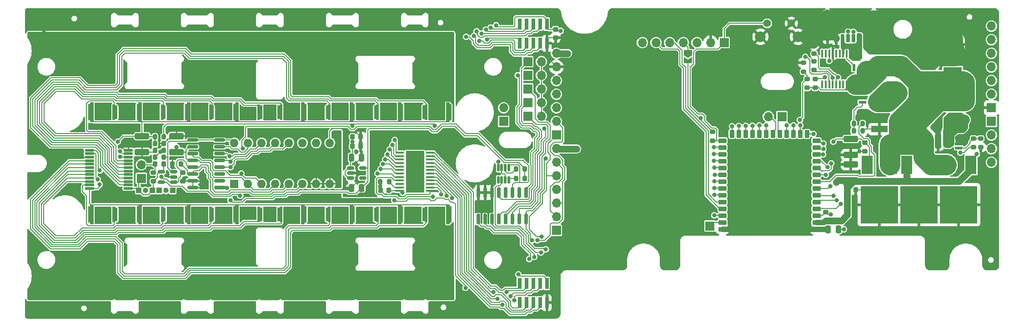
<source format=gtl>
G04 #@! TF.GenerationSoftware,KiCad,Pcbnew,(7.0.0-122-g9f10c142c4)*
G04 #@! TF.CreationDate,2023-02-26T11:30:31+09:00*
G04 #@! TF.ProjectId,qLAMP-main,714c414d-502d-46d6-9169-6e2e6b696361,rev?*
G04 #@! TF.SameCoordinates,Original*
G04 #@! TF.FileFunction,Copper,L1,Top*
G04 #@! TF.FilePolarity,Positive*
%FSLAX46Y46*%
G04 Gerber Fmt 4.6, Leading zero omitted, Abs format (unit mm)*
G04 Created by KiCad (PCBNEW (7.0.0-122-g9f10c142c4)) date 2023-02-26 11:30:31*
%MOMM*%
%LPD*%
G01*
G04 APERTURE LIST*
G04 Aperture macros list*
%AMRoundRect*
0 Rectangle with rounded corners*
0 $1 Rounding radius*
0 $2 $3 $4 $5 $6 $7 $8 $9 X,Y pos of 4 corners*
0 Add a 4 corners polygon primitive as box body*
4,1,4,$2,$3,$4,$5,$6,$7,$8,$9,$2,$3,0*
0 Add four circle primitives for the rounded corners*
1,1,$1+$1,$2,$3*
1,1,$1+$1,$4,$5*
1,1,$1+$1,$6,$7*
1,1,$1+$1,$8,$9*
0 Add four rect primitives between the rounded corners*
20,1,$1+$1,$2,$3,$4,$5,0*
20,1,$1+$1,$4,$5,$6,$7,0*
20,1,$1+$1,$6,$7,$8,$9,0*
20,1,$1+$1,$8,$9,$2,$3,0*%
%AMFreePoly0*
4,1,19,0.500000,-0.750000,0.000000,-0.750000,0.000000,-0.744911,-0.071157,-0.744911,-0.207708,-0.704816,-0.327430,-0.627875,-0.420627,-0.520320,-0.479746,-0.390866,-0.500000,-0.250000,-0.500000,0.250000,-0.479746,0.390866,-0.420627,0.520320,-0.327430,0.627875,-0.207708,0.704816,-0.071157,0.744911,0.000000,0.744911,0.000000,0.750000,0.500000,0.750000,0.500000,-0.750000,0.500000,-0.750000,
$1*%
%AMFreePoly1*
4,1,19,0.000000,0.744911,0.071157,0.744911,0.207708,0.704816,0.327430,0.627875,0.420627,0.520320,0.479746,0.390866,0.500000,0.250000,0.500000,-0.250000,0.479746,-0.390866,0.420627,-0.520320,0.327430,-0.627875,0.207708,-0.704816,0.071157,-0.744911,0.000000,-0.744911,0.000000,-0.750000,-0.500000,-0.750000,-0.500000,0.750000,0.000000,0.750000,0.000000,0.744911,0.000000,0.744911,
$1*%
%AMFreePoly2*
4,1,6,1.000000,0.000000,0.500000,-0.750000,-0.500000,-0.750000,-0.500000,0.750000,0.500000,0.750000,1.000000,0.000000,1.000000,0.000000,$1*%
%AMFreePoly3*
4,1,6,0.500000,-0.750000,-0.650000,-0.750000,-0.150000,0.000000,-0.650000,0.750000,0.500000,0.750000,0.500000,-0.750000,0.500000,-0.750000,$1*%
G04 Aperture macros list end*
G04 #@! TA.AperFunction,ComponentPad*
%ADD10C,2.000000*%
G04 #@! TD*
G04 #@! TA.AperFunction,SMDPad,CuDef*
%ADD11FreePoly0,270.000000*%
G04 #@! TD*
G04 #@! TA.AperFunction,SMDPad,CuDef*
%ADD12FreePoly1,270.000000*%
G04 #@! TD*
G04 #@! TA.AperFunction,SMDPad,CuDef*
%ADD13RoundRect,0.100000X-0.100000X0.637500X-0.100000X-0.637500X0.100000X-0.637500X0.100000X0.637500X0*%
G04 #@! TD*
G04 #@! TA.AperFunction,SMDPad,CuDef*
%ADD14RoundRect,0.150000X-0.512500X-0.150000X0.512500X-0.150000X0.512500X0.150000X-0.512500X0.150000X0*%
G04 #@! TD*
G04 #@! TA.AperFunction,SMDPad,CuDef*
%ADD15RoundRect,0.250000X-0.250000X-0.475000X0.250000X-0.475000X0.250000X0.475000X-0.250000X0.475000X0*%
G04 #@! TD*
G04 #@! TA.AperFunction,SMDPad,CuDef*
%ADD16R,3.098800X1.219200*%
G04 #@! TD*
G04 #@! TA.AperFunction,SMDPad,CuDef*
%ADD17RoundRect,0.225000X-0.225000X-0.250000X0.225000X-0.250000X0.225000X0.250000X-0.225000X0.250000X0*%
G04 #@! TD*
G04 #@! TA.AperFunction,SMDPad,CuDef*
%ADD18RoundRect,0.250000X-0.325000X-1.100000X0.325000X-1.100000X0.325000X1.100000X-0.325000X1.100000X0*%
G04 #@! TD*
G04 #@! TA.AperFunction,SMDPad,CuDef*
%ADD19RoundRect,0.250000X-1.100000X0.325000X-1.100000X-0.325000X1.100000X-0.325000X1.100000X0.325000X0*%
G04 #@! TD*
G04 #@! TA.AperFunction,SMDPad,CuDef*
%ADD20RoundRect,0.250000X0.250000X0.475000X-0.250000X0.475000X-0.250000X-0.475000X0.250000X-0.475000X0*%
G04 #@! TD*
G04 #@! TA.AperFunction,SMDPad,CuDef*
%ADD21RoundRect,0.250000X1.100000X-0.325000X1.100000X0.325000X-1.100000X0.325000X-1.100000X-0.325000X0*%
G04 #@! TD*
G04 #@! TA.AperFunction,SMDPad,CuDef*
%ADD22RoundRect,0.109795X0.765205X0.109794X-0.765205X0.109794X-0.765205X-0.109794X0.765205X-0.109794X0*%
G04 #@! TD*
G04 #@! TA.AperFunction,SMDPad,CuDef*
%ADD23RoundRect,0.225000X-0.250000X0.225000X-0.250000X-0.225000X0.250000X-0.225000X0.250000X0.225000X0*%
G04 #@! TD*
G04 #@! TA.AperFunction,SMDPad,CuDef*
%ADD24RoundRect,0.109795X-0.109795X0.552705X-0.109795X-0.552705X0.109795X-0.552705X0.109795X0.552705X0*%
G04 #@! TD*
G04 #@! TA.AperFunction,SMDPad,CuDef*
%ADD25RoundRect,0.150000X0.512500X0.150000X-0.512500X0.150000X-0.512500X-0.150000X0.512500X-0.150000X0*%
G04 #@! TD*
G04 #@! TA.AperFunction,SMDPad,CuDef*
%ADD26RoundRect,0.200000X0.200000X0.275000X-0.200000X0.275000X-0.200000X-0.275000X0.200000X-0.275000X0*%
G04 #@! TD*
G04 #@! TA.AperFunction,SMDPad,CuDef*
%ADD27RoundRect,0.150000X-0.150000X0.825000X-0.150000X-0.825000X0.150000X-0.825000X0.150000X0.825000X0*%
G04 #@! TD*
G04 #@! TA.AperFunction,SMDPad,CuDef*
%ADD28R,1.320800X0.558800*%
G04 #@! TD*
G04 #@! TA.AperFunction,SMDPad,CuDef*
%ADD29R,0.558800X1.320800*%
G04 #@! TD*
G04 #@! TA.AperFunction,SMDPad,CuDef*
%ADD30RoundRect,0.100000X0.687500X0.100000X-0.687500X0.100000X-0.687500X-0.100000X0.687500X-0.100000X0*%
G04 #@! TD*
G04 #@! TA.AperFunction,ComponentPad*
%ADD31C,0.600000*%
G04 #@! TD*
G04 #@! TA.AperFunction,SMDPad,CuDef*
%ADD32R,3.400000X7.800000*%
G04 #@! TD*
G04 #@! TA.AperFunction,SMDPad,CuDef*
%ADD33RoundRect,0.200000X0.275000X-0.200000X0.275000X0.200000X-0.275000X0.200000X-0.275000X-0.200000X0*%
G04 #@! TD*
G04 #@! TA.AperFunction,ComponentPad*
%ADD34R,1.700000X1.700000*%
G04 #@! TD*
G04 #@! TA.AperFunction,ComponentPad*
%ADD35O,1.700000X1.700000*%
G04 #@! TD*
G04 #@! TA.AperFunction,SMDPad,CuDef*
%ADD36RoundRect,0.200000X-0.275000X0.200000X-0.275000X-0.200000X0.275000X-0.200000X0.275000X0.200000X0*%
G04 #@! TD*
G04 #@! TA.AperFunction,SMDPad,CuDef*
%ADD37RoundRect,0.200000X-0.200000X-0.275000X0.200000X-0.275000X0.200000X0.275000X-0.200000X0.275000X0*%
G04 #@! TD*
G04 #@! TA.AperFunction,SMDPad,CuDef*
%ADD38RoundRect,0.225000X0.225000X0.250000X-0.225000X0.250000X-0.225000X-0.250000X0.225000X-0.250000X0*%
G04 #@! TD*
G04 #@! TA.AperFunction,ComponentPad*
%ADD39R,3.500000X3.500000*%
G04 #@! TD*
G04 #@! TA.AperFunction,ComponentPad*
%ADD40RoundRect,0.750000X-1.000000X0.750000X-1.000000X-0.750000X1.000000X-0.750000X1.000000X0.750000X0*%
G04 #@! TD*
G04 #@! TA.AperFunction,ComponentPad*
%ADD41RoundRect,0.875000X-0.875000X0.875000X-0.875000X-0.875000X0.875000X-0.875000X0.875000X0.875000X0*%
G04 #@! TD*
G04 #@! TA.AperFunction,SMDPad,CuDef*
%ADD42RoundRect,0.180000X0.270000X1.370000X-0.270000X1.370000X-0.270000X-1.370000X0.270000X-1.370000X0*%
G04 #@! TD*
G04 #@! TA.AperFunction,SMDPad,CuDef*
%ADD43RoundRect,0.030000X0.265000X1.780000X-0.265000X1.780000X-0.265000X-1.780000X0.265000X-1.780000X0*%
G04 #@! TD*
G04 #@! TA.AperFunction,SMDPad,CuDef*
%ADD44RoundRect,0.030000X0.205000X1.420000X-0.205000X1.420000X-0.205000X-1.420000X0.205000X-1.420000X0*%
G04 #@! TD*
G04 #@! TA.AperFunction,SMDPad,CuDef*
%ADD45RoundRect,0.180000X0.270000X1.120000X-0.270000X1.120000X-0.270000X-1.120000X0.270000X-1.120000X0*%
G04 #@! TD*
G04 #@! TA.AperFunction,SMDPad,CuDef*
%ADD46RoundRect,0.180000X-0.270000X-1.370000X0.270000X-1.370000X0.270000X1.370000X-0.270000X1.370000X0*%
G04 #@! TD*
G04 #@! TA.AperFunction,SMDPad,CuDef*
%ADD47RoundRect,0.030000X-0.265000X-1.780000X0.265000X-1.780000X0.265000X1.780000X-0.265000X1.780000X0*%
G04 #@! TD*
G04 #@! TA.AperFunction,SMDPad,CuDef*
%ADD48RoundRect,0.030000X-0.205000X-1.420000X0.205000X-1.420000X0.205000X1.420000X-0.205000X1.420000X0*%
G04 #@! TD*
G04 #@! TA.AperFunction,SMDPad,CuDef*
%ADD49RoundRect,0.180000X-0.270000X-1.120000X0.270000X-1.120000X0.270000X1.120000X-0.270000X1.120000X0*%
G04 #@! TD*
G04 #@! TA.AperFunction,SMDPad,CuDef*
%ADD50RoundRect,0.100000X0.250000X0.650000X-0.250000X0.650000X-0.250000X-0.650000X0.250000X-0.650000X0*%
G04 #@! TD*
G04 #@! TA.AperFunction,SMDPad,CuDef*
%ADD51RoundRect,0.100000X0.300000X0.650000X-0.300000X0.650000X-0.300000X-0.650000X0.300000X-0.650000X0*%
G04 #@! TD*
G04 #@! TA.AperFunction,ComponentPad*
%ADD52O,1.000000X1.800000*%
G04 #@! TD*
G04 #@! TA.AperFunction,SMDPad,CuDef*
%ADD53RoundRect,0.150000X-0.825000X-0.150000X0.825000X-0.150000X0.825000X0.150000X-0.825000X0.150000X0*%
G04 #@! TD*
G04 #@! TA.AperFunction,SMDPad,CuDef*
%ADD54R,0.750000X2.100000*%
G04 #@! TD*
G04 #@! TA.AperFunction,SMDPad,CuDef*
%ADD55FreePoly2,270.000000*%
G04 #@! TD*
G04 #@! TA.AperFunction,SMDPad,CuDef*
%ADD56FreePoly3,270.000000*%
G04 #@! TD*
G04 #@! TA.AperFunction,SMDPad,CuDef*
%ADD57RoundRect,0.250000X0.475000X-0.250000X0.475000X0.250000X-0.475000X0.250000X-0.475000X-0.250000X0*%
G04 #@! TD*
G04 #@! TA.AperFunction,ComponentPad*
%ADD58C,1.400000*%
G04 #@! TD*
G04 #@! TA.AperFunction,SMDPad,CuDef*
%ADD59RoundRect,0.225000X0.525000X0.225000X-0.525000X0.225000X-0.525000X-0.225000X0.525000X-0.225000X0*%
G04 #@! TD*
G04 #@! TA.AperFunction,SMDPad,CuDef*
%ADD60RoundRect,0.225000X-0.225000X0.525000X-0.225000X-0.525000X0.225000X-0.525000X0.225000X0.525000X0*%
G04 #@! TD*
G04 #@! TA.AperFunction,SMDPad,CuDef*
%ADD61RoundRect,0.225000X-0.525000X-0.225000X0.525000X-0.225000X0.525000X0.225000X-0.525000X0.225000X0*%
G04 #@! TD*
G04 #@! TA.AperFunction,SMDPad,CuDef*
%ADD62RoundRect,0.225000X-0.225000X-0.225000X0.225000X-0.225000X0.225000X0.225000X-0.225000X0.225000X0*%
G04 #@! TD*
G04 #@! TA.AperFunction,SMDPad,CuDef*
%ADD63R,2.000000X3.500000*%
G04 #@! TD*
G04 #@! TA.AperFunction,SMDPad,CuDef*
%ADD64R,7.000000X7.000000*%
G04 #@! TD*
G04 #@! TA.AperFunction,ComponentPad*
%ADD65R,1.600000X1.600000*%
G04 #@! TD*
G04 #@! TA.AperFunction,ComponentPad*
%ADD66O,1.600000X1.600000*%
G04 #@! TD*
G04 #@! TA.AperFunction,ComponentPad*
%ADD67R,1.000000X1.000000*%
G04 #@! TD*
G04 #@! TA.AperFunction,ComponentPad*
%ADD68O,1.000000X1.000000*%
G04 #@! TD*
G04 #@! TA.AperFunction,ViaPad*
%ADD69C,0.800000*%
G04 #@! TD*
G04 #@! TA.AperFunction,Conductor*
%ADD70C,0.210820*%
G04 #@! TD*
G04 #@! TA.AperFunction,Conductor*
%ADD71C,1.270000*%
G04 #@! TD*
G04 #@! TA.AperFunction,Conductor*
%ADD72C,1.016000*%
G04 #@! TD*
G04 #@! TA.AperFunction,Conductor*
%ADD73C,0.762000*%
G04 #@! TD*
G04 #@! TA.AperFunction,Conductor*
%ADD74C,3.810000*%
G04 #@! TD*
G04 #@! TA.AperFunction,Conductor*
%ADD75C,2.540000*%
G04 #@! TD*
G04 #@! TA.AperFunction,Conductor*
%ADD76C,0.381000*%
G04 #@! TD*
G04 #@! TA.AperFunction,Conductor*
%ADD77C,2.032000*%
G04 #@! TD*
G04 APERTURE END LIST*
G36*
X70870000Y-37680000D02*
G01*
X70270000Y-37680000D01*
X70270000Y-37180000D01*
X70870000Y-37180000D01*
X70870000Y-37680000D01*
G37*
D10*
X229680000Y-45070000D03*
X229680000Y-48570000D03*
D11*
X70570000Y-36780000D03*
D12*
X70570000Y-38080000D03*
D13*
X220053002Y-41537300D03*
X219403002Y-41537300D03*
X218753002Y-41537300D03*
X218103002Y-41537300D03*
X217453002Y-41537300D03*
X216803002Y-41537300D03*
X216153002Y-41537300D03*
X215503002Y-41537300D03*
X215503002Y-47262300D03*
X216153002Y-47262300D03*
X216803002Y-47262300D03*
X217453002Y-47262300D03*
X218103002Y-47262300D03*
X218753002Y-47262300D03*
X219403002Y-47262300D03*
X220053002Y-47262300D03*
D14*
X127665878Y-62840011D03*
X127665878Y-63790011D03*
X127665878Y-64740011D03*
X129940878Y-64740011D03*
X129940878Y-62840011D03*
D15*
X127853378Y-60919989D03*
X129753378Y-60919989D03*
D16*
X231252699Y-55619999D03*
X226147299Y-55619999D03*
D17*
X128028376Y-58850000D03*
X129578376Y-58850000D03*
D18*
X234095000Y-57850000D03*
X237045000Y-57850000D03*
D17*
X234555000Y-55260000D03*
X236105000Y-55260000D03*
D19*
X220820000Y-57465000D03*
X220820000Y-60415000D03*
D17*
X220165000Y-66920000D03*
X221715000Y-66920000D03*
D20*
X129733376Y-66560000D03*
X127833376Y-66560000D03*
D17*
X222395000Y-40500000D03*
X223945000Y-40500000D03*
D21*
X95290005Y-59884989D03*
X95290005Y-56934989D03*
D10*
X241980000Y-50360000D03*
X241980000Y-53860000D03*
D22*
X86295999Y-66695011D03*
X86295999Y-66045013D03*
X86295999Y-65395012D03*
X86295999Y-64745012D03*
X86295999Y-64095012D03*
X86295999Y-63445012D03*
X86295999Y-62795012D03*
X86295999Y-62145012D03*
X86295999Y-61495012D03*
X86295999Y-60845012D03*
X86295999Y-60195011D03*
X86295999Y-59545013D03*
X79095999Y-59545013D03*
X79095999Y-60195011D03*
X79095999Y-60845012D03*
X79095999Y-61495012D03*
X79095999Y-62145012D03*
X79095999Y-62795012D03*
X79095999Y-63445012D03*
X79095999Y-64095012D03*
X79095999Y-64745012D03*
X79095999Y-65395012D03*
X79095999Y-66045013D03*
X79095999Y-66695011D03*
D23*
X96469200Y-63754992D03*
X96469200Y-65304992D03*
X165830000Y-37025000D03*
X165830000Y-38575000D03*
D17*
X91300000Y-62108000D03*
X92850000Y-62108000D03*
D24*
X157130441Y-62803500D03*
X156480441Y-62803500D03*
X155830441Y-62803500D03*
X155180441Y-62803500D03*
X155180441Y-65078500D03*
X155830441Y-65078500D03*
X156480441Y-65078500D03*
X157130441Y-65078500D03*
D25*
X94736500Y-65479992D03*
X94736500Y-64529992D03*
X94736500Y-63579992D03*
X92461500Y-63579992D03*
X92461500Y-65479992D03*
D26*
X160130422Y-64830000D03*
X158480422Y-64830000D03*
X160130422Y-63052000D03*
X158480422Y-63052000D03*
D27*
X160324200Y-67445000D03*
X159054200Y-67445000D03*
X157784200Y-67445000D03*
X156514200Y-67445000D03*
X155244200Y-67445000D03*
X153974200Y-67445000D03*
X152704200Y-67445000D03*
X151434200Y-67445000D03*
X151434200Y-72395000D03*
X152704200Y-72395000D03*
X153974200Y-72395000D03*
X155244200Y-72395000D03*
X156514200Y-72395000D03*
X157784200Y-72395000D03*
X159054200Y-72395000D03*
X160324200Y-72395000D03*
D17*
X128028376Y-57050000D03*
X129578376Y-57050000D03*
D28*
X222980524Y-50557924D03*
X222980524Y-52437524D03*
X225164924Y-51497724D03*
X240899999Y-59119999D03*
X240899999Y-57240399D03*
X238715599Y-58180199D03*
D29*
X221370199Y-44132199D03*
X223249799Y-44132199D03*
X222309999Y-41947799D03*
D30*
X142540000Y-67148000D03*
X142540000Y-66498000D03*
X142540000Y-65848000D03*
X142540000Y-65198000D03*
X142540000Y-64548000D03*
X142540000Y-63898000D03*
X142540000Y-63248000D03*
X142540000Y-62598000D03*
X142540000Y-61948000D03*
X142540000Y-61298000D03*
X142540000Y-60648000D03*
X142540000Y-59998000D03*
X136815000Y-59998000D03*
X136815000Y-60648000D03*
X136815000Y-61298000D03*
X136815000Y-61948000D03*
X136815000Y-62598000D03*
X136815000Y-63248000D03*
X136815000Y-63898000D03*
X136815000Y-64548000D03*
X136815000Y-65198000D03*
X136815000Y-65848000D03*
X136815000Y-66498000D03*
X136815000Y-67148000D03*
D31*
X140977500Y-66823000D03*
X140977500Y-65523000D03*
X140977500Y-64223000D03*
X140977500Y-62923000D03*
X140977500Y-61623000D03*
X140977500Y-60323000D03*
X139677500Y-66823000D03*
X139677500Y-65523000D03*
X139677500Y-64223000D03*
D32*
X139677499Y-63572999D03*
D31*
X139677500Y-62923000D03*
X139677500Y-61623000D03*
X139677500Y-60323000D03*
X138377500Y-66823000D03*
X138377500Y-65523000D03*
X138377500Y-64223000D03*
X138377500Y-62923000D03*
X138377500Y-61623000D03*
X138377500Y-60323000D03*
D33*
X212660000Y-47925000D03*
X212660000Y-46275000D03*
D20*
X218510000Y-74270000D03*
X216610000Y-74270000D03*
D34*
X156179999Y-54190125D03*
D35*
X156179999Y-51650125D03*
D34*
X160666123Y-50650125D03*
D35*
X163206123Y-50650125D03*
D34*
X160666123Y-43030125D03*
D35*
X163206123Y-43030125D03*
D34*
X160666122Y-45570125D03*
D35*
X163206122Y-45570125D03*
D34*
X160666123Y-48110125D03*
D35*
X163206123Y-48110125D03*
D34*
X160666123Y-53190125D03*
D35*
X163206123Y-53190125D03*
D26*
X223025000Y-55970000D03*
X221375000Y-55970000D03*
D33*
X245020000Y-58995000D03*
X245020000Y-57345000D03*
D36*
X213999716Y-39896200D03*
X213999716Y-41546200D03*
X213999716Y-42944200D03*
X213999716Y-44594200D03*
D37*
X221375000Y-54570000D03*
X223025000Y-54570000D03*
D36*
X243670000Y-57345000D03*
X243670000Y-58995000D03*
D26*
X134865000Y-65430000D03*
X133215000Y-65430000D03*
D36*
X216130000Y-71085000D03*
X216130000Y-72735000D03*
X214179710Y-46275000D03*
X214179710Y-47925000D03*
D38*
X134815000Y-67000000D03*
X133265000Y-67000000D03*
D21*
X220820000Y-65175000D03*
X220820000Y-62225000D03*
D23*
X223470000Y-58165000D03*
X223470000Y-59715000D03*
D39*
X239795999Y-45809810D03*
D40*
X239796000Y-39809811D03*
D41*
X235096000Y-42809811D03*
D34*
X194599999Y-73679999D03*
D42*
X128032219Y-71501633D03*
D43*
X127812219Y-71501633D03*
D44*
X123717219Y-71501633D03*
D45*
X123502219Y-71501633D03*
D42*
X137032219Y-52502054D03*
D43*
X136812219Y-52502054D03*
D44*
X132717219Y-52502054D03*
D45*
X132502219Y-52502054D03*
D46*
X97282211Y-71501633D03*
D47*
X97502211Y-71501633D03*
D48*
X101597211Y-71501633D03*
D49*
X101812211Y-71501633D03*
D46*
X97282211Y-52502054D03*
D47*
X97502211Y-52502054D03*
D48*
X101597211Y-52502054D03*
D49*
X101812211Y-52502054D03*
D50*
X221288000Y-38669782D03*
X219288000Y-38669782D03*
D51*
X218088000Y-38669782D03*
D50*
X220288000Y-38669782D03*
X222288000Y-38669782D03*
D51*
X223488000Y-38669782D03*
D52*
X225107999Y-38419781D03*
X225107999Y-34619781D03*
X216467999Y-38419781D03*
X216467999Y-34619781D03*
D19*
X88859995Y-56934989D03*
X88859995Y-59884989D03*
D53*
X98325000Y-57665000D03*
X98325000Y-58935000D03*
X98325000Y-60205000D03*
X98325000Y-61475000D03*
X98325000Y-62745000D03*
X98325000Y-64015000D03*
X98325000Y-65285000D03*
X98325000Y-66555000D03*
X103275000Y-66555000D03*
X103275000Y-65285000D03*
X103275000Y-64015000D03*
X103275000Y-62745000D03*
X103275000Y-61475000D03*
X103275000Y-60205000D03*
X103275000Y-58935000D03*
X103275000Y-57665000D03*
D54*
X164220999Y-87977999D03*
X164220999Y-84377999D03*
X162950999Y-87977999D03*
X162950999Y-84377999D03*
X161680999Y-87977999D03*
X161680999Y-84377999D03*
X160410999Y-87977999D03*
X160410999Y-84377999D03*
X159140999Y-87977999D03*
X159140999Y-84377999D03*
D46*
X79282211Y-71501633D03*
D47*
X79502211Y-71501633D03*
D48*
X83597211Y-71501633D03*
D49*
X83812211Y-71501633D03*
D42*
X119032219Y-71501633D03*
D43*
X118812219Y-71501633D03*
D44*
X114717219Y-71501633D03*
D45*
X114502219Y-71501633D03*
D46*
X106282211Y-71501633D03*
D47*
X106502211Y-71501633D03*
D48*
X110597211Y-71501633D03*
D49*
X110812211Y-71501633D03*
D26*
X92900000Y-59568000D03*
X91250000Y-59568000D03*
X92900000Y-57028000D03*
X91250000Y-57028000D03*
D42*
X119032219Y-52502054D03*
D43*
X118812219Y-52502054D03*
D44*
X114717219Y-52502054D03*
D45*
X114502219Y-52502054D03*
D46*
X106282211Y-52502054D03*
D47*
X106502211Y-52502054D03*
D48*
X110597211Y-52502054D03*
D49*
X110812211Y-52502054D03*
D34*
X207999999Y-53269999D03*
D35*
X205459999Y-53269999D03*
D55*
X190480000Y-41375000D03*
D56*
X190480000Y-42825000D03*
D57*
X225150000Y-43120000D03*
X225150000Y-41220000D03*
D58*
X205250000Y-35900000D03*
X209750000Y-35900000D03*
D10*
X204000000Y-38400000D03*
X211000000Y-38400000D03*
D33*
X195060000Y-57755000D03*
X195060000Y-56105000D03*
D34*
X197249999Y-39499999D03*
D35*
X194709999Y-39499999D03*
X192169999Y-39499999D03*
X189629999Y-39499999D03*
X187089999Y-39499999D03*
X184549999Y-39499999D03*
X182009999Y-39499999D03*
D33*
X212000000Y-44905000D03*
X212000000Y-43255000D03*
D46*
X88282211Y-71501633D03*
D47*
X88502211Y-71501633D03*
D48*
X92597211Y-71501633D03*
D49*
X92812211Y-71501633D03*
D42*
X128032219Y-52502054D03*
D43*
X127812219Y-52502054D03*
D44*
X123717219Y-52502054D03*
D45*
X123502219Y-52502054D03*
D34*
X247000123Y-54190125D03*
D35*
X247000123Y-56730125D03*
X247000123Y-59270125D03*
X247000123Y-61810125D03*
D54*
X159140999Y-36021999D03*
X159140999Y-39621999D03*
X160410999Y-36021999D03*
X160410999Y-39621999D03*
X161680999Y-36021999D03*
X161680999Y-39621999D03*
X162950999Y-36021999D03*
X162950999Y-39621999D03*
X164220999Y-36021999D03*
X164220999Y-39621999D03*
D34*
X166000123Y-56730125D03*
D35*
X166000123Y-54190125D03*
X166000123Y-51650125D03*
X166000123Y-49110125D03*
X166000123Y-46570125D03*
X166000123Y-44030125D03*
X166000123Y-41490125D03*
D59*
X214430000Y-74266000D03*
X214430000Y-72996000D03*
X214430000Y-71726000D03*
X214430000Y-70456000D03*
X214430000Y-69186000D03*
X214430000Y-67916000D03*
X214430000Y-66646000D03*
X214430000Y-65376000D03*
X214430000Y-64106000D03*
X214430000Y-62836000D03*
X214430000Y-61566000D03*
X214430000Y-60296000D03*
X214430000Y-59026000D03*
X214430000Y-57756000D03*
D60*
X212665000Y-56506000D03*
X211395000Y-56506000D03*
X210125000Y-56506000D03*
X208855000Y-56506000D03*
X207585000Y-56506000D03*
X206315000Y-56506000D03*
X205045000Y-56506000D03*
X203775000Y-56506000D03*
X202505000Y-56506000D03*
X201235000Y-56506000D03*
X199965000Y-56506000D03*
X198695000Y-56506000D03*
D61*
X196930000Y-57756000D03*
X196930000Y-59026000D03*
X196930000Y-60296000D03*
X196930000Y-61566000D03*
X196930000Y-62836000D03*
X196930000Y-64106000D03*
X196930000Y-65376000D03*
X196930000Y-66646000D03*
X196930000Y-67916000D03*
X196930000Y-69186000D03*
X196930000Y-70456000D03*
X196930000Y-71726000D03*
X196930000Y-72996000D03*
X196930000Y-74266000D03*
D62*
X208580000Y-67946000D03*
X208580000Y-66546000D03*
X208580000Y-65146000D03*
X207180000Y-67946000D03*
X207180000Y-66546000D03*
X207180000Y-65146000D03*
X205780000Y-67946000D03*
X205780000Y-66546000D03*
X205780000Y-65146000D03*
D38*
X96065005Y-62108000D03*
X94515005Y-62108000D03*
D37*
X91250000Y-58298000D03*
X92900000Y-58298000D03*
D42*
X146032219Y-71501633D03*
D43*
X145812219Y-71501633D03*
D44*
X141717219Y-71501633D03*
D45*
X141502219Y-71501633D03*
D63*
X228419999Y-62294999D03*
X223839999Y-62294999D03*
D64*
X226119999Y-69694999D03*
D63*
X238619999Y-62294999D03*
X243199999Y-62294999D03*
D64*
X240899999Y-69694999D03*
D65*
X106029988Y-65809998D03*
D66*
X108569988Y-65809998D03*
X111109988Y-65809998D03*
X113649988Y-65809998D03*
X116189988Y-65809998D03*
X118729988Y-65809998D03*
X121269988Y-65809998D03*
X123809988Y-65809998D03*
X123809988Y-58189998D03*
X121269988Y-58189998D03*
X118729988Y-58189998D03*
X116189988Y-58189998D03*
X113649988Y-58189998D03*
X111109988Y-58189998D03*
X108569988Y-58189998D03*
X106029988Y-58189998D03*
D26*
X92900000Y-60838000D03*
X91250000Y-60838000D03*
D63*
X235809999Y-62294999D03*
X231229999Y-62294999D03*
D64*
X233509999Y-69694999D03*
D33*
X90932000Y-65354992D03*
X90932000Y-63704992D03*
D46*
X88282211Y-52502054D03*
D47*
X88502211Y-52502054D03*
D48*
X92597211Y-52502054D03*
D49*
X92812211Y-52502054D03*
D42*
X146032219Y-52502054D03*
D43*
X145812219Y-52502054D03*
D44*
X141717219Y-52502054D03*
D45*
X141502219Y-52502054D03*
D46*
X79282211Y-52502054D03*
D47*
X79502211Y-52502054D03*
D48*
X83597211Y-52502054D03*
D49*
X83812211Y-52502054D03*
D34*
X247000123Y-51650125D03*
D35*
X247000123Y-49110125D03*
X247000123Y-46570125D03*
X247000123Y-44030125D03*
X247000123Y-41490125D03*
X247000123Y-38950125D03*
X247000123Y-36410125D03*
D34*
X88719989Y-64785007D03*
D35*
X88719989Y-62245007D03*
D42*
X137032219Y-71501633D03*
D43*
X136812219Y-71501633D03*
D44*
X132717219Y-71501633D03*
D45*
X132502219Y-71501633D03*
D34*
X166000123Y-74510125D03*
D35*
X166000123Y-71970125D03*
X166000123Y-69430125D03*
X166000123Y-66890125D03*
X166000123Y-64350125D03*
X166000123Y-61810125D03*
X166000123Y-59270125D03*
D67*
X88239999Y-67049999D03*
X94590005Y-67050001D03*
X90779999Y-67049999D03*
D68*
X89509999Y-67049999D03*
D67*
X92049999Y-67049999D03*
D68*
X93319999Y-67049999D03*
D69*
X142982129Y-68226245D03*
X195360000Y-59000000D03*
X128220000Y-38860000D03*
X77330000Y-59700000D03*
X133950000Y-48850000D03*
X103160000Y-70680000D03*
X138410000Y-86210000D03*
X105050000Y-53350000D03*
X100210000Y-64460000D03*
X123220000Y-45870000D03*
X138750000Y-53460000D03*
X114450000Y-68940000D03*
X139340000Y-74490000D03*
X144157211Y-71501633D03*
X96130000Y-53510000D03*
X68870000Y-85990000D03*
X93573823Y-64184712D03*
X83240000Y-46450000D03*
X82180000Y-86260000D03*
X139320000Y-72690000D03*
X104860000Y-46140000D03*
X138180000Y-48850000D03*
X126157211Y-71501633D03*
X102910000Y-49230000D03*
X77630000Y-55610000D03*
X106920000Y-55920000D03*
X90157211Y-71501633D03*
X68740000Y-43210000D03*
X115250000Y-62260000D03*
X90790000Y-55240000D03*
X102960000Y-74970000D03*
X83610000Y-40500000D03*
X103190000Y-51300000D03*
X90330000Y-68840000D03*
X111970000Y-70560000D03*
X68950000Y-57570000D03*
X100840000Y-86140000D03*
X104360000Y-40810000D03*
X86430000Y-68750000D03*
X96080000Y-67210000D03*
X121170000Y-38780000D03*
X108157211Y-52502054D03*
X109320000Y-74180000D03*
X117470000Y-80620000D03*
X135157211Y-71501633D03*
X140160000Y-46620000D03*
X122560000Y-41940000D03*
X110940000Y-40860000D03*
X117570000Y-59440000D03*
X120540000Y-70740000D03*
X131290000Y-41080000D03*
X104500000Y-72820000D03*
X109330000Y-43310000D03*
X117157211Y-52502054D03*
X144157211Y-52502054D03*
X100790000Y-66310000D03*
X93010000Y-86540000D03*
X129130000Y-48880000D03*
X94330000Y-69000000D03*
X145950000Y-86170000D03*
X87200000Y-72820000D03*
X88230000Y-84750000D03*
X99900000Y-45360000D03*
X99830000Y-48730000D03*
X98170000Y-40630000D03*
X145890000Y-79690000D03*
X124310000Y-59690000D03*
X112310000Y-64350000D03*
X97950000Y-56490000D03*
X120380000Y-51360000D03*
X74500000Y-60530000D03*
X68580000Y-48110000D03*
X87090000Y-53440000D03*
X94150000Y-70600000D03*
X96656475Y-64830354D03*
X144740000Y-41950000D03*
X124660000Y-68780000D03*
X84900501Y-58794725D03*
X117157211Y-71501633D03*
X108170000Y-38680000D03*
X76910000Y-66240000D03*
X145980000Y-74270000D03*
X122180000Y-72820000D03*
X102470000Y-68940000D03*
X75960000Y-42150000D03*
X123120000Y-80040000D03*
X112210000Y-51550000D03*
X101560000Y-60660000D03*
X116190000Y-55900000D03*
X119180000Y-86630000D03*
X68680000Y-80760000D03*
X94400000Y-48750000D03*
X81157211Y-52502054D03*
X135157211Y-52502054D03*
X98340000Y-84020000D03*
X97330000Y-75660000D03*
X81060000Y-43480000D03*
X144350000Y-76970000D03*
X124330000Y-64060000D03*
X138260000Y-51200000D03*
X109010000Y-55990000D03*
X94470702Y-62677292D03*
X97170000Y-43560000D03*
X79150000Y-46400000D03*
X108157211Y-71501633D03*
X109240000Y-80440000D03*
X88260000Y-38620000D03*
X113260000Y-72370000D03*
X117620000Y-64240000D03*
X79050000Y-77520000D03*
X107750000Y-61990000D03*
X71290000Y-60120000D03*
X117480000Y-44830000D03*
X128310000Y-80260000D03*
X124940000Y-48820000D03*
X112110000Y-60500000D03*
X97030000Y-48730000D03*
X73250000Y-82980000D03*
X109190000Y-63960000D03*
X70430000Y-77640000D03*
X146200000Y-48340000D03*
X98160000Y-69000000D03*
X106140000Y-85310000D03*
X142810000Y-74280000D03*
X126157211Y-52502054D03*
X85740000Y-70530000D03*
X100240000Y-77800000D03*
X100140000Y-58600000D03*
X129440000Y-51440000D03*
X99157211Y-71501633D03*
X110800000Y-86420000D03*
X103020000Y-43420000D03*
X68600000Y-75840000D03*
X85190000Y-51230000D03*
X141670000Y-42730000D03*
X119920000Y-57060000D03*
X114510000Y-85300000D03*
X76040000Y-80270000D03*
X78970000Y-82820000D03*
X95140000Y-38470000D03*
X142740000Y-79930000D03*
X107850000Y-77550000D03*
X119930000Y-77830000D03*
X123050000Y-55850000D03*
X79820000Y-55190000D03*
X95990000Y-72900000D03*
X94090000Y-51300000D03*
X74210000Y-38800000D03*
X123050000Y-75420000D03*
X68690000Y-38540000D03*
X111070000Y-62380000D03*
X97260000Y-80670000D03*
X127170000Y-43510000D03*
X117380000Y-48700000D03*
X122230000Y-53340000D03*
X138300000Y-70670000D03*
X129390000Y-70660000D03*
X94000000Y-75190000D03*
X120910000Y-61900000D03*
X133490000Y-75110000D03*
X83600000Y-56720000D03*
X115560000Y-38570000D03*
X117500000Y-75330000D03*
X82940000Y-82710000D03*
X73360000Y-45230000D03*
X112390000Y-56850000D03*
X135480000Y-38620000D03*
X100680000Y-68070000D03*
X102880000Y-80570000D03*
X94430000Y-55530000D03*
X131880000Y-86280000D03*
X116540000Y-41500000D03*
X81157211Y-71501633D03*
X109150000Y-46710000D03*
X81730000Y-66770000D03*
X75810000Y-86410000D03*
X126070000Y-85280000D03*
X101380000Y-38780000D03*
X87860000Y-55220000D03*
X143740000Y-38760000D03*
X126140000Y-77920000D03*
X131350000Y-72780000D03*
X102400000Y-83810000D03*
X113390000Y-53380000D03*
X101150000Y-55400000D03*
X138510000Y-41000000D03*
X108330000Y-49720000D03*
X128950000Y-75080000D03*
X79260000Y-38750000D03*
X104790000Y-56710000D03*
X91590000Y-39790000D03*
X80840000Y-80000000D03*
X99157211Y-52502054D03*
X82830000Y-77520000D03*
X131380000Y-53420000D03*
X73440000Y-78900000D03*
X90157211Y-52502054D03*
X119410000Y-68620000D03*
X82970000Y-68930000D03*
X79990000Y-69010000D03*
X168102344Y-41500000D03*
X169758424Y-59290000D03*
X164031263Y-61119145D03*
X107138110Y-68039770D03*
X218137080Y-65497081D03*
X137374951Y-67486551D03*
X161461683Y-76354811D03*
X244305364Y-60260318D03*
X155170000Y-61700000D03*
X192908414Y-53537506D03*
X105320000Y-68866850D03*
X92423240Y-64520000D03*
X195490000Y-64110000D03*
X164038056Y-78032926D03*
X195440000Y-66630000D03*
X80987239Y-63330000D03*
X80570000Y-64980000D03*
X195390000Y-71690000D03*
X160930637Y-79841631D03*
X241232564Y-60002102D03*
X216984190Y-66231890D03*
X84738566Y-59784265D03*
X195430000Y-67890000D03*
X161881351Y-79427611D03*
X211361105Y-53889685D03*
X217181697Y-62002873D03*
X105321879Y-61696057D03*
X195330000Y-61560000D03*
X195420000Y-65300000D03*
X84750000Y-60786902D03*
X163125395Y-78599147D03*
X195440000Y-62830000D03*
X105180359Y-60703392D03*
X107321336Y-63883684D03*
X107592802Y-59196319D03*
X158799403Y-45570000D03*
X163708657Y-55470866D03*
X237045000Y-56200000D03*
X103210000Y-88400000D03*
X126870000Y-59610000D03*
X88950000Y-36460000D03*
X95300000Y-36510000D03*
X126860000Y-65650000D03*
X92030000Y-34360000D03*
X226579710Y-36230000D03*
X238290219Y-37260000D03*
X208180219Y-38190000D03*
X214059710Y-37980000D03*
X223453917Y-36965793D03*
X126850000Y-61920000D03*
X122310000Y-36380000D03*
X213152425Y-39717285D03*
X148140000Y-48960000D03*
X119410000Y-90100000D03*
X165900000Y-90270000D03*
X91860000Y-89980000D03*
X218729710Y-43200000D03*
X77990000Y-34130000D03*
X129578376Y-58178376D03*
X106080000Y-90010000D03*
X222809928Y-34619782D03*
X81890000Y-36490000D03*
X72910000Y-36430000D03*
X152730000Y-90250000D03*
X104627440Y-66623550D03*
X118890000Y-34310000D03*
X236310219Y-34090000D03*
X116270000Y-36470000D03*
X102850000Y-36490000D03*
X133070000Y-34180000D03*
X68100000Y-34130000D03*
X152800000Y-34120000D03*
X128780000Y-59850000D03*
X223682725Y-53217725D03*
X219949710Y-45610000D03*
X130020000Y-88410000D03*
X146250000Y-61600000D03*
X109310000Y-88400000D03*
X152130000Y-46910000D03*
X68090000Y-90020000D03*
X122070000Y-88280000D03*
X109060000Y-36340000D03*
X116020000Y-88360000D03*
X89220000Y-88360000D03*
X143230000Y-34080000D03*
X220557421Y-36192289D03*
X147120000Y-56480000D03*
X143150000Y-88320000D03*
X148640000Y-45960000D03*
X148320000Y-58410000D03*
X150530000Y-66210000D03*
X135780000Y-88360000D03*
X142350000Y-56860000D03*
X222435000Y-59715000D03*
X137380000Y-58650000D03*
X71970000Y-88280000D03*
X216958804Y-36069094D03*
X149770000Y-86210000D03*
X106440000Y-34410000D03*
X133215000Y-66245000D03*
X136170000Y-36410000D03*
X208040219Y-42430000D03*
X132640000Y-90020000D03*
X240870219Y-33840000D03*
X126870000Y-56630000D03*
X147730000Y-90130000D03*
X236055219Y-38885000D03*
X242337800Y-57000200D03*
X213089710Y-34090000D03*
X106273930Y-68548302D03*
X129950000Y-63790000D03*
X145450000Y-58860000D03*
X222352725Y-53237725D03*
X142310000Y-58900000D03*
X130130000Y-36310000D03*
X237983130Y-42587089D03*
X242037800Y-57780200D03*
X218849928Y-34619782D03*
X214552421Y-35557289D03*
X95090000Y-88400000D03*
X76210000Y-90060000D03*
X131690000Y-57110000D03*
X81170000Y-88280000D03*
X147170000Y-35410000D03*
X131310000Y-66640000D03*
X218927300Y-69576319D03*
X213850000Y-56500000D03*
X215670000Y-60340000D03*
X215696035Y-59337635D03*
X80964984Y-65901629D03*
X84318324Y-57978342D03*
X217060000Y-71469100D03*
X219560000Y-74270000D03*
X215730850Y-58335537D03*
X199970000Y-55040000D03*
X135832818Y-68904780D03*
X143320000Y-54968306D03*
X158933809Y-82725299D03*
X154788050Y-36258480D03*
X149073079Y-85187673D03*
X217561590Y-57971534D03*
X166810000Y-37310000D03*
X128030000Y-54968306D03*
X128028376Y-57978376D03*
X216799710Y-42880000D03*
X218438847Y-45955527D03*
X221299710Y-37460000D03*
X217439710Y-46040000D03*
X220289710Y-37430000D03*
X216019835Y-45922883D03*
X212350000Y-42150000D03*
X145560712Y-68049288D03*
X205060000Y-54900000D03*
X163226989Y-75646701D03*
X198710000Y-55090000D03*
X146582903Y-68486645D03*
X154231086Y-86001466D03*
X156763548Y-86018977D03*
X155920000Y-88350000D03*
X158163298Y-87520000D03*
X157472566Y-86727995D03*
X155008227Y-87227870D03*
X151644871Y-39208251D03*
X134565020Y-60355148D03*
X134961708Y-59434251D03*
X152875569Y-37086520D03*
X135453305Y-58560326D03*
X153061591Y-38921357D03*
X135898837Y-57662042D03*
X153790000Y-36672500D03*
X134127098Y-61257166D03*
X152051703Y-37800000D03*
X133674942Y-62152134D03*
X150612507Y-38237777D03*
X151139138Y-37384506D03*
X133259921Y-63064916D03*
X149195787Y-38404630D03*
X132715660Y-63907051D03*
X105321879Y-62698760D03*
X195330000Y-60290000D03*
X92280000Y-59810000D03*
X95290000Y-58990000D03*
X162464386Y-76354811D03*
X144525224Y-67766486D03*
X202500000Y-54970000D03*
X201240000Y-55000000D03*
X208850000Y-54890000D03*
X210150000Y-54910000D03*
X211390000Y-54920000D03*
X218218282Y-68867301D03*
X217620170Y-68062521D03*
X216156150Y-64140000D03*
X216472679Y-62711890D03*
X203770000Y-54930000D03*
D70*
X142950545Y-68194661D02*
X142982129Y-68226245D01*
X135275474Y-64646870D02*
X132804526Y-64646870D01*
X138270173Y-68194661D02*
X139431757Y-68194661D01*
X196904000Y-59000000D02*
X196930000Y-59026000D01*
X139431757Y-68194661D02*
X142950545Y-68194661D01*
X132506870Y-67470829D02*
X132819171Y-67783130D01*
X132506870Y-64944526D02*
X132506870Y-67470829D01*
X137856634Y-68608200D02*
X138270173Y-68194661D01*
X133463296Y-67783130D02*
X133876837Y-68196670D01*
X136641531Y-68608201D02*
X137856634Y-68608200D01*
X195360000Y-59000000D02*
X196904000Y-59000000D01*
X135826604Y-65198000D02*
X135275474Y-64646870D01*
X136230000Y-68196670D02*
X136641531Y-68608201D01*
X132804526Y-64646870D02*
X132506870Y-64944526D01*
X133876837Y-68196670D02*
X136230000Y-68196670D01*
X136815000Y-65198000D02*
X135826604Y-65198000D01*
X132819171Y-67783130D02*
X133463296Y-67783130D01*
X163206124Y-43030126D02*
X163206123Y-45570126D01*
X163206123Y-45570126D02*
X163206124Y-48110126D01*
X94515005Y-62215005D02*
X94515005Y-62108000D01*
X163206124Y-48110126D02*
X163206124Y-50650126D01*
X96469200Y-65304992D02*
X98305008Y-65304992D01*
X94736500Y-64529992D02*
X93919103Y-64529992D01*
X96218000Y-65479992D02*
X96393000Y-65304992D01*
X94784994Y-57440000D02*
X95290005Y-56934989D01*
X93740000Y-57440000D02*
X94784994Y-57440000D01*
X94470702Y-62677292D02*
X94470702Y-62152303D01*
X91780000Y-58960000D02*
X92238000Y-58960000D01*
X91250000Y-59568000D02*
X91250000Y-59490000D01*
X92900000Y-58298000D02*
X92900000Y-58280000D01*
X93919103Y-64529992D02*
X93573823Y-64184712D01*
X92238000Y-58960000D02*
X92900000Y-58298000D01*
X91250000Y-59490000D02*
X91780000Y-58960000D01*
X96316800Y-65304992D02*
X96316800Y-65293200D01*
X96656475Y-65117717D02*
X96469200Y-65304992D01*
X163206124Y-50650126D02*
X163206124Y-53190126D01*
X90933000Y-59885000D02*
X91250000Y-59568000D01*
X96656475Y-64830354D02*
X96656475Y-65117717D01*
X98305008Y-65304992D02*
X98325000Y-65285000D01*
X88860000Y-59885000D02*
X90933000Y-59885000D01*
X98325000Y-65285000D02*
X98325000Y-66555000D01*
X94470702Y-62152303D02*
X94515005Y-62108000D01*
X86295999Y-59545013D02*
X85650789Y-59545013D01*
X85650789Y-59545013D02*
X84900501Y-58794725D01*
X92900000Y-58280000D02*
X93740000Y-57440000D01*
D71*
X243200000Y-63120000D02*
X243200000Y-62295000D01*
D70*
X160324200Y-71125800D02*
X160651290Y-70798710D01*
X195060000Y-55940000D02*
X195060000Y-56105000D01*
X190480000Y-42825000D02*
X190480000Y-51525000D01*
D71*
X220165000Y-66920000D02*
X220165000Y-71635000D01*
X169758424Y-59290000D02*
X166019998Y-59290000D01*
X220165000Y-71635000D02*
X219093200Y-72706800D01*
D70*
X105676892Y-67745200D02*
X106843540Y-67745200D01*
X195060000Y-56105000D02*
X195060000Y-55970000D01*
X160324200Y-72395000D02*
X160324200Y-71125800D01*
X136815000Y-67148000D02*
X134963000Y-67148000D01*
X102086191Y-68158750D02*
X105263342Y-68158750D01*
X155180441Y-61710441D02*
X155170000Y-61700000D01*
X93426107Y-65479992D02*
X94187996Y-66241881D01*
X105207869Y-58935000D02*
X105570989Y-59298120D01*
X94187996Y-66241881D02*
X96331881Y-66241881D01*
D71*
X220165000Y-66920000D02*
X220165000Y-65830000D01*
X232050000Y-65356800D02*
X221299608Y-65356800D01*
D70*
X161167593Y-75095544D02*
X160324200Y-74252151D01*
X105570989Y-59298120D02*
X106693168Y-59298120D01*
D71*
X220165000Y-65830000D02*
X220820000Y-65175000D01*
D70*
X161461683Y-76354811D02*
X161167593Y-76060721D01*
X134963000Y-67148000D02*
X134815000Y-67000000D01*
X137036400Y-67148000D02*
X137374951Y-67486551D01*
D71*
X219093200Y-72706800D02*
X216130000Y-72706800D01*
X166009998Y-41500000D02*
X166000124Y-41490126D01*
D70*
X164031263Y-61119145D02*
X163737173Y-61413235D01*
D71*
X231230000Y-62295000D02*
X231230000Y-65315000D01*
D70*
X190480000Y-51525000D02*
X195060000Y-56105000D01*
X97253130Y-67163130D02*
X101090570Y-67163130D01*
X163737173Y-61413235D02*
X163737173Y-66865904D01*
X155180441Y-62803500D02*
X155180441Y-61710441D01*
D72*
X214430000Y-72996000D02*
X215799658Y-72996000D01*
D70*
X163010000Y-69310334D02*
X163010000Y-67593076D01*
D73*
X166073902Y-59270126D02*
X166000124Y-59270126D01*
D71*
X220165000Y-66491408D02*
X220165000Y-66920000D01*
D70*
X161167593Y-76060721D02*
X161167593Y-75095544D01*
X107299488Y-59904440D02*
X107886116Y-59904440D01*
D71*
X231188200Y-65356800D02*
X232050000Y-65356800D01*
X168102344Y-41500000D02*
X166009998Y-41500000D01*
D72*
X216060658Y-72735000D02*
X216130000Y-72735000D01*
D71*
X240963200Y-65356800D02*
X243200000Y-63120000D01*
D70*
X105263342Y-68158750D02*
X105676892Y-67745200D01*
X107886116Y-59904440D02*
X108569989Y-59220567D01*
X163010000Y-67593076D02*
X163737173Y-66865904D01*
D71*
X218459161Y-65175000D02*
X218137080Y-65497081D01*
X232050000Y-65356800D02*
X240963200Y-65356800D01*
D70*
X243200000Y-61365682D02*
X243200000Y-62295000D01*
X106843540Y-67745200D02*
X107138110Y-68039770D01*
X161521625Y-70798710D02*
X163010000Y-69310334D01*
D71*
X231230000Y-65315000D02*
X231188200Y-65356800D01*
X219510000Y-65175000D02*
X220165000Y-65830000D01*
D70*
X106693168Y-59298120D02*
X107299488Y-59904440D01*
D71*
X221299608Y-65356800D02*
X220165000Y-66491408D01*
X166019998Y-59290000D02*
X166000124Y-59270126D01*
D70*
X195060000Y-55970000D02*
X195219590Y-55810410D01*
X244305364Y-60260318D02*
X243200000Y-61365682D01*
D71*
X218459161Y-65175000D02*
X219510000Y-65175000D01*
D70*
X136815000Y-67148000D02*
X137036400Y-67148000D01*
X160324200Y-74252151D02*
X160324200Y-72395000D01*
X108569989Y-59220567D02*
X108569989Y-58189999D01*
X92461500Y-65479992D02*
X93426107Y-65479992D01*
D72*
X215799658Y-72996000D02*
X216060658Y-72735000D01*
D70*
X160651290Y-70798710D02*
X161521625Y-70798710D01*
X103275000Y-58935000D02*
X105207869Y-58935000D01*
X96331881Y-66241881D02*
X97253130Y-67163130D01*
X101090570Y-67163130D02*
X102086191Y-68158750D01*
D71*
X220820000Y-65175000D02*
X218459161Y-65175000D01*
D70*
X93552000Y-60838000D02*
X93631875Y-60758125D01*
X160130422Y-63052000D02*
X160130422Y-62922204D01*
X143784609Y-56089966D02*
X144787299Y-55087276D01*
X92900000Y-60838000D02*
X92900000Y-60840000D01*
X151345665Y-56873539D02*
X150920000Y-56873539D01*
X116009290Y-67745200D02*
X115595751Y-68158738D01*
X127271470Y-67512409D02*
X127090721Y-67331660D01*
X144787299Y-55087276D02*
X147112442Y-55087276D01*
X117964454Y-67745200D02*
X116009290Y-67745200D01*
X148898705Y-56873539D02*
X150920000Y-56873539D01*
X98136460Y-57853540D02*
X93946460Y-57853540D01*
X127090721Y-67331660D02*
X118377995Y-67331660D01*
X160130422Y-62922204D02*
X159199109Y-61990891D01*
X142266241Y-55500816D02*
X142855391Y-56089966D01*
X113640583Y-68158738D02*
X113227040Y-68572280D01*
X128700246Y-67593130D02*
X127271470Y-67593130D01*
X156304516Y-61832390D02*
X151345665Y-56873539D01*
X94319992Y-63579992D02*
X94736500Y-63579992D01*
X142855391Y-56089966D02*
X143784609Y-56089966D01*
X92900000Y-60838000D02*
X93552000Y-60838000D01*
X159199109Y-61990891D02*
X159040608Y-61832390D01*
X127271470Y-67593130D02*
X127271470Y-67512409D01*
X129733376Y-66560000D02*
X130911508Y-65381868D01*
X160130422Y-64830000D02*
X160130422Y-63052000D01*
X93631875Y-60758125D02*
X93631875Y-62891875D01*
X98325000Y-57665000D02*
X98136460Y-57853540D01*
X129733376Y-66560000D02*
X128700246Y-67593130D01*
X118377995Y-67331660D02*
X117964454Y-67745200D01*
X113227040Y-68572280D02*
X108191869Y-68572280D01*
X98325000Y-57665000D02*
X103275000Y-57665000D01*
X129940878Y-62840011D02*
X130869989Y-62840011D01*
X130869989Y-62840011D02*
X130911508Y-62798492D01*
X105709573Y-69256423D02*
X105320000Y-68866850D01*
X159199109Y-61990891D02*
X159062587Y-61854370D01*
X130911508Y-65381868D02*
X130911508Y-62798492D01*
X93946460Y-57853540D02*
X93631875Y-58168125D01*
X106029989Y-58189999D02*
X105504990Y-57665000D01*
X130911508Y-62798492D02*
X130911508Y-55738492D01*
X93631875Y-62891875D02*
X94319992Y-63579992D01*
X147112442Y-55087276D02*
X148898705Y-56873539D01*
X105504990Y-57665000D02*
X103275000Y-57665000D01*
X131149184Y-55500816D02*
X142266241Y-55500816D01*
X130911508Y-55738492D02*
X131149184Y-55500816D01*
X107507726Y-69256423D02*
X105709573Y-69256423D01*
X93631875Y-58168125D02*
X93631875Y-60758125D01*
X115595751Y-68158738D02*
X113640583Y-68158738D01*
X108191869Y-68572280D02*
X107507726Y-69256423D01*
X159040608Y-61832390D02*
X156304516Y-61832390D01*
X88240000Y-67050000D02*
X88240000Y-65264998D01*
X90932000Y-66022000D02*
X90932000Y-66898000D01*
X92850000Y-63460000D02*
X92850000Y-62108000D01*
X88240000Y-65264998D02*
X88719990Y-64785008D01*
X90932000Y-65354992D02*
X91015008Y-65354992D01*
X92461500Y-63579992D02*
X92730008Y-63579992D01*
X89091876Y-64413122D02*
X88719990Y-64785008D01*
X91015008Y-65354992D02*
X91715130Y-64654870D01*
X90932000Y-66898000D02*
X90780000Y-67050000D01*
X92849992Y-63579992D02*
X92461500Y-63579992D01*
X88240000Y-67050000D02*
X89048121Y-67858121D01*
X92125138Y-63579992D02*
X92461500Y-63579992D01*
X89048121Y-67858121D02*
X89971879Y-67858121D01*
X92461500Y-63579992D02*
X92050008Y-63579992D01*
X89971879Y-67858121D02*
X90780000Y-67050000D01*
X91715130Y-63990000D02*
X92125138Y-63579992D01*
X92730008Y-63579992D02*
X92850000Y-63460000D01*
X86295999Y-66695011D02*
X87885011Y-66695011D01*
X90932000Y-65354992D02*
X90932000Y-66022000D01*
X91715130Y-64654870D02*
X91715130Y-63990000D01*
X87885011Y-66695011D02*
X88240000Y-67050000D01*
X158480422Y-63052000D02*
X157758292Y-63774130D01*
X156480441Y-63428538D02*
X156480441Y-62803500D01*
X156826033Y-63774130D02*
X156480441Y-63428538D01*
X157758292Y-63774130D02*
X156826033Y-63774130D01*
X97130000Y-61900000D02*
X97130000Y-62310000D01*
X113126702Y-66918120D02*
X115081868Y-66918120D01*
X94736500Y-65479992D02*
X95470008Y-65479992D01*
X94736500Y-65479992D02*
X94010941Y-65479992D01*
X95470008Y-65479992D02*
X95686070Y-65263930D01*
X93402811Y-64871862D02*
X92860000Y-64871862D01*
X95686070Y-64853930D02*
X96020000Y-64520000D01*
X99946460Y-62303540D02*
X100923540Y-62303540D01*
X101991870Y-64939596D02*
X101991870Y-66894763D01*
X96469200Y-63754992D02*
X96469200Y-63770800D01*
X95619176Y-61324870D02*
X96554870Y-61324870D01*
X98325000Y-62745000D02*
X99505000Y-62745000D01*
X101164791Y-63427351D02*
X101548720Y-63811280D01*
X100923540Y-62303540D02*
X101164790Y-62544790D01*
X95686070Y-65263930D02*
X95686070Y-64853930D01*
X92775102Y-64871862D02*
X92423240Y-64520000D01*
X104920754Y-67331671D02*
X105334305Y-66918120D01*
X96469200Y-63754992D02*
X96469200Y-63741154D01*
X95306875Y-62578829D02*
X95306875Y-61637171D01*
X92860000Y-64871862D02*
X92775102Y-64871862D01*
X96469200Y-63741154D02*
X95306875Y-62578829D01*
X101578330Y-64526056D02*
X101991870Y-64939596D01*
X94590006Y-65626486D02*
X94736500Y-65479992D01*
X97130000Y-62310000D02*
X97565000Y-62745000D01*
X112713161Y-67331660D02*
X113126702Y-66918120D01*
X105334305Y-66918120D02*
X109093276Y-66918120D01*
X96020000Y-64520000D02*
X96020000Y-64220000D01*
X96554870Y-61324870D02*
X97130000Y-61900000D01*
X95306875Y-61637171D02*
X95619176Y-61324870D01*
X96393000Y-63754992D02*
X96393000Y-63664954D01*
X99505000Y-62745000D02*
X99946460Y-62303540D01*
X97565000Y-62745000D02*
X98325000Y-62745000D01*
X101164790Y-62544790D02*
X101164791Y-63427351D01*
X102428778Y-67331671D02*
X104920754Y-67331671D01*
X109093276Y-66918120D02*
X109506817Y-67331660D01*
X96469200Y-63770800D02*
X96020000Y-64220000D01*
X101578330Y-63840890D02*
X101578330Y-64526056D01*
X101991870Y-66894763D02*
X102428778Y-67331671D01*
X94010941Y-65479992D02*
X93402811Y-64871862D01*
X109506817Y-67331660D02*
X112713161Y-67331660D01*
X115081868Y-66918120D02*
X116189989Y-65809999D01*
X157134848Y-64830000D02*
X158480422Y-64830000D01*
X157130441Y-64834407D02*
X157134848Y-64830000D01*
X157130441Y-65078500D02*
X157130441Y-64834407D01*
D74*
X233459093Y-47141786D02*
X233459093Y-50466430D01*
X225893800Y-43846200D02*
X230163507Y-43846200D01*
X232650000Y-54940357D02*
X232650000Y-55930000D01*
D70*
X214179710Y-47925000D02*
X214850340Y-47925000D01*
D71*
X224808002Y-47719800D02*
X221009817Y-47719800D01*
D74*
X233565523Y-50360000D02*
X233459093Y-50466430D01*
X232312700Y-51612823D02*
X229804900Y-54120623D01*
X232985318Y-46668011D02*
X241748011Y-46668011D01*
X225688600Y-44970000D02*
X223330024Y-47328576D01*
X223330024Y-47328576D02*
X223197092Y-47328576D01*
X232650000Y-55930000D02*
X232650000Y-51950123D01*
X232985318Y-46668011D02*
X235958011Y-46668011D01*
X230163507Y-43846200D02*
X232985318Y-46668011D01*
X226109866Y-44410000D02*
X225739866Y-44780000D01*
X241980000Y-50360000D02*
X233565523Y-50360000D01*
X223757800Y-44780000D02*
X223757800Y-46900800D01*
D70*
X219770332Y-48210332D02*
X219950664Y-48030000D01*
D74*
X237230357Y-50360000D02*
X232650000Y-54940357D01*
X238690000Y-49400000D02*
X239650000Y-50360000D01*
X229453200Y-58436800D02*
X234338200Y-58436800D01*
D70*
X219672254Y-48308410D02*
X220798431Y-48308410D01*
D74*
X235810000Y-62295000D02*
X238620000Y-62295000D01*
X234338200Y-60823200D02*
X235810000Y-62295000D01*
D70*
X219950664Y-48030000D02*
X219950664Y-47364638D01*
D74*
X234338200Y-58436800D02*
X234338200Y-60823200D01*
X239650000Y-50360000D02*
X241980000Y-50360000D01*
X238690000Y-49400000D02*
X239796000Y-48294000D01*
X235958011Y-46668011D02*
X238690000Y-49400000D01*
X229804900Y-54120623D02*
X229804900Y-58085100D01*
D70*
X219950664Y-47364638D02*
X220053002Y-47262300D01*
D74*
X229804900Y-58085100D02*
X229453200Y-58436800D01*
X234338200Y-57618200D02*
X232650000Y-55930000D01*
D70*
X214850340Y-47925000D02*
X215233750Y-48308410D01*
D74*
X225739866Y-44780000D02*
X223757800Y-44780000D01*
X241748011Y-46668011D02*
X241980000Y-46900000D01*
X225739866Y-44000134D02*
X225893800Y-43846200D01*
D70*
X219780664Y-48200000D02*
X220070000Y-48200000D01*
D74*
X234338200Y-60823200D02*
X234338200Y-57618200D01*
X232312700Y-51612823D02*
X232312700Y-54560000D01*
X239650000Y-50360000D02*
X237230357Y-50360000D01*
X229453200Y-58436800D02*
X228121800Y-58436800D01*
X239796000Y-48294000D02*
X239796000Y-45965289D01*
D71*
X238770082Y-44783871D02*
X239796011Y-45809800D01*
D74*
X231252700Y-55620000D02*
X231252700Y-56637300D01*
D70*
X219770332Y-48210332D02*
X219780664Y-48200000D01*
X219672254Y-48308410D02*
X219770332Y-48210332D01*
D74*
X223757800Y-46900800D02*
X223330024Y-47328576D01*
X231287307Y-44970000D02*
X232985318Y-46668011D01*
X241980000Y-46900000D02*
X241980000Y-50360000D01*
D71*
X220459710Y-47150311D02*
X222437021Y-47150311D01*
D74*
X233459093Y-50466430D02*
X232312700Y-51612823D01*
D70*
X220053002Y-47927662D02*
X220053002Y-47262300D01*
D71*
X239796011Y-45809800D02*
X239796011Y-46145792D01*
D74*
X232650000Y-51950123D02*
X232312700Y-51612823D01*
D70*
X220798431Y-48308410D02*
X221778265Y-47328576D01*
D74*
X225739866Y-44780000D02*
X225739866Y-44000134D01*
X232985318Y-46668011D02*
X233459093Y-47141786D01*
X239796000Y-48294000D02*
X238643786Y-47141786D01*
X238643786Y-47141786D02*
X233459093Y-47141786D01*
D70*
X215233750Y-48308410D02*
X219672254Y-48308410D01*
D74*
X228121800Y-58436800D02*
X228121800Y-62295000D01*
D70*
X214179710Y-47925000D02*
X212660000Y-47925000D01*
D74*
X223330024Y-47328576D02*
X221778265Y-47328576D01*
X231252700Y-56637300D02*
X229453200Y-58436800D01*
X232312700Y-54560000D02*
X231252700Y-55620000D01*
D70*
X160753573Y-75267036D02*
X160753573Y-76060795D01*
X161995283Y-77890537D02*
X163895667Y-77890537D01*
X157090000Y-73678610D02*
X156955038Y-73678610D01*
X160753573Y-76060795D02*
X160753073Y-76061295D01*
X154915628Y-66150000D02*
X155460000Y-66150000D01*
X154904238Y-73678610D02*
X154582810Y-73357182D01*
X155460000Y-66150000D02*
X155830441Y-65779559D01*
X157090000Y-73678610D02*
X154904238Y-73678610D01*
X155830441Y-65779559D02*
X155830441Y-65078500D01*
X159165146Y-73678610D02*
X160753573Y-75267036D01*
X154582810Y-73357182D02*
X154582810Y-66482818D01*
X154582810Y-66482818D02*
X154915628Y-66150000D01*
X195490000Y-64110000D02*
X196926000Y-64110000D01*
X160753073Y-76648327D02*
X161995283Y-77890537D01*
X196926000Y-64110000D02*
X196930000Y-64106000D01*
X160753073Y-76061295D02*
X160753073Y-76648327D01*
X163895667Y-77890537D02*
X164038056Y-78032926D01*
X157090000Y-73678610D02*
X159165146Y-73678610D01*
X83687212Y-50617212D02*
X83450000Y-50380000D01*
X84255999Y-61495012D02*
X86295999Y-61495012D01*
X78524081Y-50825919D02*
X78524081Y-55784081D01*
X78806460Y-56066460D02*
X81375133Y-56066460D01*
X78524081Y-55784081D02*
X78806460Y-56066460D01*
X83450000Y-50380000D02*
X83446064Y-50383936D01*
X83687212Y-52502066D02*
X83687212Y-50617212D01*
X83446064Y-50383936D02*
X78966064Y-50383936D01*
X84000987Y-61240000D02*
X84255999Y-61495012D01*
X81375133Y-56066460D02*
X81375133Y-56066463D01*
X81375133Y-56066463D02*
X84000987Y-58692318D01*
X84000987Y-58692318D02*
X84000987Y-61240000D01*
X78966064Y-50383936D02*
X78524081Y-50825919D01*
X80692668Y-60062668D02*
X80692668Y-63035429D01*
X79095999Y-59545013D02*
X80175013Y-59545013D01*
X80175013Y-59545013D02*
X80692668Y-60062668D01*
X80692668Y-63035429D02*
X80987239Y-63330000D01*
X195440000Y-66630000D02*
X196914000Y-66630000D01*
X196914000Y-66630000D02*
X196930000Y-66646000D01*
X224253610Y-57718972D02*
X223941028Y-57406390D01*
X224667630Y-58777118D02*
X224667118Y-58777118D01*
X222316390Y-55278610D02*
X223025000Y-54570000D01*
X222283190Y-64413190D02*
X225089030Y-64413190D01*
X223941028Y-57406390D02*
X223261902Y-57406390D01*
X214430000Y-65376000D02*
X216923695Y-65376000D01*
X223077925Y-54677925D02*
X223030200Y-54630200D01*
X225280000Y-60462370D02*
X225272370Y-60462370D01*
X222316390Y-56460878D02*
X222316390Y-55278610D01*
X225280000Y-64222220D02*
X225280000Y-60462370D01*
X224667118Y-58777118D02*
X224253610Y-58363610D01*
X225272370Y-60462370D02*
X224667630Y-59857630D01*
X223261902Y-57406390D02*
X222316390Y-56460878D01*
X224253610Y-58363610D02*
X224253610Y-57718972D01*
X222101390Y-64231390D02*
X222283190Y-64413190D01*
X225089030Y-64413190D02*
X225280000Y-64222220D01*
X218068305Y-64231390D02*
X222101390Y-64231390D01*
X216923695Y-65376000D02*
X218068305Y-64231390D01*
X224667630Y-59857630D02*
X224667630Y-58777118D01*
X79095999Y-60195011D02*
X80135011Y-60195011D01*
X196894000Y-71690000D02*
X196930000Y-71726000D01*
X195390000Y-71690000D02*
X196894000Y-71690000D01*
X151434200Y-73114200D02*
X151998610Y-73678610D01*
X80279118Y-64689118D02*
X80570000Y-64980000D01*
X153021263Y-74096776D02*
X153545752Y-74096776D01*
X161172741Y-79599527D02*
X160930637Y-79841631D01*
X158670000Y-74940000D02*
X159511513Y-75781513D01*
X80135011Y-60195011D02*
X80279129Y-60339129D01*
X153545752Y-74096776D02*
X154388975Y-74940000D01*
X161172741Y-78824533D02*
X161172741Y-79599527D01*
X159511513Y-75781513D02*
X159511513Y-77163305D01*
X80279129Y-60339129D02*
X80279118Y-60339140D01*
X151998610Y-73678610D02*
X152603097Y-73678610D01*
X80279118Y-60339140D02*
X80279118Y-64689118D01*
X152603097Y-73678610D02*
X153021263Y-74096776D01*
X154388975Y-74940000D02*
X158670000Y-74940000D01*
X151434200Y-72395000D02*
X151434200Y-73114200D01*
X159511513Y-77163305D02*
X161172741Y-78824533D01*
X241903410Y-60002102D02*
X241232564Y-60002102D01*
X243670000Y-58995000D02*
X242910512Y-58995000D01*
X242910512Y-58995000D02*
X241903410Y-60002102D01*
X216984190Y-66231890D02*
X216570080Y-66646000D01*
X216570080Y-66646000D02*
X214430000Y-66646000D01*
X159925533Y-75610021D02*
X159925533Y-76991812D01*
X85149312Y-60195011D02*
X84738566Y-59784265D01*
X154541138Y-74506650D02*
X158822162Y-74506650D01*
X153717244Y-73682756D02*
X154541138Y-74506650D01*
X152704200Y-73194200D02*
X153192756Y-73682756D01*
X153192756Y-73682756D02*
X153717244Y-73682756D01*
X158822162Y-74506650D02*
X159925533Y-75610021D01*
X152704200Y-72395000D02*
X152704200Y-73194200D01*
X161881351Y-78947631D02*
X161881351Y-79427611D01*
X86295999Y-60195011D02*
X85149312Y-60195011D01*
X196904000Y-67890000D02*
X196930000Y-67916000D01*
X159925533Y-76991812D02*
X161881351Y-78947631D01*
X195430000Y-67890000D02*
X196904000Y-67890000D01*
X217181289Y-63005406D02*
X217181697Y-63004998D01*
X212660000Y-46275000D02*
X212660000Y-45565000D01*
X215391390Y-63431390D02*
X215402780Y-63420000D01*
X211876390Y-53374400D02*
X211361105Y-53889685D01*
X214796000Y-62836000D02*
X215391390Y-63431390D01*
X212660000Y-45565000D02*
X212000000Y-44905000D01*
X216766195Y-63420500D02*
X217181289Y-63005406D01*
X215402780Y-63420000D02*
X215403280Y-63420500D01*
X214430000Y-62836000D02*
X214796000Y-62836000D01*
X217181697Y-63004998D02*
X217181697Y-62002873D01*
X211876390Y-47058610D02*
X211876390Y-53374400D01*
X215403280Y-63420500D02*
X216766195Y-63420500D01*
X212660000Y-46275000D02*
X211876390Y-47058610D01*
X214430000Y-62836000D02*
X214724000Y-63130000D01*
X105100822Y-61475000D02*
X105321879Y-61696057D01*
X110173163Y-59711659D02*
X110586702Y-59298120D01*
X195330000Y-61560000D02*
X196924000Y-61560000D01*
X105321879Y-61634896D02*
X105321879Y-61696057D01*
X106225257Y-60731520D02*
X108228706Y-60731518D01*
X103275000Y-61475000D02*
X105100822Y-61475000D01*
X109248565Y-59711659D02*
X110173163Y-59711659D01*
X196924000Y-61560000D02*
X196930000Y-61566000D01*
X108228706Y-60731518D02*
X109248565Y-59711659D01*
X105321879Y-61634898D02*
X106225257Y-60731520D01*
X110586702Y-59298120D02*
X112541868Y-59298120D01*
X105321879Y-61696057D02*
X105321879Y-61634898D01*
X112541868Y-59298120D02*
X113649989Y-58189999D01*
X153974200Y-72395000D02*
X153974200Y-73354200D01*
X86295999Y-60845012D02*
X84808110Y-60845012D01*
X84808110Y-60845012D02*
X84750000Y-60786902D01*
X154712630Y-74092630D02*
X158993654Y-74092630D01*
X158993654Y-74092630D02*
X160339553Y-75438528D01*
X160339553Y-76820319D02*
X162118380Y-78599147D01*
X160339553Y-75438528D02*
X160339553Y-76820319D01*
X195420000Y-65300000D02*
X196854000Y-65300000D01*
X153974200Y-73354200D02*
X154712630Y-74092630D01*
X162118380Y-78599147D02*
X163125395Y-78599147D01*
X196854000Y-65300000D02*
X196930000Y-65376000D01*
X110001868Y-59298120D02*
X111109989Y-58189999D01*
X105180359Y-60703392D02*
X105668551Y-60703392D01*
X104681967Y-60205000D02*
X105180359Y-60703392D01*
X109077270Y-59298120D02*
X110001868Y-59298120D01*
X103275000Y-60205000D02*
X103280000Y-60210000D01*
X196924000Y-62830000D02*
X196930000Y-62836000D01*
X195440000Y-62830000D02*
X196924000Y-62830000D01*
X106053963Y-60317980D02*
X108057411Y-60317979D01*
X103280000Y-60210000D02*
X103310000Y-60180000D01*
X105668551Y-60703392D02*
X106053963Y-60317980D01*
X103275000Y-60205000D02*
X104681967Y-60205000D01*
X108057411Y-60317979D02*
X109077270Y-59298120D01*
X107321336Y-63883684D02*
X107321336Y-64090518D01*
X159189032Y-62566327D02*
X159189032Y-65604578D01*
X105209590Y-64209590D02*
X107440409Y-64209591D01*
X107440409Y-64209591D02*
X107554415Y-64209591D01*
X108156449Y-55303551D02*
X108156449Y-57033551D01*
X157130441Y-62409559D02*
X157271610Y-62268390D01*
X107461868Y-57728132D02*
X107461868Y-59065385D01*
X107554415Y-64209591D02*
X108046702Y-64701878D01*
X143613314Y-55676427D02*
X143026686Y-55676427D01*
X98325000Y-60655000D02*
X98536870Y-60866870D01*
X104406870Y-63406870D02*
X105209590Y-64209590D01*
X159775298Y-61418370D02*
X156476008Y-61418370D01*
X98325000Y-60205000D02*
X98325000Y-60655000D01*
X98536870Y-60866870D02*
X99411703Y-60866870D01*
X107461868Y-59065385D02*
X107592802Y-59196319D01*
X151516677Y-56460000D02*
X149070000Y-56460000D01*
X160839032Y-65315673D02*
X160839032Y-62482104D01*
X160541095Y-65613610D02*
X160839032Y-65315673D01*
X157271610Y-62268390D02*
X158891095Y-62268390D01*
X101991870Y-61847036D02*
X101991870Y-63084763D01*
X108046702Y-64701878D02*
X110001868Y-64701878D01*
X99411703Y-60866870D02*
X100021293Y-61476460D01*
X157784200Y-67445000D02*
X157784200Y-66035800D01*
X159180000Y-65613610D02*
X160541095Y-65613610D01*
X127736686Y-55676427D02*
X127147535Y-55087276D01*
X159189032Y-65604578D02*
X159180000Y-65613610D01*
X157130441Y-62803500D02*
X157130441Y-62409559D01*
X107321336Y-64090518D02*
X107440409Y-64209591D01*
X128912465Y-55087276D02*
X128323314Y-55676427D01*
X128323314Y-55676427D02*
X127736686Y-55676427D01*
X158206390Y-65613610D02*
X159180000Y-65613610D01*
X143026686Y-55676427D02*
X142437535Y-55087276D01*
X147283736Y-54673736D02*
X144616005Y-54673736D01*
X102313977Y-63406870D02*
X104406870Y-63406870D01*
X108372724Y-55087276D02*
X108156449Y-55303551D01*
X158891095Y-62268390D02*
X159189032Y-62566327D01*
X108156449Y-57033551D02*
X107461868Y-57728132D01*
X160839032Y-62482104D02*
X159775298Y-61418370D01*
X101991870Y-63084763D02*
X102313977Y-63406870D01*
X100021293Y-61476460D02*
X101621295Y-61476461D01*
X142437535Y-55087276D02*
X128912465Y-55087276D01*
X151517158Y-56459519D02*
X151516677Y-56460000D01*
X157784200Y-67445000D02*
X157784200Y-68174200D01*
X110001868Y-64701878D02*
X111109989Y-65809999D01*
X127147535Y-55087276D02*
X108372724Y-55087276D01*
X149070000Y-56460000D02*
X147283736Y-54673736D01*
X144616005Y-54673736D02*
X143613314Y-55676427D01*
X157784200Y-66035800D02*
X158206390Y-65613610D01*
X101621295Y-61476461D02*
X101991870Y-61847036D01*
X156476008Y-61418370D02*
X151517158Y-56459519D01*
X134865000Y-65485000D02*
X134865000Y-65430000D01*
X135878000Y-66498000D02*
X134865000Y-65485000D01*
X136815000Y-66498000D02*
X135878000Y-66498000D01*
X158585310Y-70374690D02*
X158585310Y-70384690D01*
X162909133Y-60595693D02*
X162909133Y-66522918D01*
X164102756Y-54762756D02*
X164427494Y-55087494D01*
X160666124Y-53190126D02*
X160690126Y-53190126D01*
X158585310Y-70384690D02*
X157784200Y-71185800D01*
X162174870Y-67257180D02*
X162174870Y-68974440D01*
X162909133Y-66522918D02*
X162174870Y-67257180D01*
X161178641Y-69970670D02*
X158989330Y-69970670D01*
X163599454Y-57999521D02*
X163599454Y-59905372D01*
X162174870Y-68974440D02*
X161178641Y-69970670D01*
X164427494Y-57171482D02*
X163599454Y-57999521D01*
X162262756Y-54762756D02*
X164102756Y-54762756D01*
X164427494Y-55087494D02*
X164427494Y-57171482D01*
X163599454Y-59905372D02*
X162909133Y-60595693D01*
X157784200Y-71185800D02*
X157784200Y-72395000D01*
X160690126Y-53190126D02*
X162262756Y-54762756D01*
X158989330Y-69970670D02*
X158585310Y-70374690D01*
X164013474Y-58171014D02*
X164013474Y-60076864D01*
X164841514Y-54911514D02*
X164841514Y-57342974D01*
X159054200Y-70525800D02*
X159054200Y-72395000D01*
X163323153Y-66694411D02*
X162588890Y-67428673D01*
X162588890Y-69145932D02*
X161350133Y-70384690D01*
X162588890Y-67428673D02*
X162588890Y-69145932D01*
X164013474Y-60076864D02*
X163323153Y-60767185D01*
X161350133Y-70384690D02*
X159195310Y-70384690D01*
X164278736Y-54348736D02*
X164841514Y-54911514D01*
X159195310Y-70384690D02*
X159054200Y-70525800D01*
X163323153Y-60767185D02*
X163323153Y-66694411D01*
X162047514Y-49491516D02*
X162047514Y-53670038D01*
X162726212Y-54348736D02*
X164278736Y-54348736D01*
X160666124Y-48110126D02*
X162047514Y-49491516D01*
X164841514Y-57342974D02*
X164013474Y-58171014D01*
X162047514Y-53670038D02*
X162726212Y-54348736D01*
X161751142Y-56007679D02*
X161131504Y-55388040D01*
X162072320Y-56007679D02*
X161751142Y-56007679D01*
X161943374Y-57313549D02*
X162371960Y-56884963D01*
X162371960Y-56884963D02*
X162371960Y-56307319D01*
X160324200Y-66765800D02*
X161253052Y-65836948D01*
X161250429Y-62313236D02*
X161247809Y-62310616D01*
X161943374Y-59219403D02*
X161943374Y-57313549D01*
X161247809Y-59914967D02*
X161943374Y-59219403D01*
X159093494Y-45864091D02*
X158799403Y-45570000D01*
X159537016Y-55388040D02*
X158679474Y-54530498D01*
X161247809Y-62310616D02*
X161247809Y-59914967D01*
X160324200Y-67445000D02*
X160324200Y-66765800D01*
X158679474Y-54530498D02*
X158679474Y-51465751D01*
X162371960Y-56307319D02*
X162072320Y-56007679D01*
X158679474Y-51465751D02*
X159093494Y-51051731D01*
X161131504Y-55388040D02*
X159537016Y-55388040D01*
X161253052Y-65836948D02*
X161253052Y-62310612D01*
X159093494Y-51051731D02*
X159093494Y-45864091D01*
X161919772Y-55590796D02*
X161302996Y-54974020D01*
X160664162Y-68728610D02*
X160932810Y-68459962D01*
X160666124Y-43093876D02*
X160666124Y-43030126D01*
X159093494Y-54359006D02*
X159093494Y-51637243D01*
X162357394Y-59390896D02*
X162357394Y-57485042D01*
X162785980Y-56135827D02*
X162240949Y-55590796D01*
X162785980Y-57056456D02*
X162785980Y-56135827D01*
X161302996Y-54974020D02*
X159708508Y-54974020D01*
X161664450Y-62141744D02*
X161661829Y-62139123D01*
X159708508Y-54974020D02*
X159093494Y-54359006D01*
X161667072Y-66008441D02*
X161667073Y-62139121D01*
X161661829Y-60086460D02*
X162357394Y-59390896D01*
X160932810Y-68459962D02*
X160932810Y-66742702D01*
X160932810Y-66742702D02*
X161667072Y-66008441D01*
X161661829Y-62139123D02*
X161661829Y-60086460D01*
X162240949Y-55590796D02*
X161919772Y-55590796D01*
X162357394Y-57485042D02*
X162785980Y-57056456D01*
X155778610Y-68728610D02*
X160664162Y-68728610D01*
X160532810Y-43218247D02*
X160666124Y-43218247D01*
X155244200Y-67445000D02*
X155244200Y-68194200D01*
X159507514Y-51223223D02*
X159507513Y-44252487D01*
X155244200Y-68194200D02*
X155778610Y-68728610D01*
X159093494Y-51637243D02*
X159507514Y-51223223D01*
X159507513Y-44252487D02*
X160666124Y-43093876D01*
X162321901Y-60011901D02*
X162075849Y-60257953D01*
X162321901Y-60011901D02*
X162322587Y-60011901D01*
X159880000Y-54560000D02*
X159507514Y-54187514D01*
X155932756Y-71057244D02*
X155945512Y-71070000D01*
X161474488Y-54560000D02*
X159880000Y-54560000D01*
X162091264Y-55176776D02*
X161474488Y-54560000D01*
X156624488Y-71070000D02*
X158551857Y-69142630D01*
X162081094Y-61967630D02*
X162077630Y-61967630D01*
X155284200Y-71725800D02*
X155284200Y-71705800D01*
X160835655Y-69142630D02*
X161346830Y-68631454D01*
X161346830Y-66914195D02*
X162081092Y-66179934D01*
X155244200Y-72395000D02*
X155244200Y-71725800D01*
X162351960Y-59981842D02*
X162321901Y-60011901D01*
X159507514Y-54187514D02*
X159507514Y-51808736D01*
X163200000Y-55964335D02*
X162412441Y-55176776D01*
X159507514Y-51808736D02*
X160666124Y-50650126D01*
X158551857Y-69142630D02*
X160835655Y-69142630D01*
X155284200Y-71705800D02*
X155932756Y-71057244D01*
X155945512Y-71070000D02*
X156624488Y-71070000D01*
X162771414Y-59563074D02*
X162771414Y-57656535D01*
X162081092Y-66179934D02*
X162081094Y-61967630D01*
X162412441Y-55176776D02*
X162091264Y-55176776D01*
X162322587Y-60011901D02*
X162771414Y-59563074D01*
X162075849Y-60257953D02*
X162075849Y-61967630D01*
X162771414Y-57656535D02*
X163200000Y-57227949D01*
X163200000Y-57227949D02*
X163200000Y-55964335D01*
X155244200Y-71725800D02*
X155284200Y-71725800D01*
X161346830Y-68631454D02*
X161346830Y-66914195D01*
X162077630Y-61967630D02*
X162077630Y-61964166D01*
X162495113Y-61875113D02*
X162495113Y-60424201D01*
X161007148Y-69556650D02*
X161760850Y-68802947D01*
X162765980Y-60153334D02*
X162766666Y-60153334D01*
X163185434Y-59734566D02*
X163185434Y-57828028D01*
X163185434Y-57828028D02*
X164013474Y-56999988D01*
X158723350Y-69556650D02*
X161007148Y-69556650D01*
X162495113Y-61875113D02*
X162495113Y-61796137D01*
X162766666Y-60153334D02*
X163185434Y-59734566D01*
X162495113Y-66351425D02*
X162495113Y-61875113D01*
X156514200Y-71765800D02*
X158723350Y-69556650D01*
X162495113Y-60424201D02*
X162765980Y-60153334D01*
X161760850Y-68802947D02*
X161760850Y-67085688D01*
X161760850Y-67085688D02*
X162495113Y-66351425D01*
X162495113Y-61875113D02*
X162489869Y-61875113D01*
X156514200Y-72395000D02*
X156514200Y-71765800D01*
X164013474Y-56999988D02*
X164013474Y-55775683D01*
X164013474Y-55775683D02*
X163708657Y-55470866D01*
X91162992Y-62245008D02*
X88719990Y-62245008D01*
X91300000Y-62108000D02*
X91300000Y-63336992D01*
X91300000Y-62108000D02*
X91162992Y-62245008D01*
X91300000Y-63336992D02*
X90932000Y-63704992D01*
X84321166Y-62145012D02*
X86295999Y-62145012D01*
X82061918Y-57338082D02*
X83587447Y-58863611D01*
X76240000Y-48530000D02*
X72890000Y-48530000D01*
X83621295Y-49966461D02*
X77676461Y-49966461D01*
X77676461Y-49966461D02*
X76240000Y-48530000D01*
X72890000Y-48530000D02*
X70590000Y-50830000D01*
X84024834Y-50370000D02*
X83621295Y-49966461D01*
X92902212Y-52502066D02*
X92902212Y-50652212D01*
X92620000Y-50370000D02*
X84024834Y-50370000D01*
X83587447Y-61411293D02*
X84321166Y-62145012D01*
X92902212Y-50652212D02*
X92620000Y-50370000D01*
X70590000Y-54270000D02*
X72800000Y-56480000D01*
X70590000Y-50830000D02*
X70590000Y-54270000D01*
X81203838Y-56480000D02*
X82061918Y-57338082D01*
X83587447Y-58863611D02*
X83587447Y-61411293D01*
X72800000Y-56480000D02*
X81203838Y-56480000D01*
D72*
X225846114Y-35543886D02*
X226036114Y-35543886D01*
D70*
X155210320Y-63794407D02*
X155830441Y-63794407D01*
D71*
X213170000Y-39903280D02*
X213992636Y-39903280D01*
D70*
X223345000Y-66920000D02*
X226120000Y-69695000D01*
X223860000Y-53395000D02*
X223682725Y-53217725D01*
D74*
X239830219Y-40620000D02*
X240122308Y-40912089D01*
X239796011Y-39809800D02*
X239796011Y-38765792D01*
D70*
X220820000Y-60415000D02*
X221735000Y-60415000D01*
D72*
X228697459Y-35392020D02*
X228755754Y-35321333D01*
D75*
X233682966Y-37590834D02*
X233689644Y-37583895D01*
D70*
X129753378Y-60919989D02*
X129578376Y-60744987D01*
X134048130Y-67783130D02*
X136440296Y-67783130D01*
X223860000Y-55620000D02*
X223860000Y-53395000D01*
D72*
X214430000Y-74266000D02*
X216606000Y-74266000D01*
D71*
X212500710Y-34399000D02*
X212500710Y-37372000D01*
D72*
X225590000Y-41230000D02*
X226100000Y-41230000D01*
D71*
X241530219Y-37060000D02*
X238560219Y-34090000D01*
D70*
X223470000Y-59715000D02*
X222435000Y-59715000D01*
X107431424Y-68747891D02*
X108020575Y-68158740D01*
D75*
X209060000Y-72590000D02*
X209020000Y-72630000D01*
D71*
X223702725Y-53163125D02*
X223702725Y-52467725D01*
D72*
X232198587Y-42181413D02*
X234068984Y-44051811D01*
X228070000Y-40560000D02*
X228590000Y-40560000D01*
X223614200Y-38687502D02*
X223596480Y-38669782D01*
D70*
X117793161Y-67331660D02*
X118206701Y-66918120D01*
D71*
X222402725Y-53257725D02*
X222482925Y-53177525D01*
D75*
X209020000Y-72630000D02*
X206830000Y-72630000D01*
X214109710Y-35780000D02*
X214332421Y-35557289D01*
D71*
X215476134Y-38419782D02*
X213999716Y-39896200D01*
D70*
X154652241Y-64352486D02*
X155210320Y-63794407D01*
D72*
X229032448Y-35074745D02*
X229526226Y-34580967D01*
X225846114Y-37816114D02*
X227015000Y-38985000D01*
D75*
X205780000Y-67946000D02*
X205780000Y-65146000D01*
D72*
X237045000Y-57850000D02*
X237045000Y-56200000D01*
D70*
X113055747Y-68158740D02*
X108532161Y-68158740D01*
D75*
X233689644Y-37583895D02*
X233673536Y-36742138D01*
D70*
X129578376Y-57050000D02*
X129578376Y-58178376D01*
X164221000Y-42251002D02*
X164221000Y-39622000D01*
D72*
X231810973Y-41793800D02*
X232198587Y-42181413D01*
D70*
X118206701Y-66918120D02*
X127475256Y-66918120D01*
X218088000Y-40236940D02*
X218088000Y-38669782D01*
D74*
X234703541Y-36230000D02*
X234044838Y-35571297D01*
D72*
X237045000Y-57850000D02*
X237045000Y-54585000D01*
D70*
X151434200Y-68824200D02*
X151700000Y-69090000D01*
X128820000Y-65573376D02*
X128820000Y-63810000D01*
X152750000Y-69090000D02*
X153500000Y-69090000D01*
D74*
X237852708Y-41952089D02*
X235710419Y-39809800D01*
D71*
X213992636Y-39903280D02*
X213999716Y-39896200D01*
D72*
X231420000Y-40560000D02*
X232260000Y-40560000D01*
D70*
X219949710Y-45610000D02*
X218729710Y-44390000D01*
X218729710Y-43200000D02*
X218121836Y-43200000D01*
D71*
X238560219Y-34090000D02*
X236310219Y-34090000D01*
D70*
X127475256Y-66918120D02*
X127833376Y-66560000D01*
D75*
X225846114Y-36230000D02*
X225846114Y-37681668D01*
D70*
X127577712Y-56102287D02*
X126976230Y-55500805D01*
X136851828Y-68194661D02*
X137685339Y-68194661D01*
D72*
X228900000Y-39730000D02*
X233362966Y-39730000D01*
D74*
X239796011Y-39809800D02*
X239796011Y-40584208D01*
D70*
X156345434Y-63959400D02*
X156480441Y-64094407D01*
X103275000Y-66555000D02*
X104558890Y-66555000D01*
D72*
X224450000Y-41230000D02*
X223614200Y-40394200D01*
D70*
X104558890Y-66555000D02*
X104627440Y-66623550D01*
X155830441Y-62803500D02*
X155830441Y-63794407D01*
D75*
X208580000Y-67946000D02*
X208580000Y-70297617D01*
X214109710Y-35780000D02*
X215099710Y-34790000D01*
D71*
X223682725Y-53217725D02*
X222372725Y-53217725D01*
D70*
X153974200Y-67445000D02*
X153974200Y-66505916D01*
D72*
X228590000Y-40560000D02*
X231420000Y-40560000D01*
D71*
X240900000Y-57240400D02*
X240900000Y-57642400D01*
D72*
X231498856Y-34580967D02*
X233090000Y-36172111D01*
D75*
X208580000Y-67946000D02*
X205780000Y-67946000D01*
D72*
X196930000Y-74266000D02*
X198811617Y-74266000D01*
D70*
X154652241Y-65827875D02*
X154652241Y-64352486D01*
D71*
X236310219Y-34090000D02*
X222090219Y-34090000D01*
D75*
X205780000Y-69310000D02*
X209060000Y-72590000D01*
D71*
X240900000Y-57642400D02*
X241260000Y-58002400D01*
X221782388Y-36192289D02*
X222441879Y-36851780D01*
D70*
X113469288Y-67745199D02*
X115424458Y-67745198D01*
D71*
X223702725Y-52467725D02*
X222513125Y-52467725D01*
D75*
X225418057Y-35801943D02*
X224358480Y-36861520D01*
D72*
X223614200Y-40394200D02*
X223614200Y-39590000D01*
X236105000Y-55260000D02*
X237045000Y-56200000D01*
D75*
X208580000Y-65146000D02*
X208580000Y-67946000D01*
D71*
X215476134Y-38419782D02*
X216713845Y-37182071D01*
X212809710Y-34090000D02*
X212500710Y-34399000D01*
D72*
X228079191Y-38002105D02*
X228079191Y-36010288D01*
D70*
X127665878Y-63790011D02*
X128800011Y-63790011D01*
X152704200Y-69044200D02*
X152750000Y-69090000D01*
X217453002Y-42531166D02*
X217453002Y-41537300D01*
D74*
X239830219Y-40618416D02*
X239830219Y-40620000D01*
D70*
X247000124Y-51650126D02*
X244580126Y-51650126D01*
D72*
X226950000Y-40560000D02*
X228070000Y-40560000D01*
D71*
X212500710Y-37372000D02*
X212500710Y-39903280D01*
D72*
X228079191Y-36010288D02*
X228697459Y-35392020D01*
X229526226Y-34580967D02*
X231498856Y-34580967D01*
X228070000Y-40560000D02*
X230577174Y-40560000D01*
D70*
X152704200Y-67445000D02*
X152704200Y-69044200D01*
D72*
X223614200Y-39590000D02*
X223614200Y-38687502D01*
X225846114Y-37681668D02*
X225846114Y-35543886D01*
D70*
X155995434Y-63959400D02*
X156345434Y-63959400D01*
D75*
X205780000Y-65146000D02*
X208580000Y-67946000D01*
D72*
X223614200Y-39590000D02*
X223790000Y-39590000D01*
D74*
X239796011Y-38765792D02*
X238290219Y-37260000D01*
D70*
X151700000Y-69090000D02*
X152750000Y-69090000D01*
X129578376Y-57050000D02*
X128630663Y-56102287D01*
X164221000Y-38949000D02*
X164221000Y-39622000D01*
D72*
X232857130Y-36448408D02*
X232912655Y-36807887D01*
X233516189Y-41230000D02*
X233682966Y-41396777D01*
D75*
X214332421Y-35557289D02*
X214552421Y-35557289D01*
D70*
X137685339Y-68194661D02*
X138098879Y-67781121D01*
D72*
X225150000Y-41220000D02*
X225150000Y-39252692D01*
D75*
X225846114Y-37681668D02*
X225108000Y-38419782D01*
D70*
X133215000Y-65430000D02*
X133215000Y-66950000D01*
D71*
X242037800Y-57780200D02*
X242037800Y-57416400D01*
D75*
X203083200Y-74026800D02*
X199050817Y-74026800D01*
D70*
X164595000Y-38575000D02*
X164221000Y-38949000D01*
X106473519Y-68747891D02*
X107431424Y-68747891D01*
X142540000Y-67590000D02*
X142540000Y-67148000D01*
X113055747Y-68158740D02*
X113469288Y-67745199D01*
D72*
X233090000Y-36172111D02*
X232846690Y-36415421D01*
D70*
X136440296Y-67783130D02*
X136851828Y-68194661D01*
D72*
X226950000Y-39050000D02*
X226950000Y-40560000D01*
D70*
X133215000Y-66950000D02*
X133265000Y-67000000D01*
D72*
X231498856Y-39419033D02*
X229496120Y-39419033D01*
D70*
X151434200Y-67445000D02*
X151434200Y-68824200D01*
D71*
X221782388Y-36192289D02*
X222386907Y-36192289D01*
D74*
X237260219Y-36230000D02*
X234703541Y-36230000D01*
D71*
X212500710Y-39903280D02*
X213170000Y-39903280D01*
D75*
X233682966Y-41396777D02*
X233682966Y-39410000D01*
D72*
X225590000Y-40560000D02*
X225590000Y-40410000D01*
D71*
X216468000Y-38419782D02*
X215476134Y-38419782D01*
D70*
X128630663Y-56102287D02*
X127577712Y-56102287D01*
D71*
X222980525Y-52437525D02*
X222482925Y-52437525D01*
D70*
X142348879Y-67781121D02*
X142540000Y-67590000D01*
D72*
X225846114Y-37681668D02*
X225846114Y-37816114D01*
X234068984Y-44051811D02*
X236338000Y-44051811D01*
X229496120Y-39419033D02*
X227758755Y-37681668D01*
D75*
X205780000Y-67946000D02*
X205780000Y-69310000D01*
D72*
X230577174Y-40560000D02*
X232198587Y-42181413D01*
D70*
X223375000Y-55620000D02*
X223860000Y-55620000D01*
X123809989Y-55980011D02*
X123809989Y-58189999D01*
D72*
X225846114Y-37681668D02*
X226851668Y-37681668D01*
D70*
X129578376Y-60744987D02*
X129578376Y-58850000D01*
X124289195Y-55500805D02*
X123809989Y-55980011D01*
D71*
X216713845Y-37182071D02*
X218549575Y-37182071D01*
X240900000Y-57240400D02*
X241024000Y-57116400D01*
D75*
X214059710Y-37980000D02*
X213609710Y-38430000D01*
X208580000Y-70297617D02*
X212309183Y-74026800D01*
D72*
X237852708Y-42537103D02*
X237852708Y-41952089D01*
D70*
X129578376Y-58178376D02*
X129578376Y-58850000D01*
D72*
X232912655Y-38005234D02*
X231498856Y-39419033D01*
D70*
X164221000Y-39622000D02*
X164221000Y-40131000D01*
D75*
X216468000Y-35571710D02*
X214059710Y-37980000D01*
D70*
X220820000Y-62225000D02*
X220820000Y-60415000D01*
D72*
X225590000Y-37937782D02*
X225846114Y-37681668D01*
D75*
X233673536Y-36742138D02*
X233623177Y-36416105D01*
D71*
X241260000Y-58002400D02*
X241955600Y-58002400D01*
D72*
X212548383Y-74266000D02*
X212309183Y-74026800D01*
D70*
X128820000Y-63810000D02*
X128820000Y-61853367D01*
D72*
X225590000Y-40560000D02*
X226950000Y-40560000D01*
X236338000Y-44051811D02*
X237852708Y-42537103D01*
X226790000Y-36530000D02*
X227220000Y-36960000D01*
D75*
X212309183Y-74026800D02*
X203083200Y-74026800D01*
D72*
X223945000Y-40457692D02*
X225150000Y-39252692D01*
X237045000Y-54585000D02*
X236780000Y-54585000D01*
X233362966Y-39730000D02*
X233682966Y-39410000D01*
X227740000Y-34850000D02*
X228200000Y-34850000D01*
D71*
X222372725Y-53217725D02*
X222352725Y-53237725D01*
D72*
X236338000Y-44051811D02*
X235096000Y-42809811D01*
D70*
X164221000Y-40131000D02*
X164421516Y-40331516D01*
D75*
X225173403Y-35557289D02*
X225418057Y-35801943D01*
X205780000Y-65146000D02*
X208580000Y-65146000D01*
D70*
X153974200Y-68615800D02*
X153974200Y-67445000D01*
D72*
X227758755Y-37681668D02*
X227758755Y-36138755D01*
X226790000Y-34790000D02*
X226790000Y-36530000D01*
D71*
X218549575Y-37182071D02*
X219539357Y-36192289D01*
D70*
X138098879Y-67781121D02*
X142348879Y-67781121D01*
X221735000Y-60415000D02*
X222435000Y-59715000D01*
D75*
X235096000Y-42809811D02*
X233682966Y-41396777D01*
D72*
X225590000Y-40410000D02*
X227015000Y-38985000D01*
X216606000Y-74266000D02*
X216610000Y-74270000D01*
D75*
X203083200Y-74026800D02*
X205780000Y-71330000D01*
D72*
X236780000Y-54585000D02*
X236105000Y-55260000D01*
D70*
X127833376Y-66560000D02*
X128820000Y-65573376D01*
D72*
X214430000Y-74266000D02*
X212548383Y-74266000D01*
D70*
X240162607Y-41952089D02*
X240122308Y-41952089D01*
D71*
X222386907Y-36192289D02*
X223723480Y-37528862D01*
D75*
X225418057Y-35801943D02*
X225846114Y-36230000D01*
D70*
X213170000Y-42114484D02*
X213170000Y-39903280D01*
D72*
X228755754Y-35321333D02*
X229032448Y-35074745D01*
D71*
X223723480Y-37528862D02*
X223723480Y-38461172D01*
D72*
X227015000Y-38985000D02*
X226950000Y-39050000D01*
X226851668Y-37681668D02*
X228900000Y-39730000D01*
D70*
X106273930Y-68548302D02*
X106473519Y-68747891D01*
D71*
X217838000Y-38419782D02*
X218088000Y-38669782D01*
D72*
X232846690Y-36415421D02*
X232857130Y-36448408D01*
D71*
X222441879Y-36851780D02*
X223005743Y-36851780D01*
D75*
X213609710Y-38430000D02*
X213609710Y-35780000D01*
D70*
X223860000Y-55620000D02*
X226147300Y-55620000D01*
D75*
X224358480Y-36861520D02*
X224358480Y-38461172D01*
D70*
X165830000Y-38575000D02*
X164595000Y-38575000D01*
X217453002Y-40871938D02*
X218088000Y-40236940D01*
X155830441Y-63794407D02*
X155995434Y-63959400D01*
D71*
X242037800Y-57416400D02*
X242337800Y-57116400D01*
D70*
X156480441Y-64094407D02*
X156480441Y-65078500D01*
D71*
X222513125Y-52467725D02*
X222482925Y-52437525D01*
D70*
X218121836Y-43200000D02*
X217453002Y-42531166D01*
X244193610Y-51263610D02*
X244193610Y-45983092D01*
D71*
X220557421Y-36192289D02*
X221782388Y-36192289D01*
D74*
X240122308Y-41952089D02*
X237852708Y-41952089D01*
D70*
X115424458Y-67745198D02*
X115837996Y-67331660D01*
X217453002Y-41537300D02*
X217453002Y-40871938D01*
X244580126Y-51650126D02*
X244193610Y-51263610D01*
D72*
X198811617Y-74266000D02*
X199050817Y-74026800D01*
X227740000Y-34850000D02*
X227740000Y-36120000D01*
D75*
X205780000Y-71330000D02*
X205780000Y-66546000D01*
X216468000Y-34619782D02*
X216468000Y-35571710D01*
D71*
X213089710Y-34090000D02*
X212809710Y-34090000D01*
D74*
X240122308Y-40912089D02*
X240122308Y-41952089D01*
D75*
X233682966Y-39410000D02*
X233682966Y-37590834D01*
D70*
X133265000Y-67000000D02*
X134048130Y-67783130D01*
D75*
X214552421Y-35557289D02*
X225173403Y-35557289D01*
D72*
X226100000Y-41230000D02*
X224450000Y-41230000D01*
D70*
X221715000Y-66920000D02*
X223345000Y-66920000D01*
X244193610Y-45983092D02*
X240162607Y-41952089D01*
X115837996Y-67331660D02*
X117793161Y-67331660D01*
X166000124Y-44030126D02*
X164221000Y-42251002D01*
D72*
X225150000Y-39252692D02*
X224358480Y-38461172D01*
D70*
X153500000Y-69090000D02*
X153974200Y-68615800D01*
D71*
X223005743Y-36851780D02*
X224992999Y-38839036D01*
D72*
X223790000Y-39590000D02*
X224510000Y-40310000D01*
D71*
X219539357Y-36192289D02*
X220557421Y-36192289D01*
D72*
X226036114Y-35543886D02*
X226790000Y-34790000D01*
D71*
X240900000Y-57240400D02*
X241587600Y-57240400D01*
D72*
X223945000Y-40500000D02*
X223945000Y-40457692D01*
D74*
X238290219Y-37260000D02*
X237260219Y-36230000D01*
D70*
X153974200Y-66505916D02*
X154652241Y-65827875D01*
X218729710Y-44390000D02*
X218729710Y-43200000D01*
X128820000Y-61853367D02*
X129753378Y-60919989D01*
D75*
X213609710Y-35780000D02*
X214109710Y-35780000D01*
D74*
X239796011Y-40584208D02*
X239830219Y-40618416D01*
D70*
X108020575Y-68158740D02*
X108532161Y-68158740D01*
D72*
X225590000Y-41230000D02*
X225590000Y-40560000D01*
X225020000Y-38507782D02*
X225108000Y-38419782D01*
X227015000Y-38985000D02*
X228590000Y-40560000D01*
D71*
X241024000Y-57116400D02*
X242337800Y-57116400D01*
D72*
X232912655Y-36807887D02*
X232912655Y-38005234D01*
D70*
X213999716Y-42944200D02*
X213170000Y-42114484D01*
X128800011Y-63790011D02*
X128820000Y-63810000D01*
D71*
X216468000Y-38419782D02*
X217838000Y-38419782D01*
D72*
X226100000Y-41230000D02*
X233516189Y-41230000D01*
D70*
X223025000Y-55970000D02*
X223375000Y-55620000D01*
X126976230Y-55500805D02*
X124289195Y-55500805D01*
D71*
X222482925Y-53177525D02*
X222482925Y-52437525D01*
D72*
X227740000Y-36120000D02*
X227758755Y-36138755D01*
X227758755Y-37681668D02*
X225846114Y-37681668D01*
X225590000Y-40560000D02*
X225590000Y-37937782D01*
D70*
X195880000Y-57756000D02*
X195061000Y-57756000D01*
X205250000Y-35900000D02*
X198240000Y-35900000D01*
X193617024Y-53243990D02*
X193617024Y-54076512D01*
X197250000Y-39500000D02*
X196091390Y-40658610D01*
X197250000Y-36890000D02*
X197250000Y-39500000D01*
X195545673Y-55396390D02*
X195843610Y-55694327D01*
X192111390Y-40658610D02*
X191538610Y-41231390D01*
X194936902Y-55396390D02*
X195545673Y-55396390D01*
X192369408Y-52828896D02*
X193201930Y-52828896D01*
X196091390Y-40658610D02*
X192111390Y-40658610D01*
X191538610Y-41231390D02*
X191538610Y-43452832D01*
X191538610Y-43452832D02*
X190894020Y-44097422D01*
X190894020Y-44097422D02*
X190894020Y-51353508D01*
X193617024Y-54076512D02*
X194936902Y-55396390D01*
X190894020Y-51353508D02*
X192369408Y-52828896D01*
X195843610Y-55694327D02*
X195843610Y-57719610D01*
X196930000Y-57756000D02*
X195880000Y-57756000D01*
X198240000Y-35900000D02*
X197250000Y-36890000D01*
X195061000Y-57756000D02*
X195060000Y-57755000D01*
X195843610Y-57719610D02*
X195880000Y-57756000D01*
X193201930Y-52828896D02*
X193617024Y-53243990D01*
X84196128Y-49956460D02*
X83792588Y-49552921D01*
X81032545Y-56893542D02*
X83173908Y-59034910D01*
X101902212Y-52502066D02*
X101902212Y-50882212D01*
X76411295Y-48116461D02*
X72718705Y-48116461D01*
X84386332Y-62795012D02*
X86295999Y-62795012D01*
X83173908Y-59034910D02*
X83173908Y-61582588D01*
X101403936Y-50383936D02*
X93218770Y-50383936D01*
X83173908Y-61582588D02*
X84386332Y-62795012D01*
X101902212Y-50882212D02*
X101403936Y-50383936D01*
X70176460Y-50658707D02*
X70176461Y-54441295D01*
X93218770Y-50383936D02*
X92791293Y-49956460D01*
X72718705Y-48116461D02*
X70176460Y-50658707D01*
X83792588Y-49552921D02*
X77847755Y-49552921D01*
X92791293Y-49956460D02*
X84196128Y-49956460D01*
X72628705Y-56893539D02*
X81032545Y-56893542D01*
X70176461Y-54441295D02*
X72628705Y-56893539D01*
X77847755Y-49552921D02*
X76411295Y-48116461D01*
X218127229Y-70376390D02*
X214509610Y-70376390D01*
X214509610Y-70376390D02*
X214430000Y-70456000D01*
X218927300Y-69576319D02*
X218127229Y-70376390D01*
X212671000Y-56500000D02*
X212665000Y-56506000D01*
X213850000Y-56500000D02*
X212671000Y-56500000D01*
X214474000Y-60340000D02*
X214430000Y-60296000D01*
X215670000Y-60340000D02*
X214474000Y-60340000D01*
X214741635Y-59337635D02*
X214430000Y-59026000D01*
X215696035Y-59337635D02*
X214741635Y-59337635D01*
X79592212Y-70007788D02*
X79856497Y-69743503D01*
X79856497Y-69743503D02*
X145673503Y-69743503D01*
X128122212Y-52502066D02*
X128122212Y-53592212D01*
X79699804Y-54110196D02*
X79372212Y-53782604D01*
X88600196Y-54260196D02*
X88929804Y-54260196D01*
X88859995Y-56934989D02*
X85361677Y-56934989D01*
X106372212Y-52502066D02*
X106372212Y-53487788D01*
X88860000Y-56935000D02*
X88860000Y-54330000D01*
X119122212Y-52502066D02*
X119122212Y-53462212D01*
X145902212Y-52502066D02*
X145902212Y-54087788D01*
X88953000Y-57028000D02*
X88860000Y-56935000D01*
X79592212Y-52502066D02*
X79592212Y-54002212D01*
X146122212Y-53867788D02*
X146122212Y-52502066D01*
X79095999Y-69455999D02*
X79592212Y-69952212D01*
X79850196Y-54260196D02*
X88600196Y-54260196D01*
X88860000Y-54330000D02*
X88929804Y-54260196D01*
X145902212Y-54037788D02*
X145902212Y-52502066D01*
X80964984Y-65901629D02*
X80964984Y-66335016D01*
X80964984Y-66335016D02*
X80604989Y-66695011D01*
X79592212Y-69952212D02*
X79592212Y-71501633D01*
X145679804Y-54260196D02*
X145902212Y-54037788D01*
X145902212Y-54087788D02*
X146122212Y-53867788D01*
X88592212Y-52502066D02*
X88592212Y-54252212D01*
X85361677Y-56934989D02*
X84318324Y-57978342D01*
X145902212Y-69972212D02*
X145902212Y-71501633D01*
X137122212Y-52502066D02*
X137122212Y-53462212D01*
X145673503Y-69743503D02*
X145902212Y-69972212D01*
X91250000Y-57028000D02*
X88953000Y-57028000D01*
X79592212Y-71501633D02*
X79592212Y-70007788D01*
X91250000Y-57028000D02*
X91250000Y-58298000D01*
X79095999Y-66695011D02*
X79095999Y-69455999D01*
X88372212Y-52502066D02*
X88372212Y-53597788D01*
X88592212Y-54252212D02*
X88600196Y-54260196D01*
X80604989Y-66695011D02*
X79095999Y-66695011D01*
X88929804Y-54260196D02*
X145679804Y-54260196D01*
X79592212Y-54002212D02*
X79850196Y-54260196D01*
X79372212Y-53782604D02*
X79372212Y-52502066D01*
X97372212Y-52502066D02*
X97372212Y-53608180D01*
X217060000Y-71469100D02*
X216514100Y-71469100D01*
X218510000Y-74270000D02*
X219560000Y-74270000D01*
X216514100Y-71469100D02*
X216130000Y-71085000D01*
X215489000Y-71726000D02*
X216130000Y-71085000D01*
X214430000Y-71726000D02*
X215489000Y-71726000D01*
X214794000Y-58120000D02*
X214430000Y-57756000D01*
X215515313Y-58120000D02*
X214794000Y-58120000D01*
X215730850Y-58335537D02*
X215515313Y-58120000D01*
X199970000Y-55040000D02*
X199970000Y-56501000D01*
X199970000Y-56501000D02*
X199965000Y-56506000D01*
X127665878Y-64740011D02*
X127305485Y-64740011D01*
X166810000Y-37310000D02*
X166115000Y-37310000D01*
X158280000Y-34857188D02*
X158473798Y-34663390D01*
X142362650Y-68608201D02*
X142688815Y-68934366D01*
X143275443Y-68934366D02*
X143735202Y-68474607D01*
X128028376Y-60744991D02*
X127853378Y-60919989D01*
X164221000Y-83605780D02*
X163634610Y-83019390D01*
X158280000Y-36320000D02*
X158280000Y-34857188D01*
X165775000Y-37080000D02*
X164620000Y-37080000D01*
X92900000Y-55220000D02*
X93446264Y-54673736D01*
X224253610Y-58948610D02*
X223470000Y-58165000D01*
X148720997Y-84419003D02*
X149073079Y-84771085D01*
X163634610Y-83019390D02*
X161430000Y-83019390D01*
X128030000Y-54810000D02*
X128023736Y-54803736D01*
X147217528Y-82915535D02*
X148720997Y-84419003D01*
X223840000Y-62295000D02*
X224253610Y-61881390D01*
X146770000Y-69194766D02*
X147217524Y-69642290D01*
X158047430Y-36552570D02*
X158280000Y-36320000D01*
X164620000Y-37080000D02*
X164221000Y-36681000D01*
X138441467Y-68608201D02*
X142362650Y-68608201D01*
X128030000Y-54968306D02*
X128030000Y-54810000D01*
X154788050Y-36258480D02*
X155082140Y-36552570D01*
X128028376Y-57978376D02*
X128028376Y-58850000D01*
X143735202Y-68474607D02*
X144984596Y-68474607D01*
X145267398Y-68757409D02*
X145852232Y-68757409D01*
X142688815Y-68934366D02*
X143275443Y-68934366D01*
X127665878Y-62840011D02*
X127665878Y-61107489D01*
X127305485Y-62840011D02*
X127665878Y-62840011D01*
X164221000Y-36681000D02*
X164221000Y-36022000D01*
X127673736Y-54673736D02*
X128023736Y-54673736D01*
X143320000Y-54968306D02*
X143320000Y-54820000D01*
X145852232Y-68757409D02*
X146289589Y-69194766D01*
X127665878Y-61107489D02*
X127853378Y-60919989D01*
X126695248Y-63450248D02*
X127305485Y-62840011D01*
X164221000Y-35249780D02*
X164221000Y-36022000D01*
X166115000Y-37310000D02*
X165830000Y-37025000D01*
X220820000Y-57465000D02*
X222735000Y-57465000D01*
X220820000Y-57465000D02*
X218068124Y-57465000D01*
X222735000Y-57465000D02*
X223435000Y-58165000D01*
X146289589Y-69194766D02*
X146770000Y-69194766D01*
X165830000Y-37025000D02*
X165775000Y-37080000D01*
X147217524Y-69642290D02*
X147217528Y-82915535D01*
X128028376Y-57050000D02*
X127940591Y-57050000D01*
X128028376Y-58850000D02*
X128028376Y-60744991D01*
X128028376Y-57050000D02*
X128028376Y-57978376D01*
X161430000Y-83019390D02*
X159227900Y-83019390D01*
X135832818Y-68904780D02*
X135949779Y-69021741D01*
X164221000Y-84378000D02*
X164221000Y-83605780D01*
X159227900Y-83019390D02*
X158933809Y-82725299D01*
X144984596Y-68474607D02*
X145267398Y-68757409D01*
X93446264Y-54673736D02*
X127673736Y-54673736D01*
X92900000Y-57028000D02*
X92900000Y-55220000D01*
X128028376Y-57050000D02*
X128028376Y-57048376D01*
X224253610Y-61881390D02*
X224253610Y-58948610D01*
X128023736Y-54803736D02*
X128023736Y-54673736D01*
X158473798Y-34663390D02*
X163634610Y-34663390D01*
X138027929Y-69021739D02*
X138441467Y-68608201D01*
X163634610Y-34663390D02*
X164221000Y-35249780D01*
X143173736Y-54673736D02*
X127673736Y-54673736D01*
X149073079Y-84771085D02*
X149073079Y-85187673D01*
X223435000Y-58165000D02*
X223470000Y-58165000D01*
X135949779Y-69021741D02*
X138027929Y-69021739D01*
X128028376Y-54678376D02*
X128023736Y-54673736D01*
X143320000Y-54820000D02*
X143173736Y-54673736D01*
X155082140Y-36552570D02*
X158047430Y-36552570D01*
X127305485Y-64740011D02*
X126695248Y-64129774D01*
X218068124Y-57465000D02*
X217561590Y-57971534D01*
X126695248Y-64129774D02*
X126695248Y-63450248D01*
X242981410Y-58338590D02*
X242981410Y-57930000D01*
X243566410Y-57345000D02*
X243670000Y-57345000D01*
X240900000Y-59120000D02*
X242200000Y-59120000D01*
X242981410Y-57930000D02*
X243566410Y-57345000D01*
X242200000Y-59120000D02*
X242981410Y-58338590D01*
X243670000Y-57345000D02*
X245020000Y-57345000D01*
X222092069Y-51493915D02*
X222700000Y-51493915D01*
X222980525Y-51213390D02*
X222980525Y-50557925D01*
X221375000Y-52210984D02*
X222092069Y-51493915D01*
X221375000Y-54570000D02*
X221375000Y-52210984D01*
X221380200Y-56030200D02*
X221380200Y-54630200D01*
X222700000Y-51493915D02*
X222980525Y-51213390D01*
X216799710Y-42880000D02*
X216799710Y-41540592D01*
X216799710Y-41540592D02*
X216803002Y-41537300D01*
X217829148Y-45345828D02*
X218438847Y-45955527D01*
X214782846Y-42164446D02*
X214782846Y-44076864D01*
X215341784Y-44387683D02*
X216655739Y-44387684D01*
X217613883Y-45345828D02*
X217829148Y-45345828D01*
X213999716Y-41546200D02*
X214164600Y-41546200D01*
X218438847Y-45955527D02*
X218103002Y-46291372D01*
X214782846Y-44076864D02*
X215093666Y-44387684D01*
X214164600Y-41546200D02*
X214782846Y-42164446D01*
X216655739Y-44387684D02*
X217613883Y-45345828D01*
X221288000Y-37471710D02*
X221299710Y-37460000D01*
X215093666Y-44387684D02*
X215341784Y-44387683D01*
X218103002Y-46291372D02*
X218103002Y-47262300D01*
X221288000Y-38669782D02*
X221288000Y-37471710D01*
X216484444Y-44801223D02*
X217439710Y-45756489D01*
X214340106Y-44934590D02*
X215379710Y-44934590D01*
X220288000Y-38669782D02*
X220288000Y-37431710D01*
X213999716Y-44594200D02*
X214340106Y-44934590D01*
X215513077Y-44801223D02*
X216484444Y-44801223D01*
X217439710Y-46040000D02*
X217439710Y-47249008D01*
X217439710Y-47249008D02*
X217453002Y-47262300D01*
X215379710Y-44934590D02*
X215513077Y-44801223D01*
X220288000Y-37431710D02*
X220289710Y-37430000D01*
X217439710Y-45756489D02*
X217439710Y-46040000D01*
X214292068Y-46162642D02*
X214179710Y-46275000D01*
X214238040Y-46216670D02*
X215636380Y-46216670D01*
X214179710Y-46275000D02*
X214238040Y-46216670D01*
X215726048Y-46216670D02*
X216019835Y-45922883D01*
X215636380Y-46216670D02*
X215726048Y-46216670D01*
X215726521Y-45214762D02*
X216313149Y-45214762D01*
X213499934Y-45348130D02*
X215593153Y-45348130D01*
X212980002Y-42509998D02*
X212620004Y-42150000D01*
X213200000Y-45048196D02*
X213210000Y-45038196D01*
X216731589Y-45633202D02*
X216731589Y-47190887D01*
X213210000Y-42739996D02*
X212980002Y-42509998D01*
X213499934Y-45348130D02*
X213200000Y-45048196D01*
X213210000Y-45038196D02*
X213210000Y-42739996D01*
X212620004Y-42150000D02*
X212350000Y-42150000D01*
X216731589Y-47190887D02*
X216803002Y-47262300D01*
X215593153Y-45348130D02*
X215726521Y-45214762D01*
X216313149Y-45214762D02*
X216731589Y-45633202D01*
X221370200Y-43760200D02*
X221370200Y-44132200D01*
X220053002Y-41537300D02*
X220053002Y-42443002D01*
X220147592Y-41631890D02*
X220053002Y-41537300D01*
X220053002Y-42443002D02*
X221370200Y-43760200D01*
X82760368Y-59206203D02*
X82760369Y-61753883D01*
X110687212Y-52502066D02*
X110687212Y-51307212D01*
X82760369Y-61753883D02*
X84451498Y-63445012D01*
X80861250Y-57307082D02*
X82760368Y-59206203D01*
X101575229Y-49970396D02*
X93390064Y-49970396D01*
X110570000Y-51420000D02*
X110570000Y-51157476D01*
X69762922Y-54612590D02*
X72457414Y-57307079D01*
X107770810Y-51157476D02*
X106997270Y-50383936D01*
X69762920Y-50487414D02*
X69762920Y-52940000D01*
X110537476Y-51157476D02*
X107770810Y-51157476D01*
X72547410Y-47702922D02*
X69762920Y-50487414D01*
X110687212Y-52502066D02*
X110687212Y-51537212D01*
X83963882Y-49139382D02*
X78019050Y-49139382D01*
X93390064Y-49970396D02*
X92962586Y-49542920D01*
X69762920Y-52940000D02*
X69762922Y-54612590D01*
X101988770Y-50383936D02*
X101575229Y-49970396D01*
X84367422Y-49542920D02*
X83963882Y-49139382D01*
X84451498Y-63445012D02*
X86295999Y-63445012D01*
X78019050Y-49139382D02*
X76582588Y-47702921D01*
X110687212Y-51307212D02*
X110537476Y-51157476D01*
X106997270Y-50383936D02*
X101988770Y-50383936D01*
X72457414Y-57307079D02*
X80861250Y-57307082D01*
X76582588Y-47702921D02*
X72547410Y-47702922D01*
X110687212Y-51537212D02*
X110570000Y-51420000D01*
X92962586Y-49542920D02*
X84367422Y-49542920D01*
X80689955Y-57720623D02*
X82346828Y-59377496D01*
X114807212Y-50937212D02*
X114613936Y-50743936D01*
X72286118Y-57720619D02*
X80689955Y-57720620D01*
X114613936Y-50743936D02*
X107942104Y-50743936D01*
X78190344Y-48725842D02*
X76753881Y-47289381D01*
X82346828Y-61925175D02*
X84516665Y-64095012D01*
X82346828Y-59377496D02*
X82346828Y-61925175D01*
X101746522Y-49556856D02*
X93561358Y-49556856D01*
X107168563Y-49970396D02*
X102160064Y-49970396D01*
X80689955Y-57720620D02*
X80689955Y-57720623D01*
X93561358Y-49556856D02*
X93133879Y-49129380D01*
X107942104Y-50743936D02*
X107168563Y-49970396D01*
X114807212Y-52502066D02*
X114807212Y-50937212D01*
X84135175Y-48725842D02*
X78190344Y-48725842D01*
X93133879Y-49129380D02*
X84538715Y-49129380D01*
X102160064Y-49970396D02*
X101746522Y-49556856D01*
X72376115Y-47289383D02*
X69349381Y-50316117D01*
X69349380Y-54783882D02*
X72286118Y-57720619D01*
X69349381Y-50316117D02*
X69349380Y-54783882D01*
X84516665Y-64095012D02*
X86295999Y-64095012D01*
X84538715Y-49129380D02*
X84135175Y-48725842D01*
X76753881Y-47289381D02*
X72376115Y-47289383D01*
X68935841Y-50144824D02*
X72204823Y-46875841D01*
X81933288Y-59548789D02*
X81933289Y-62096470D01*
X115720000Y-49830000D02*
X116273936Y-50383936D01*
X97720000Y-42450000D02*
X114980000Y-42450000D01*
X96700000Y-41430000D02*
X97720000Y-42450000D01*
X123273936Y-50383936D02*
X123807212Y-50917212D01*
X85060000Y-47410000D02*
X85060000Y-42040000D01*
X84581831Y-64745012D02*
X86295999Y-64745012D01*
X68935840Y-52640000D02*
X68935841Y-50144824D01*
X72114825Y-58134159D02*
X68935841Y-54955177D01*
X81933289Y-62096470D02*
X84581831Y-64745012D01*
X80518660Y-58134159D02*
X72114825Y-58134159D01*
X116273936Y-50383936D02*
X123273936Y-50383936D01*
X68935841Y-54955177D02*
X68935840Y-52640000D01*
X76925177Y-46875841D02*
X78361639Y-48312303D01*
X114980000Y-42450000D02*
X115720000Y-43190000D01*
X84157697Y-48312303D02*
X85060000Y-47410000D01*
X78361639Y-48312303D02*
X84157697Y-48312303D01*
X80518660Y-58134159D02*
X81933288Y-59548789D01*
X85060000Y-42040000D02*
X85670000Y-41430000D01*
X123807212Y-50917212D02*
X123807212Y-52502066D01*
X115720000Y-43190000D02*
X115720000Y-49830000D01*
X72204823Y-46875841D02*
X76925177Y-46875841D01*
X85670000Y-41430000D02*
X96700000Y-41430000D01*
X81519748Y-59720082D02*
X81519748Y-62269748D01*
X68522302Y-55126472D02*
X71943528Y-58547698D01*
X116480396Y-49970396D02*
X116133540Y-49623540D01*
X116133540Y-49623540D02*
X116133539Y-43018705D01*
X81519748Y-62269748D02*
X84645012Y-65395012D01*
X123858770Y-50383936D02*
X123445231Y-49970397D01*
X97874834Y-42020000D02*
X96871295Y-41016461D01*
X78532933Y-47898763D02*
X77096470Y-46462301D01*
X80347365Y-58547698D02*
X81519748Y-59720082D01*
X85498705Y-41016461D02*
X84646460Y-41868707D01*
X84645012Y-65395012D02*
X86295999Y-65395012D01*
X71943528Y-58547698D02*
X80347365Y-58547698D01*
X132807212Y-52502066D02*
X132807212Y-50917212D01*
X84646460Y-41868707D02*
X84646460Y-47238706D01*
X68522300Y-52590000D02*
X68522302Y-55126472D01*
X68522301Y-49973533D02*
X68522300Y-52590000D01*
X132807212Y-50917212D02*
X132273936Y-50383936D01*
X77096470Y-46462301D02*
X72033528Y-46462302D01*
X84646460Y-47238706D02*
X83986403Y-47898763D01*
X123445231Y-49970397D02*
X116480396Y-49970396D01*
X96871295Y-41016461D02*
X85498705Y-41016461D01*
X115134834Y-42020000D02*
X97874834Y-42020000D01*
X132273936Y-50383936D02*
X123858770Y-50383936D01*
X72033528Y-46462302D02*
X68522301Y-49973533D01*
X116133539Y-43018705D02*
X115134834Y-42020000D01*
X83986403Y-47898763D02*
X78532933Y-47898763D01*
X141807212Y-52502066D02*
X141807212Y-50937212D01*
X81106208Y-62441041D02*
X84710180Y-66045013D01*
X68108760Y-55297764D02*
X71772235Y-58961238D01*
X84232920Y-41697414D02*
X84232920Y-47067412D01*
X141253936Y-50383936D02*
X132858770Y-50383936D01*
X110970000Y-41606460D02*
X98046128Y-41606460D01*
X77267763Y-46048761D02*
X71862233Y-46048762D01*
X71862233Y-46048766D02*
X68108761Y-49802240D01*
X84232920Y-47067412D02*
X83815109Y-47485223D01*
X68108761Y-49802240D02*
X68108760Y-55297764D01*
X116826856Y-49556856D02*
X116547080Y-49277080D01*
X116547080Y-49277080D02*
X116547080Y-46720000D01*
X141807212Y-50937212D02*
X141253936Y-50383936D01*
X98046128Y-41606460D02*
X97042588Y-40602921D01*
X85327410Y-40602921D02*
X84232920Y-41697414D01*
X71772235Y-58961238D02*
X80176072Y-58961238D01*
X83815109Y-47485223D02*
X78704227Y-47485223D01*
X132858770Y-50383936D02*
X132445229Y-49970396D01*
X123616524Y-49556857D02*
X116826856Y-49556856D01*
X71862233Y-46048762D02*
X71862233Y-46048766D01*
X97042588Y-40602921D02*
X85327410Y-40602921D01*
X116547078Y-42847410D02*
X115306129Y-41606461D01*
X80176072Y-58961238D02*
X81106208Y-59891375D01*
X78704227Y-47485223D02*
X77267763Y-46048761D01*
X124030064Y-49970396D02*
X123616524Y-49556857D01*
X84710180Y-66045013D02*
X86295999Y-66045013D01*
X81106208Y-59891375D02*
X81106208Y-62441041D01*
X116547080Y-46720000D02*
X116547078Y-42847410D01*
X115306129Y-41606461D02*
X110970000Y-41606460D01*
X132445229Y-49970396D02*
X124030064Y-49970396D01*
X78524081Y-68014081D02*
X77770000Y-67260000D01*
X78869763Y-73619763D02*
X78524081Y-73274081D01*
X83687212Y-73332788D02*
X83400237Y-73619763D01*
X83687212Y-71501633D02*
X83687212Y-73332788D01*
X83400237Y-73619763D02*
X78869763Y-73619763D01*
X77994987Y-66045013D02*
X79095999Y-66045013D01*
X78524081Y-73274081D02*
X78524081Y-68014081D01*
X77770000Y-66270000D02*
X77994987Y-66045013D01*
X77770000Y-67260000D02*
X77770000Y-66270000D01*
X76240000Y-75490000D02*
X72860000Y-75490000D01*
X83571533Y-74033302D02*
X77696698Y-74033302D01*
X70550000Y-73180000D02*
X70550000Y-69720000D01*
X83984835Y-73620000D02*
X83571533Y-74033302D01*
X77696698Y-74033302D02*
X76240000Y-75490000D01*
X72860000Y-75490000D02*
X70550000Y-73180000D01*
X92687212Y-73232788D02*
X92300000Y-73620000D01*
X70550000Y-69720000D02*
X74874988Y-65395012D01*
X74874988Y-65395012D02*
X79095999Y-65395012D01*
X92687212Y-71501633D02*
X92687212Y-73232788D01*
X92300000Y-73620000D02*
X83984835Y-73620000D01*
X101687212Y-73142788D02*
X101210237Y-73619763D01*
X92885071Y-73619763D02*
X92471293Y-74033540D01*
X101687212Y-71501633D02*
X101687212Y-73142788D01*
X77867992Y-74446842D02*
X76411293Y-75903540D01*
X84156128Y-74033540D02*
X83742826Y-74446842D01*
X101210237Y-73619763D02*
X92885071Y-73619763D01*
X70135980Y-69548508D02*
X74939476Y-64745012D01*
X83742826Y-74446842D02*
X77867992Y-74446842D01*
X72688705Y-75903539D02*
X70135980Y-73350813D01*
X70135980Y-73350813D02*
X70135980Y-69548508D01*
X92471293Y-74033540D02*
X84156128Y-74033540D01*
X74939476Y-64745012D02*
X79095999Y-64745012D01*
X76411293Y-75903540D02*
X72688705Y-75903539D01*
X69721960Y-73517708D02*
X69721960Y-69377016D01*
X83914121Y-74860381D02*
X78039287Y-74860381D01*
X84327422Y-74447080D02*
X83914121Y-74860381D01*
X72517410Y-76317078D02*
X69720000Y-73519668D01*
X75003964Y-64095012D02*
X79095999Y-64095012D01*
X101381530Y-74033303D02*
X93056365Y-74033303D01*
X110687212Y-72752788D02*
X110590000Y-72850000D01*
X93056365Y-74033303D02*
X92642586Y-74447080D01*
X110687212Y-71501633D02*
X110687212Y-72752788D01*
X78039287Y-74860381D02*
X76582586Y-76317080D01*
X110590000Y-72850000D02*
X107780000Y-72850000D01*
X92642586Y-74447080D02*
X84327422Y-74447080D01*
X107780000Y-72850000D02*
X107010237Y-73619763D01*
X69721960Y-69377016D02*
X75003964Y-64095012D01*
X69720000Y-73519668D02*
X69721960Y-73517708D01*
X101795071Y-73619763D02*
X101381530Y-74033303D01*
X76582586Y-76317080D02*
X72517410Y-76317078D01*
X107010237Y-73619763D02*
X101795071Y-73619763D01*
X76753879Y-76730620D02*
X72346118Y-76730619D01*
X101552823Y-74446843D02*
X93227659Y-74446843D01*
X93227659Y-74446843D02*
X92813883Y-74860619D01*
X84498717Y-74860619D02*
X84085414Y-75273921D01*
X107181530Y-74033303D02*
X101966365Y-74033303D01*
X84085414Y-75273921D02*
X78210578Y-75273921D01*
X114807212Y-73132788D02*
X114676460Y-73263540D01*
X75068452Y-63445012D02*
X79095999Y-63445012D01*
X114807212Y-71501633D02*
X114807212Y-73132788D01*
X72346118Y-76730619D02*
X69300000Y-73684501D01*
X78210578Y-75273921D02*
X76753879Y-76730620D01*
X101966365Y-74033303D02*
X101552823Y-74446843D01*
X69300000Y-73684501D02*
X69300000Y-69213464D01*
X69300000Y-69213464D02*
X75068452Y-63445012D01*
X107951294Y-73263540D02*
X107181530Y-74033303D01*
X92813883Y-74860619D02*
X84498717Y-74860619D01*
X114676460Y-73263540D02*
X107951294Y-73263540D01*
X97650000Y-81550000D02*
X96610000Y-82590000D01*
X78381872Y-75687461D02*
X76925172Y-77144160D01*
X115110000Y-81550000D02*
X97650000Y-81550000D01*
X68885980Y-73855314D02*
X68885980Y-69041972D01*
X115660000Y-74100000D02*
X115660000Y-81000000D01*
X115660000Y-81000000D02*
X115110000Y-81550000D01*
X96610000Y-82590000D02*
X85660000Y-82590000D01*
X85660000Y-82590000D02*
X85150000Y-82080000D01*
X68885980Y-69041972D02*
X75132940Y-62795012D01*
X85150000Y-82080000D02*
X85150000Y-76860000D01*
X75132940Y-62795012D02*
X79095999Y-62795012D01*
X83977461Y-75687461D02*
X78381872Y-75687461D01*
X123807212Y-73322788D02*
X123500000Y-73630000D01*
X116130000Y-73630000D02*
X115660000Y-74100000D01*
X123500000Y-73630000D02*
X116130000Y-73630000D01*
X72174823Y-77144158D02*
X68885980Y-73855314D01*
X85150000Y-76860000D02*
X83977461Y-75687461D01*
X123807212Y-71501633D02*
X123807212Y-73322788D01*
X76925172Y-77144160D02*
X72174823Y-77144158D01*
X68471960Y-74026807D02*
X68471960Y-68870479D01*
X132807212Y-73242788D02*
X132430237Y-73619763D01*
X96781293Y-83003540D02*
X85488705Y-83003539D01*
X97821294Y-81963540D02*
X96781293Y-83003540D01*
X68471960Y-68870479D02*
X75197428Y-62145012D01*
X115281293Y-81963540D02*
X97821294Y-81963540D01*
X132807212Y-71501633D02*
X132807212Y-73242788D01*
X75197428Y-62145012D02*
X79095999Y-62145012D01*
X72002853Y-77557700D02*
X68471960Y-74026807D01*
X116073540Y-74386460D02*
X116073540Y-81171293D01*
X78553166Y-76101001D02*
X77096465Y-77557700D01*
X85488705Y-83003539D02*
X84736461Y-82251295D01*
X116416460Y-74043540D02*
X116073540Y-74386460D01*
X116073540Y-81171293D02*
X115281293Y-81963540D01*
X83806167Y-76101001D02*
X78553166Y-76101001D01*
X77096465Y-77557700D02*
X72002853Y-77557700D01*
X124095071Y-73619763D02*
X123671293Y-74043540D01*
X123671293Y-74043540D02*
X116416460Y-74043540D01*
X84736461Y-82251295D02*
X84736461Y-77031295D01*
X132430237Y-73619763D02*
X124095071Y-73619763D01*
X84736461Y-77031295D02*
X83806167Y-76101001D01*
X123842586Y-74457080D02*
X124266365Y-74033303D01*
X68057940Y-68698987D02*
X75261915Y-61495012D01*
X85317411Y-83417079D02*
X96952586Y-83417080D01*
X116902920Y-74457080D02*
X123842586Y-74457080D01*
X68068762Y-74228758D02*
X68068760Y-74228760D01*
X68057940Y-74217940D02*
X68057940Y-68698987D01*
X75261915Y-61495012D02*
X79095999Y-61495012D01*
X84322922Y-77202590D02*
X84322922Y-82422590D01*
X68068760Y-74228760D02*
X68057940Y-74217940D01*
X133015071Y-73619763D02*
X141260237Y-73619763D01*
X141807212Y-73072788D02*
X141807212Y-71501633D01*
X116487080Y-74872920D02*
X116902920Y-74457080D01*
X84322922Y-82422590D02*
X85317411Y-83417079D01*
X116487079Y-81342588D02*
X116487080Y-74872920D01*
X68068760Y-74228760D02*
X71811240Y-77971240D01*
X77267758Y-77971240D02*
X78724457Y-76514541D01*
X115452586Y-82377080D02*
X116487079Y-81342588D01*
X96952586Y-83417080D02*
X97992588Y-82377080D01*
X97992588Y-82377080D02*
X115452586Y-82377080D01*
X124266365Y-74033303D02*
X132601530Y-74033303D01*
X132601530Y-74033303D02*
X133015071Y-73619763D01*
X78724457Y-76514541D02*
X83634873Y-76514541D01*
X83634873Y-76514541D02*
X84322922Y-77202590D01*
X71811240Y-77971240D02*
X77267758Y-77971240D01*
X141260237Y-73619763D02*
X141807212Y-73072788D01*
X145560712Y-67632702D02*
X145560712Y-68049288D01*
X164161319Y-64350126D02*
X164151193Y-64340000D01*
X163424020Y-67764570D02*
X164151193Y-67037397D01*
X205060000Y-54900000D02*
X205060000Y-56491000D01*
X164890000Y-61262534D02*
X164890000Y-60384036D01*
X162304262Y-75646701D02*
X160932810Y-74275249D01*
X145259589Y-67331579D02*
X145560712Y-67632702D01*
X166000124Y-56769876D02*
X166000124Y-56730126D01*
X164427494Y-58342506D02*
X166000124Y-56769876D01*
X160932810Y-71973036D02*
X163424020Y-69481826D01*
X164890000Y-60384036D02*
X164427494Y-59921530D01*
X164151193Y-67037397D02*
X164151193Y-64340000D01*
X164161319Y-61991215D02*
X164890000Y-61262534D01*
X160932810Y-74275249D02*
X160932810Y-71973036D01*
X142540000Y-65848000D02*
X143362833Y-65848000D01*
X163424020Y-69481826D02*
X163424020Y-67764570D01*
X144724078Y-66796068D02*
X145259589Y-67331579D01*
X143776010Y-65848000D02*
X144724078Y-66796068D01*
X143362833Y-65848000D02*
X143776010Y-65848000D01*
X205060000Y-56491000D02*
X205045000Y-56506000D01*
X164427494Y-59921530D02*
X164427494Y-58342506D01*
X166000124Y-64350126D02*
X164161319Y-64350126D01*
X163226989Y-75646701D02*
X162304262Y-75646701D01*
X164161319Y-64350126D02*
X164161319Y-61991215D01*
X142540000Y-65198000D02*
X143710844Y-65198000D01*
X146582903Y-68070059D02*
X146582903Y-68486645D01*
X145646422Y-67133578D02*
X145673129Y-67160285D01*
X198710000Y-55090000D02*
X198710000Y-56491000D01*
X198710000Y-56491000D02*
X198695000Y-56506000D01*
X145673129Y-67160285D02*
X146582903Y-68070059D01*
X142540000Y-65198000D02*
X143297667Y-65198000D01*
X143710844Y-65198000D02*
X145646422Y-67133578D01*
X143254682Y-59998000D02*
X143875758Y-60619076D01*
X155508478Y-85691220D02*
X154696094Y-84878836D01*
X150525841Y-67334329D02*
X150525843Y-81545178D01*
X159141000Y-84378000D02*
X159141000Y-85089000D01*
X143875758Y-60684242D02*
X145766879Y-62575365D01*
X142540000Y-59998000D02*
X143254682Y-59998000D01*
X158895187Y-85310367D02*
X156470032Y-85310367D01*
X143875758Y-60619076D02*
X143875758Y-60684242D01*
X156470032Y-85310367D02*
X156089179Y-85691220D01*
X153863572Y-84878836D02*
X152699403Y-83714667D01*
X145766879Y-62575365D02*
X150525841Y-67334329D01*
X152699403Y-83714667D02*
X152695333Y-83714667D01*
X150525843Y-81545178D02*
X152734826Y-83754159D01*
X158907410Y-85322590D02*
X158895187Y-85310367D01*
X154696094Y-84878836D02*
X153863572Y-84878836D01*
X156089179Y-85691220D02*
X155508478Y-85691220D01*
X159141000Y-85089000D02*
X158907410Y-85322590D01*
X150112301Y-67505622D02*
X150112304Y-81716473D01*
X157456650Y-88545626D02*
X157456650Y-87696650D01*
X157439802Y-87696650D02*
X155848391Y-86105240D01*
X159141000Y-87978000D02*
X159141000Y-88589000D01*
X157833614Y-88922590D02*
X157456650Y-88545626D01*
X150112304Y-81716473D02*
X152563529Y-84167698D01*
X154524602Y-85292856D02*
X153692080Y-85292856D01*
X158807410Y-88922590D02*
X157833614Y-88922590D01*
X155848391Y-86105240D02*
X155336986Y-86105240D01*
X159141000Y-88589000D02*
X158807410Y-88922590D01*
X143254682Y-60648000D02*
X145353340Y-62746660D01*
X153692080Y-85292856D02*
X152565225Y-84166001D01*
X142540000Y-60648000D02*
X143254682Y-60648000D01*
X145353340Y-62746660D02*
X150112301Y-67505622D01*
X155336986Y-86105240D02*
X154524602Y-85292856D01*
X157456650Y-87696650D02*
X157439802Y-87696650D01*
X142540000Y-61298000D02*
X143319848Y-61298000D01*
X160411000Y-85150220D02*
X159824610Y-85736610D01*
X160411000Y-84378000D02*
X160411000Y-85150220D01*
X157045915Y-85736610D02*
X156763548Y-86018977D01*
X152392235Y-84581238D02*
X149698765Y-81887768D01*
X149698761Y-67676915D02*
X143319846Y-61298000D01*
X153815178Y-86001466D02*
X152308213Y-84494501D01*
X154231086Y-86001466D02*
X153815178Y-86001466D01*
X159000000Y-85736610D02*
X158340378Y-85736610D01*
X158340378Y-85736610D02*
X157045915Y-85736610D01*
X152308213Y-84494501D02*
X152305499Y-84494501D01*
X143319846Y-61298000D02*
X142540000Y-61298000D01*
X149698765Y-81887768D02*
X149698761Y-67676915D01*
X159824610Y-85736610D02*
X159000000Y-85736610D01*
X159824610Y-89336610D02*
X159140000Y-89336610D01*
X152170118Y-84941918D02*
X152168082Y-84941918D01*
X159140000Y-89336610D02*
X157662122Y-89336610D01*
X154714711Y-86519260D02*
X154420121Y-86813850D01*
X154420121Y-86813850D02*
X154042050Y-86813850D01*
X154042050Y-86813850D02*
X152170118Y-84941918D01*
X160411000Y-87978000D02*
X160411000Y-88750220D01*
X152168082Y-84941918D02*
X152220942Y-84994778D01*
X143385014Y-61948000D02*
X143621473Y-62184460D01*
X155676899Y-86519260D02*
X154714711Y-86519260D01*
X159140000Y-89336610D02*
X158950000Y-89336610D01*
X160411000Y-88750220D02*
X159824610Y-89336610D01*
X149285226Y-82059063D02*
X152168082Y-84941918D01*
X149285221Y-67848210D02*
X149285226Y-82059063D01*
X157042630Y-88717118D02*
X157042630Y-87884991D01*
X157662122Y-89336610D02*
X157042630Y-88717118D01*
X143621473Y-62184460D02*
X149285221Y-67848210D01*
X157042630Y-87884991D02*
X155676899Y-86519260D01*
X142540000Y-61948000D02*
X143385014Y-61948000D01*
X153650171Y-88764020D02*
X152856828Y-87970677D01*
X162364610Y-89336610D02*
X161680122Y-89336610D01*
X147631067Y-82744240D02*
X147631064Y-68551338D01*
X161680122Y-89336610D02*
X161266102Y-89750630D01*
X147300000Y-68202322D02*
X143645678Y-64548000D01*
X147631064Y-68551338D02*
X147291024Y-68211298D01*
X155331894Y-88764020D02*
X153650171Y-88764020D01*
X162951000Y-87978000D02*
X162951000Y-88750220D01*
X160167595Y-90164650D02*
X157319138Y-90164650D01*
X157319138Y-90164650D02*
X156213098Y-89058610D01*
X147291024Y-68211298D02*
X147300000Y-68202322D01*
X155626484Y-89058610D02*
X155331894Y-88764020D01*
X162951000Y-88750220D02*
X162364610Y-89336610D01*
X152856828Y-87970677D02*
X152856828Y-87970000D01*
X152856828Y-87970000D02*
X147631067Y-82744240D01*
X161266102Y-89750630D02*
X160581614Y-89750630D01*
X160581614Y-89750630D02*
X160167595Y-90164650D01*
X143645678Y-64548000D02*
X142540000Y-64548000D01*
X156213098Y-89058610D02*
X155626484Y-89058610D01*
X153821664Y-88350000D02*
X148044606Y-82572945D01*
X158482558Y-86564650D02*
X158163298Y-86883910D01*
X158163298Y-86883910D02*
X158163298Y-87520000D01*
X162951000Y-84378000D02*
X162951000Y-85150220D01*
X159050000Y-86564650D02*
X158482558Y-86564650D01*
X155920000Y-88350000D02*
X153821664Y-88350000D01*
X161680122Y-85736610D02*
X161266102Y-86150630D01*
X161266102Y-86150630D02*
X160581614Y-86150630D01*
X162951000Y-85150220D02*
X162364610Y-85736610D01*
X143580512Y-63898000D02*
X142540000Y-63898000D01*
X160167594Y-86564650D02*
X159050000Y-86564650D01*
X160581614Y-86150630D02*
X160167594Y-86564650D01*
X148044606Y-82572945D02*
X148044604Y-68362092D01*
X148044604Y-68362092D02*
X143580512Y-63898000D01*
X162364610Y-85736610D02*
X161680122Y-85736610D01*
X143515346Y-63248000D02*
X142540000Y-63248000D01*
X161681000Y-88750220D02*
X161094610Y-89336610D01*
X148458145Y-82401650D02*
X148458144Y-68190799D01*
X156213516Y-87641390D02*
X155626484Y-87641390D01*
X148458144Y-68190799D02*
X145383672Y-65116328D01*
X161094610Y-89336610D02*
X160410122Y-89336610D01*
X157490630Y-89750630D02*
X156628610Y-88888610D01*
X145383672Y-65116328D02*
X143515346Y-63248000D01*
X156628610Y-88888610D02*
X156628610Y-88056484D01*
X161681000Y-87978000D02*
X161681000Y-88750220D01*
X160410122Y-89336610D02*
X159996102Y-89750630D01*
X155626484Y-87641390D02*
X155331894Y-87935980D01*
X153993156Y-87935980D02*
X151853587Y-85796413D01*
X155331894Y-87935980D02*
X153993156Y-87935980D01*
X156628610Y-88056484D02*
X156213516Y-87641390D01*
X159996102Y-89750630D02*
X157490630Y-89750630D01*
X151878354Y-85821857D02*
X148458145Y-82401650D01*
X150960000Y-84318670D02*
X152049649Y-85408318D01*
X148871681Y-68019503D02*
X148871684Y-75520000D01*
X153870558Y-87227870D02*
X152051006Y-85408318D01*
X161681000Y-85150220D02*
X161094610Y-85736610D01*
X148871684Y-75520000D02*
X148871684Y-82230355D01*
X159020000Y-86150630D02*
X158049931Y-86150630D01*
X155008227Y-87227870D02*
X153870558Y-87227870D01*
X161094610Y-85736610D02*
X160410122Y-85736610D01*
X159996102Y-86150630D02*
X159020000Y-86150630D01*
X143686641Y-62834460D02*
X148871681Y-68019503D01*
X161681000Y-84378000D02*
X161681000Y-85150220D01*
X150855665Y-84214335D02*
X150960000Y-84318670D01*
X148871684Y-82230355D02*
X150855665Y-84214335D01*
X160410122Y-85736610D02*
X159996102Y-86150630D01*
X143450180Y-62598000D02*
X143686641Y-62834460D01*
X158049931Y-86150630D02*
X157472566Y-86727995D01*
X142540000Y-62598000D02*
X143450180Y-62598000D01*
X158280000Y-40803220D02*
X158280000Y-39310000D01*
X158280000Y-39310000D02*
X158006690Y-39036690D01*
X153355460Y-39629614D02*
X152640728Y-39629614D01*
X158457390Y-40980610D02*
X158280000Y-40803220D01*
X152219365Y-39208251D02*
X151644871Y-39208251D01*
X136088000Y-61948000D02*
X134565020Y-60425020D01*
X153948384Y-39036690D02*
X153355460Y-39629614D01*
X136815000Y-61948000D02*
X136088000Y-61948000D01*
X152640728Y-39629614D02*
X152219365Y-39208251D01*
X134565020Y-60425020D02*
X134565020Y-60355148D01*
X159824610Y-40980610D02*
X158457390Y-40980610D01*
X158006690Y-39036690D02*
X153948384Y-39036690D01*
X160411000Y-39622000D02*
X160411000Y-40394220D01*
X160411000Y-40394220D02*
X159824610Y-40980610D01*
X156460000Y-37380610D02*
X153169659Y-37380610D01*
X135305831Y-59778374D02*
X134961708Y-59434251D01*
X153169659Y-37380610D02*
X152875569Y-37086520D01*
X136815000Y-61298000D02*
X136100318Y-61298000D01*
X136100318Y-61298000D02*
X135305831Y-60503513D01*
X160411000Y-36794220D02*
X159824610Y-37380610D01*
X160411000Y-36022000D02*
X160411000Y-36794220D01*
X159824610Y-37380610D02*
X156460000Y-37380610D01*
X156460000Y-37380610D02*
X156241634Y-37380610D01*
X135305831Y-60503513D02*
X135305831Y-59778374D01*
X153061591Y-38921357D02*
X153360278Y-38622670D01*
X136815000Y-60648000D02*
X136100318Y-60648000D01*
X135719370Y-58826391D02*
X135453305Y-58560326D01*
X153360278Y-38622670D02*
X158752670Y-38622670D01*
X136100318Y-60648000D02*
X135719370Y-60267052D01*
X159141000Y-38941000D02*
X159141000Y-39622000D01*
X159141000Y-39011000D02*
X159141000Y-39622000D01*
X135719370Y-60267052D02*
X135719370Y-58826391D01*
X158752670Y-38622670D02*
X159141000Y-39011000D01*
X154084090Y-36966590D02*
X158753410Y-36966590D01*
X153790000Y-36672500D02*
X154084090Y-36966590D01*
X136815000Y-59998000D02*
X136278000Y-59998000D01*
X136132910Y-59852910D02*
X136161426Y-59824394D01*
X159141000Y-36579000D02*
X159141000Y-36022000D01*
X158753410Y-36966590D02*
X159141000Y-36579000D01*
X136161426Y-57924631D02*
X135898837Y-57662042D01*
X136161426Y-59824394D02*
X136161426Y-57924631D01*
X136278000Y-59998000D02*
X136132910Y-59852910D01*
X161681000Y-36794220D02*
X161094610Y-37380610D01*
X136088000Y-62598000D02*
X134747166Y-61257166D01*
X161681000Y-36022000D02*
X161681000Y-36794220D01*
X134747166Y-61257166D02*
X134127098Y-61257166D01*
X159996102Y-37794630D02*
X152057073Y-37794630D01*
X136815000Y-62598000D02*
X136088000Y-62598000D01*
X152057073Y-37794630D02*
X152051703Y-37800000D01*
X160410122Y-37380610D02*
X159996102Y-37794630D01*
X161094610Y-37380610D02*
X160410122Y-37380610D01*
X160410122Y-40980610D02*
X159996102Y-41394630D01*
X161681000Y-40394220D02*
X161094610Y-40980610D01*
X151478128Y-40043634D02*
X150936261Y-39501767D01*
X153526952Y-40043634D02*
X151478128Y-40043634D01*
X136815000Y-63248000D02*
X136100318Y-63248000D01*
X154119876Y-39450710D02*
X153526952Y-40043634D01*
X161094610Y-40980610D02*
X160410122Y-40980610D01*
X157865980Y-39685980D02*
X157630710Y-39450710D01*
X161681000Y-39622000D02*
X161681000Y-40394220D01*
X150936261Y-39501767D02*
X150936261Y-38561531D01*
X136100318Y-63248000D02*
X135004452Y-62152134D01*
X150936261Y-38561531D02*
X150612507Y-38237777D01*
X158285898Y-41394630D02*
X157865980Y-40974712D01*
X157630710Y-39450710D02*
X154119876Y-39450710D01*
X157865980Y-40974712D02*
X157865980Y-39685980D01*
X135004452Y-62152134D02*
X133674942Y-62152134D01*
X159996102Y-41394630D02*
X158285898Y-41394630D01*
X162364610Y-37380610D02*
X161680122Y-37380610D01*
X152345219Y-38508610D02*
X151758187Y-38508610D01*
X136736790Y-63819790D02*
X136576580Y-63980000D01*
X161266102Y-37794630D02*
X160581614Y-37794630D01*
X151758187Y-38508610D02*
X151343093Y-38093516D01*
X160167594Y-38208650D02*
X152645179Y-38208650D01*
X136815000Y-63898000D02*
X136100318Y-63898000D01*
X136815000Y-63898000D02*
X136736790Y-63819790D01*
X136100318Y-63898000D02*
X135267234Y-63064916D01*
X151343093Y-37588461D02*
X151343093Y-38093516D01*
X151139138Y-37384506D02*
X151343093Y-37588461D01*
X162951000Y-36794220D02*
X162364610Y-37380610D01*
X160581614Y-37794630D02*
X160167594Y-38208650D01*
X161680122Y-37380610D02*
X161266102Y-37794630D01*
X162951000Y-36022000D02*
X162951000Y-36794220D01*
X152645179Y-38208650D02*
X152345219Y-38508610D01*
X135267234Y-63064916D02*
X133259921Y-63064916D01*
X162951000Y-39622000D02*
X162951000Y-40394220D01*
X160167594Y-41808650D02*
X158114406Y-41808650D01*
X162951000Y-40394220D02*
X162364610Y-40980610D01*
X150522241Y-39673260D02*
X150522241Y-39162241D01*
X149764630Y-38404630D02*
X149195787Y-38404630D01*
X150522241Y-39162241D02*
X149764630Y-38404630D01*
X157451960Y-41146204D02*
X157451960Y-40031960D01*
X132788609Y-63980000D02*
X132715660Y-63907051D01*
X160581614Y-41394630D02*
X160167594Y-41808650D01*
X153698444Y-40457654D02*
X151306636Y-40457654D01*
X135330000Y-63980000D02*
X132788609Y-63980000D01*
X151306636Y-40457654D02*
X150522241Y-39673260D01*
X157284730Y-39864730D02*
X154291368Y-39864730D01*
X162364610Y-40980610D02*
X161680122Y-40980610D01*
X154291368Y-39864730D02*
X153698444Y-40457654D01*
X158114406Y-41808650D02*
X157451960Y-41146204D01*
X161266102Y-41394630D02*
X160581614Y-41394630D01*
X136815000Y-64548000D02*
X135898000Y-64548000D01*
X157451960Y-40031960D02*
X157284730Y-39864730D01*
X161680122Y-40980610D02*
X161266102Y-41394630D01*
X135898000Y-64548000D02*
X135330000Y-63980000D01*
X113126701Y-59298120D02*
X115081868Y-59298120D01*
X103275000Y-62745000D02*
X105275639Y-62745000D01*
X115081868Y-59298120D02*
X116189989Y-58189999D01*
X110757996Y-59711660D02*
X112713161Y-59711660D01*
X105321879Y-62698760D02*
X106030000Y-61990639D01*
X196924000Y-60290000D02*
X196930000Y-60296000D01*
X106396550Y-61145059D02*
X108399999Y-61145059D01*
X109419860Y-60125198D02*
X110344458Y-60125198D01*
X195330000Y-60290000D02*
X196924000Y-60290000D01*
X106030000Y-61990639D02*
X106030000Y-61511609D01*
X106030000Y-61511609D02*
X106396550Y-61145059D01*
X105275639Y-62745000D02*
X105321879Y-62698760D01*
X110344458Y-60125198D02*
X110757996Y-59711660D01*
X108399999Y-61145059D02*
X109419860Y-60125198D01*
X112713161Y-59711660D02*
X113126701Y-59298120D01*
X189007370Y-43624324D02*
X189007370Y-41117370D01*
X193862370Y-56078394D02*
X193862370Y-67910008D01*
X189651960Y-51867984D02*
X193862370Y-56078394D01*
X196930000Y-70456000D02*
X196408362Y-70456000D01*
X185708610Y-40658610D02*
X184550000Y-39500000D01*
X188548610Y-40658610D02*
X185708610Y-40658610D01*
X189651960Y-44268914D02*
X189007370Y-43624324D01*
X189651960Y-44268914D02*
X189651960Y-51867984D01*
X189007370Y-41117370D02*
X188548610Y-40658610D01*
X196408362Y-70456000D02*
X193862370Y-67910008D01*
X189421390Y-43452832D02*
X189421390Y-40929912D01*
X190065980Y-51696492D02*
X190065980Y-44097422D01*
X187991478Y-39500000D02*
X187090000Y-39500000D01*
X190065980Y-44097422D02*
X189421390Y-43452832D01*
X189421390Y-40929912D02*
X187991478Y-39500000D01*
X194276390Y-55906902D02*
X190065980Y-51696492D01*
X195723874Y-69186000D02*
X194276390Y-67738516D01*
X194276390Y-67738516D02*
X194276390Y-55906902D01*
X196930000Y-69186000D02*
X195723874Y-69186000D01*
X109678110Y-66918120D02*
X108569989Y-65809999D01*
X101450000Y-61890000D02*
X101578330Y-62018330D01*
X101578330Y-62018330D02*
X101578330Y-63256056D01*
X91250000Y-60838000D02*
X91252000Y-60838000D01*
X97455000Y-61475000D02*
X97020000Y-61040000D01*
X91252000Y-60838000D02*
X92280000Y-59810000D01*
X95290005Y-59884989D02*
X96944989Y-59884989D01*
X98325000Y-61475000D02*
X99435000Y-61475000D01*
X92658000Y-59810000D02*
X92280000Y-59810000D01*
X97020000Y-59530000D02*
X97615000Y-58935000D01*
X101991870Y-63669596D02*
X101991870Y-64354763D01*
X112541868Y-66918120D02*
X109678110Y-66918120D01*
X95290000Y-59884984D02*
X95290005Y-59884989D01*
X99435000Y-61475000D02*
X99850000Y-61890000D01*
X92900000Y-59990000D02*
X92910000Y-60000000D01*
X96944989Y-59884989D02*
X97020000Y-59960000D01*
X101991870Y-64354763D02*
X102260237Y-64623130D01*
X98325000Y-61475000D02*
X97455000Y-61475000D01*
X99850000Y-61890000D02*
X101450000Y-61890000D01*
X91250000Y-60838000D02*
X91250000Y-60830000D01*
X92900000Y-59568000D02*
X92658000Y-59810000D01*
X95290000Y-58990000D02*
X95290000Y-59884984D01*
X97020000Y-59960000D02*
X97020000Y-59530000D01*
X101578330Y-63256056D02*
X101991870Y-63669596D01*
X107383120Y-64623130D02*
X108569989Y-65809999D01*
X97020000Y-61040000D02*
X97020000Y-59960000D01*
X113649989Y-65809999D02*
X112541868Y-66918120D01*
X97615000Y-58935000D02*
X98325000Y-58935000D01*
X102260237Y-64623130D02*
X107383120Y-64623130D01*
D76*
X222694780Y-38035070D02*
X222539710Y-37880000D01*
X221493734Y-40638502D02*
X222022505Y-40109731D01*
X219403002Y-41537300D02*
X219403002Y-40752282D01*
X219288000Y-38669782D02*
X219288000Y-39337280D01*
X219129710Y-40478990D02*
X219403002Y-40752282D01*
X222288000Y-39720000D02*
X222288000Y-39844236D01*
X221120000Y-42650000D02*
X221380000Y-42650000D01*
X222169710Y-37880000D02*
X222169710Y-38551492D01*
X219403002Y-40133292D02*
X219403002Y-39853292D01*
X222288000Y-38669782D02*
X222288000Y-39720000D01*
X219403002Y-40133292D02*
X220988524Y-40133292D01*
X219288000Y-39337280D02*
X219763722Y-39813002D01*
X222320000Y-42650000D02*
X222694780Y-42275220D01*
X222022505Y-40109731D02*
X222022505Y-39532795D01*
X219288000Y-38669782D02*
X219129710Y-38828072D01*
D72*
X222395000Y-40500000D02*
X222395000Y-39827000D01*
D76*
X221261812Y-40406580D02*
X221493734Y-40638502D01*
D72*
X222395000Y-39827000D02*
X222288000Y-39720000D01*
D76*
X222022505Y-39532795D02*
X222288000Y-39267300D01*
X220960000Y-41700000D02*
X221030000Y-41770000D01*
X222288000Y-38669782D02*
X222309928Y-38669782D01*
X219763722Y-39813002D02*
X221742298Y-39813002D01*
X220357300Y-40406580D02*
X221471722Y-41521002D01*
X219403002Y-40752282D02*
X219748704Y-40406580D01*
X219403002Y-39853292D02*
X219403002Y-38784784D01*
X220357300Y-40406580D02*
X220650000Y-40699280D01*
X222030000Y-42650000D02*
X222030000Y-41174768D01*
X221380000Y-42650000D02*
X221740000Y-42650000D01*
X220960000Y-42130000D02*
X220960000Y-41700000D01*
X222694780Y-40980635D02*
X222694780Y-38035070D01*
X221740000Y-42650000D02*
X221740000Y-40884768D01*
X221740000Y-40884768D02*
X221493734Y-40638502D01*
X219403002Y-41537300D02*
X219403002Y-40413292D01*
X222288000Y-38669782D02*
X222288000Y-38128290D01*
X222030000Y-41174768D02*
X221493734Y-40638502D01*
X219409714Y-40406580D02*
X221261812Y-40406580D01*
D77*
X221471722Y-40660514D02*
X221493734Y-40638502D01*
D76*
X222288000Y-39267300D02*
X222288000Y-38669782D01*
X219403002Y-40413292D02*
X219409714Y-40406580D01*
X220650000Y-42180000D02*
X221120000Y-42650000D01*
X222539710Y-37880000D02*
X222169710Y-37880000D01*
X222169710Y-38551492D02*
X222288000Y-38669782D01*
X221740000Y-42650000D02*
X222030000Y-42650000D01*
X222401490Y-41273925D02*
X222694780Y-40980635D01*
X219403002Y-38784784D02*
X219288000Y-38669782D01*
X221120000Y-42650000D02*
X221120000Y-41760000D01*
X219403002Y-39853292D02*
X220708524Y-39853292D01*
X222288000Y-39844236D02*
X221493734Y-40638502D01*
X222030000Y-42650000D02*
X222320000Y-42650000D01*
X221742298Y-39813002D02*
X222022505Y-39532795D01*
X221030000Y-41770000D02*
X221380000Y-41770000D01*
X219129710Y-38828072D02*
X219129710Y-40478990D01*
X221380000Y-41770000D02*
X221380000Y-42650000D01*
X222694780Y-42275220D02*
X222694780Y-40980635D01*
X219403002Y-40413292D02*
X219403002Y-40133292D01*
X220708524Y-39853292D02*
X221493734Y-40638502D01*
X220650000Y-40699280D02*
X220650000Y-42180000D01*
X221120000Y-41760000D02*
X220840000Y-41480000D01*
X219748704Y-40406580D02*
X220357300Y-40406580D01*
X220988524Y-40133292D02*
X221493734Y-40638502D01*
D70*
X101578330Y-67066056D02*
X101578330Y-65110890D01*
X98580000Y-63370000D02*
X99464833Y-63370000D01*
X105505599Y-67331660D02*
X105092049Y-67745210D01*
X118729989Y-65809999D02*
X117621868Y-66918120D01*
X102257484Y-67745210D02*
X101578330Y-67066056D01*
X100751251Y-63598644D02*
X101164790Y-64012183D01*
X101164791Y-64697351D02*
X101578330Y-65110890D01*
X105092049Y-67745210D02*
X102257484Y-67745210D01*
X98325000Y-64015000D02*
X98325000Y-63625000D01*
X108921984Y-67331660D02*
X105505599Y-67331660D01*
X98325000Y-63625000D02*
X98580000Y-63370000D01*
X96065005Y-62121838D02*
X97252330Y-63309163D01*
X97527330Y-64015000D02*
X98325000Y-64015000D01*
X100117753Y-62717080D02*
X100627080Y-62717080D01*
X112884454Y-67745200D02*
X109335524Y-67745200D01*
X101164790Y-64012183D02*
X101164791Y-64697351D01*
X109335524Y-67745200D02*
X108921984Y-67331660D01*
X97252330Y-63740000D02*
X97527330Y-64015000D01*
X97525000Y-64015000D02*
X98325000Y-64015000D01*
X99464833Y-63370000D02*
X100117753Y-62717080D01*
X117621868Y-66918120D02*
X115666702Y-66918120D01*
X113297997Y-67331659D02*
X112884454Y-67745200D01*
X115666702Y-66918120D02*
X115253163Y-67331659D01*
X100751250Y-62841250D02*
X100751251Y-63598644D01*
X115253163Y-67331659D02*
X113297997Y-67331659D01*
X100627080Y-62717080D02*
X100751250Y-62841250D01*
X96065005Y-62108000D02*
X96065005Y-62121838D01*
X97252330Y-63309163D02*
X97252330Y-63740000D01*
X167158734Y-72450038D02*
X167158734Y-69420000D01*
X166480036Y-73128736D02*
X167158734Y-72450038D01*
X166987470Y-58060000D02*
X167158734Y-57888736D01*
X165064294Y-73128736D02*
X166480036Y-73128736D01*
X166000124Y-69430126D02*
X167148608Y-69430126D01*
X164841514Y-75308486D02*
X164841514Y-73351516D01*
X165571728Y-58060000D02*
X166987470Y-58060000D01*
X167158734Y-55348736D02*
X166000124Y-54190126D01*
X143841176Y-66498000D02*
X144015957Y-66672781D01*
X167158734Y-57888736D02*
X167158734Y-55348736D01*
X165701476Y-60610000D02*
X164841514Y-59750038D01*
X166438520Y-60610000D02*
X165701476Y-60610000D01*
X164841514Y-73351516D02*
X165064294Y-73128736D01*
X142540000Y-66498000D02*
X143428000Y-66498000D01*
X167572754Y-65001530D02*
X167572754Y-62797244D01*
X167158734Y-65415550D02*
X167572754Y-65001530D01*
X167148608Y-69430126D02*
X167158734Y-69420000D01*
X162464386Y-76354811D02*
X163795189Y-76354811D01*
X144015957Y-66672781D02*
X144525224Y-67182048D01*
X163795189Y-76354811D02*
X164841514Y-75308486D01*
X164841514Y-59750038D02*
X164841514Y-58790214D01*
X167158734Y-61330214D02*
X166438520Y-60610000D01*
X167158734Y-69420000D02*
X167158734Y-65415550D01*
X164841514Y-58790214D02*
X165571728Y-58060000D01*
X202500000Y-54970000D02*
X202500000Y-56501000D01*
X167572754Y-62797244D02*
X167158734Y-62383224D01*
X143428000Y-66498000D02*
X143841176Y-66498000D01*
X144525224Y-67182048D02*
X144525224Y-67766486D01*
X202500000Y-56501000D02*
X202505000Y-56506000D01*
X167158734Y-62383224D02*
X167158734Y-61330214D01*
X201240000Y-56501000D02*
X201235000Y-56506000D01*
X201240000Y-55000000D02*
X201240000Y-56501000D01*
X208855000Y-56506000D02*
X208855000Y-54895000D01*
X208855000Y-54895000D02*
X208850000Y-54890000D01*
X210125000Y-54935000D02*
X210150000Y-54910000D01*
X210125000Y-56506000D02*
X210125000Y-54935000D01*
X211395000Y-56506000D02*
X211395000Y-54925000D01*
X211395000Y-54925000D02*
X211390000Y-54920000D01*
D74*
X225857273Y-50550000D02*
X227700000Y-50550000D01*
X229445893Y-48804108D02*
X229211785Y-48570000D01*
X227700000Y-50550000D02*
X229445893Y-48804107D01*
X229211785Y-48570000D02*
X227837273Y-48570000D01*
X227837273Y-48570000D02*
X225857273Y-50550000D01*
D71*
X241151000Y-54373200D02*
X241980000Y-54373200D01*
X240022100Y-55502100D02*
X239401400Y-56122800D01*
X239881000Y-55643200D02*
X239401400Y-56122800D01*
X239401400Y-56122800D02*
X239401400Y-56960000D01*
X238715600Y-58180200D02*
X238715600Y-55570000D01*
X239128620Y-58500000D02*
X239401400Y-58227220D01*
X239401400Y-58227220D02*
X238762620Y-58227220D01*
X241980000Y-55274213D02*
X241611013Y-55643200D01*
X239315000Y-55165000D02*
X239870000Y-54610000D01*
X239740000Y-54740000D02*
X238588200Y-55891800D01*
X239315000Y-55165000D02*
X239740000Y-54740000D01*
X241469913Y-55502100D02*
X240830000Y-55502100D01*
X238588200Y-58500000D02*
X239128620Y-58500000D01*
X241611013Y-55643200D02*
X239881000Y-55643200D01*
X238762620Y-58227220D02*
X238715600Y-58180200D01*
X238715600Y-55570000D02*
X238910000Y-55570000D01*
X240413780Y-55643200D02*
X239908490Y-56148490D01*
X241980000Y-53860000D02*
X241980000Y-55274213D01*
X241611013Y-55643200D02*
X241469913Y-55502100D01*
X241611013Y-55643200D02*
X240413780Y-55643200D01*
X238910000Y-55570000D02*
X239315000Y-55165000D01*
X239401400Y-56122800D02*
X239401400Y-58227220D01*
X241980000Y-53860000D02*
X241223200Y-53103200D01*
X239740000Y-53910000D02*
X240570000Y-53910000D01*
X238588200Y-55891800D02*
X238588200Y-58500000D01*
X239401400Y-56122800D02*
X239401400Y-56660000D01*
X238715600Y-53690800D02*
X238715600Y-55570000D01*
X239740000Y-54740000D02*
X239740000Y-53910000D01*
X241223200Y-53103200D02*
X239303200Y-53103200D01*
X240022100Y-55502100D02*
X241151000Y-54373200D01*
X240830000Y-55502100D02*
X240022100Y-55502100D01*
X239303200Y-53103200D02*
X238715600Y-53690800D01*
D70*
X218218282Y-68867301D02*
X214748699Y-68867301D01*
X214748699Y-68867301D02*
X214430000Y-69186000D01*
X217620170Y-68062521D02*
X214576521Y-68062521D01*
X214576521Y-68062521D02*
X214430000Y-67916000D01*
X214464000Y-64140000D02*
X214430000Y-64106000D01*
X216156150Y-64140000D02*
X214464000Y-64140000D01*
X214437454Y-61558546D02*
X214430000Y-61566000D01*
X214430000Y-61566000D02*
X215326789Y-61566000D01*
X215326789Y-61566000D02*
X216472679Y-62711890D01*
X207585000Y-56506000D02*
X207260000Y-56181000D01*
X207260000Y-54010000D02*
X208000000Y-53270000D01*
X207260000Y-56181000D02*
X207260000Y-54010000D01*
X207585000Y-56506000D02*
X207250000Y-56171000D01*
X206845980Y-55694020D02*
X206845980Y-54325980D01*
X205790000Y-53270000D02*
X205460000Y-53270000D01*
X206315000Y-56225000D02*
X206845980Y-55694020D01*
X206315000Y-56506000D02*
X206315000Y-56225000D01*
X206845980Y-54325980D02*
X205790000Y-53270000D01*
X195284000Y-72996000D02*
X194600000Y-73680000D01*
X196930000Y-72996000D02*
X195284000Y-72996000D01*
X190480000Y-40350000D02*
X190480000Y-41375000D01*
X189630000Y-39500000D02*
X190480000Y-40350000D01*
X166478772Y-65510000D02*
X167158734Y-64830038D01*
X165741728Y-65510000D02*
X166478772Y-65510000D01*
X166000124Y-71970126D02*
X164841514Y-70811516D01*
X203770000Y-56501000D02*
X203775000Y-56506000D01*
X164841514Y-70811516D02*
X164841514Y-66410214D01*
X167158734Y-64830038D02*
X167158734Y-62968736D01*
X203770000Y-54930000D02*
X203770000Y-56501000D01*
X167158734Y-62968736D02*
X166000124Y-61810126D01*
X164841514Y-66410214D02*
X165741728Y-65510000D01*
G04 #@! TA.AperFunction,Conductor*
G36*
X145250519Y-70069494D02*
G01*
X145296638Y-70115613D01*
X145313519Y-70178613D01*
X145313519Y-73298458D01*
X145313519Y-73298468D01*
X145313520Y-73304647D01*
X145314726Y-73310713D01*
X145314727Y-73310717D01*
X145321760Y-73346078D01*
X145327079Y-73372818D01*
X145333972Y-73383134D01*
X145333973Y-73383136D01*
X145343641Y-73397605D01*
X145378731Y-73450121D01*
X145456034Y-73501773D01*
X145524204Y-73515333D01*
X146100233Y-73515332D01*
X146168404Y-73501773D01*
X146245707Y-73450121D01*
X146297359Y-73372818D01*
X146302833Y-73345294D01*
X146322869Y-73298079D01*
X146360062Y-73262760D01*
X146394613Y-73250162D01*
X146394183Y-73248768D01*
X146403537Y-73245877D01*
X146413217Y-73244467D01*
X146528261Y-73188225D01*
X146618811Y-73097675D01*
X146669217Y-72994567D01*
X146713498Y-72944423D01*
X146777207Y-72924014D01*
X146842383Y-72939092D01*
X146890655Y-72985408D01*
X146908414Y-73049906D01*
X146908416Y-82862101D01*
X146908152Y-82865900D01*
X146906079Y-82872090D01*
X146906617Y-82883739D01*
X146906617Y-82883743D01*
X146908283Y-82919778D01*
X146908417Y-82925588D01*
X146908417Y-82938359D01*
X146908417Y-82938366D01*
X146908418Y-82944176D01*
X146909485Y-82949888D01*
X146909596Y-82951085D01*
X146909998Y-82956876D01*
X146910877Y-82975868D01*
X146911417Y-82987532D01*
X146916131Y-82998209D01*
X146917799Y-83005299D01*
X146919524Y-83010868D01*
X146922154Y-83017657D01*
X146924299Y-83029132D01*
X146930442Y-83039054D01*
X146930443Y-83039056D01*
X146938821Y-83052587D01*
X146946953Y-83068016D01*
X146953379Y-83082568D01*
X146958096Y-83093250D01*
X146966352Y-83101506D01*
X146972949Y-83111136D01*
X146972096Y-83111720D01*
X146990409Y-83139126D01*
X147000000Y-83187344D01*
X147000000Y-87233589D01*
X146997579Y-87258172D01*
X146985554Y-87318622D01*
X146966741Y-87364040D01*
X146939530Y-87404765D01*
X146904765Y-87439530D01*
X146864040Y-87466741D01*
X146818622Y-87485554D01*
X146786796Y-87491885D01*
X146758169Y-87497579D01*
X146733589Y-87500000D01*
X142079367Y-87500000D01*
X142040430Y-87493833D01*
X142005305Y-87475936D01*
X141926919Y-87418984D01*
X141926916Y-87418982D01*
X141920912Y-87414620D01*
X141882642Y-87398769D01*
X141807388Y-87367599D01*
X141807382Y-87367597D01*
X141800527Y-87364758D01*
X141793196Y-87363597D01*
X141793192Y-87363596D01*
X141679163Y-87345541D01*
X141679159Y-87345540D01*
X141671828Y-87344380D01*
X141664425Y-87344963D01*
X141664422Y-87344963D01*
X141549332Y-87354029D01*
X141549325Y-87354030D01*
X141541928Y-87354613D01*
X141534869Y-87356907D01*
X141534865Y-87356908D01*
X141425066Y-87392595D01*
X141425063Y-87392596D01*
X141418006Y-87394890D01*
X141411682Y-87398765D01*
X141411676Y-87398769D01*
X141313254Y-87459099D01*
X141306913Y-87462986D01*
X141301683Y-87468202D01*
X141295882Y-87472770D01*
X141294674Y-87471236D01*
X141265797Y-87490462D01*
X141217707Y-87500000D01*
X138082442Y-87500000D01*
X138034328Y-87490452D01*
X138005443Y-87471207D01*
X138004240Y-87472737D01*
X137998436Y-87468169D01*
X137993207Y-87462957D01*
X137882111Y-87394894D01*
X137875050Y-87392600D01*
X137875047Y-87392599D01*
X137765257Y-87356937D01*
X137765250Y-87356935D01*
X137758195Y-87354644D01*
X137750796Y-87354062D01*
X137750790Y-87354061D01*
X137635719Y-87345013D01*
X137635712Y-87345013D01*
X137628308Y-87344431D01*
X137620967Y-87345593D01*
X137620966Y-87345594D01*
X137506960Y-87363655D01*
X137506953Y-87363656D01*
X137499624Y-87364818D01*
X137492762Y-87367660D01*
X137492760Y-87367661D01*
X137386121Y-87411834D01*
X137386115Y-87411837D01*
X137379255Y-87414679D01*
X137373249Y-87419042D01*
X137373241Y-87419047D01*
X137294941Y-87475936D01*
X137259816Y-87493833D01*
X137220880Y-87500000D01*
X129079367Y-87500000D01*
X129040430Y-87493833D01*
X129005305Y-87475936D01*
X128926919Y-87418984D01*
X128926916Y-87418982D01*
X128920912Y-87414620D01*
X128882642Y-87398769D01*
X128807388Y-87367599D01*
X128807382Y-87367597D01*
X128800527Y-87364758D01*
X128793196Y-87363597D01*
X128793192Y-87363596D01*
X128679163Y-87345541D01*
X128679159Y-87345540D01*
X128671828Y-87344380D01*
X128664425Y-87344963D01*
X128664422Y-87344963D01*
X128549332Y-87354029D01*
X128549325Y-87354030D01*
X128541928Y-87354613D01*
X128534869Y-87356907D01*
X128534865Y-87356908D01*
X128425066Y-87392595D01*
X128425063Y-87392596D01*
X128418006Y-87394890D01*
X128411682Y-87398765D01*
X128411676Y-87398769D01*
X128313254Y-87459099D01*
X128306913Y-87462986D01*
X128301683Y-87468202D01*
X128295882Y-87472770D01*
X128294674Y-87471236D01*
X128265797Y-87490462D01*
X128217707Y-87500000D01*
X124082442Y-87500000D01*
X124034328Y-87490452D01*
X124005443Y-87471207D01*
X124004240Y-87472737D01*
X123998436Y-87468169D01*
X123993207Y-87462957D01*
X123882111Y-87394894D01*
X123875050Y-87392600D01*
X123875047Y-87392599D01*
X123765257Y-87356937D01*
X123765250Y-87356935D01*
X123758195Y-87354644D01*
X123750796Y-87354062D01*
X123750790Y-87354061D01*
X123635719Y-87345013D01*
X123635712Y-87345013D01*
X123628308Y-87344431D01*
X123620967Y-87345593D01*
X123620966Y-87345594D01*
X123506960Y-87363655D01*
X123506953Y-87363656D01*
X123499624Y-87364818D01*
X123492762Y-87367660D01*
X123492760Y-87367661D01*
X123386121Y-87411834D01*
X123386115Y-87411837D01*
X123379255Y-87414679D01*
X123373249Y-87419042D01*
X123373241Y-87419047D01*
X123294941Y-87475936D01*
X123259816Y-87493833D01*
X123220880Y-87500000D01*
X115079367Y-87500000D01*
X115040430Y-87493833D01*
X115005305Y-87475936D01*
X114926919Y-87418984D01*
X114926916Y-87418982D01*
X114920912Y-87414620D01*
X114882642Y-87398769D01*
X114807388Y-87367599D01*
X114807382Y-87367597D01*
X114800527Y-87364758D01*
X114793196Y-87363597D01*
X114793192Y-87363596D01*
X114679163Y-87345541D01*
X114679159Y-87345540D01*
X114671828Y-87344380D01*
X114664425Y-87344963D01*
X114664422Y-87344963D01*
X114549332Y-87354029D01*
X114549325Y-87354030D01*
X114541928Y-87354613D01*
X114534869Y-87356907D01*
X114534865Y-87356908D01*
X114425066Y-87392595D01*
X114425063Y-87392596D01*
X114418006Y-87394890D01*
X114411682Y-87398765D01*
X114411676Y-87398769D01*
X114313254Y-87459099D01*
X114306913Y-87462986D01*
X114301683Y-87468202D01*
X114295882Y-87472770D01*
X114294674Y-87471236D01*
X114265797Y-87490462D01*
X114217707Y-87500000D01*
X111082442Y-87500000D01*
X111034328Y-87490452D01*
X111005443Y-87471207D01*
X111004240Y-87472737D01*
X110998436Y-87468169D01*
X110993207Y-87462957D01*
X110882111Y-87394894D01*
X110875050Y-87392600D01*
X110875047Y-87392599D01*
X110765257Y-87356937D01*
X110765250Y-87356935D01*
X110758195Y-87354644D01*
X110750796Y-87354062D01*
X110750790Y-87354061D01*
X110635719Y-87345013D01*
X110635712Y-87345013D01*
X110628308Y-87344431D01*
X110620967Y-87345593D01*
X110620966Y-87345594D01*
X110506960Y-87363655D01*
X110506953Y-87363656D01*
X110499624Y-87364818D01*
X110492762Y-87367660D01*
X110492760Y-87367661D01*
X110386121Y-87411834D01*
X110386115Y-87411837D01*
X110379255Y-87414679D01*
X110373249Y-87419042D01*
X110373241Y-87419047D01*
X110294941Y-87475936D01*
X110259816Y-87493833D01*
X110220880Y-87500000D01*
X102079367Y-87500000D01*
X102040430Y-87493833D01*
X102005305Y-87475936D01*
X101926919Y-87418984D01*
X101926916Y-87418982D01*
X101920912Y-87414620D01*
X101882642Y-87398769D01*
X101807388Y-87367599D01*
X101807382Y-87367597D01*
X101800527Y-87364758D01*
X101793196Y-87363597D01*
X101793192Y-87363596D01*
X101679163Y-87345541D01*
X101679159Y-87345540D01*
X101671828Y-87344380D01*
X101664425Y-87344963D01*
X101664422Y-87344963D01*
X101549332Y-87354029D01*
X101549325Y-87354030D01*
X101541928Y-87354613D01*
X101534869Y-87356907D01*
X101534865Y-87356908D01*
X101425066Y-87392595D01*
X101425063Y-87392596D01*
X101418006Y-87394890D01*
X101411682Y-87398765D01*
X101411676Y-87398769D01*
X101313254Y-87459099D01*
X101306913Y-87462986D01*
X101301683Y-87468202D01*
X101295882Y-87472770D01*
X101294674Y-87471236D01*
X101265797Y-87490462D01*
X101217707Y-87500000D01*
X97082442Y-87500000D01*
X97034328Y-87490452D01*
X97005443Y-87471207D01*
X97004240Y-87472737D01*
X96998436Y-87468169D01*
X96993207Y-87462957D01*
X96882111Y-87394894D01*
X96875050Y-87392600D01*
X96875047Y-87392599D01*
X96765257Y-87356937D01*
X96765250Y-87356935D01*
X96758195Y-87354644D01*
X96750796Y-87354062D01*
X96750790Y-87354061D01*
X96635719Y-87345013D01*
X96635712Y-87345013D01*
X96628308Y-87344431D01*
X96620967Y-87345593D01*
X96620966Y-87345594D01*
X96506960Y-87363655D01*
X96506953Y-87363656D01*
X96499624Y-87364818D01*
X96492762Y-87367660D01*
X96492760Y-87367661D01*
X96386121Y-87411834D01*
X96386115Y-87411837D01*
X96379255Y-87414679D01*
X96373249Y-87419042D01*
X96373241Y-87419047D01*
X96294941Y-87475936D01*
X96259816Y-87493833D01*
X96220880Y-87500000D01*
X88079367Y-87500000D01*
X88040430Y-87493833D01*
X88005305Y-87475936D01*
X87926919Y-87418984D01*
X87926916Y-87418982D01*
X87920912Y-87414620D01*
X87882642Y-87398769D01*
X87807388Y-87367599D01*
X87807382Y-87367597D01*
X87800527Y-87364758D01*
X87793196Y-87363597D01*
X87793192Y-87363596D01*
X87679163Y-87345541D01*
X87679159Y-87345540D01*
X87671828Y-87344380D01*
X87664425Y-87344963D01*
X87664422Y-87344963D01*
X87549332Y-87354029D01*
X87549325Y-87354030D01*
X87541928Y-87354613D01*
X87534869Y-87356907D01*
X87534865Y-87356908D01*
X87425066Y-87392595D01*
X87425063Y-87392596D01*
X87418006Y-87394890D01*
X87411682Y-87398765D01*
X87411676Y-87398769D01*
X87313254Y-87459099D01*
X87306913Y-87462986D01*
X87301683Y-87468202D01*
X87295882Y-87472770D01*
X87294674Y-87471236D01*
X87265797Y-87490462D01*
X87217707Y-87500000D01*
X84082442Y-87500000D01*
X84034328Y-87490452D01*
X84005443Y-87471207D01*
X84004240Y-87472737D01*
X83998436Y-87468169D01*
X83993207Y-87462957D01*
X83882111Y-87394894D01*
X83875050Y-87392600D01*
X83875047Y-87392599D01*
X83765257Y-87356937D01*
X83765250Y-87356935D01*
X83758195Y-87354644D01*
X83750796Y-87354062D01*
X83750790Y-87354061D01*
X83635719Y-87345013D01*
X83635712Y-87345013D01*
X83628308Y-87344431D01*
X83620967Y-87345593D01*
X83620966Y-87345594D01*
X83506960Y-87363655D01*
X83506953Y-87363656D01*
X83499624Y-87364818D01*
X83492762Y-87367660D01*
X83492760Y-87367661D01*
X83386121Y-87411834D01*
X83386115Y-87411837D01*
X83379255Y-87414679D01*
X83373249Y-87419042D01*
X83373241Y-87419047D01*
X83294941Y-87475936D01*
X83259816Y-87493833D01*
X83220880Y-87500000D01*
X67766411Y-87500000D01*
X67741829Y-87497579D01*
X67681378Y-87485554D01*
X67635959Y-87466741D01*
X67625330Y-87459639D01*
X67595231Y-87439527D01*
X67560472Y-87404768D01*
X67533257Y-87364037D01*
X67514445Y-87318620D01*
X67502421Y-87258170D01*
X67500000Y-87233589D01*
X67500000Y-85515453D01*
X67505711Y-85477950D01*
X67522325Y-85443846D01*
X67653207Y-85254349D01*
X67654865Y-85251949D01*
X67848461Y-84907024D01*
X68009192Y-84545613D01*
X68135668Y-84170838D01*
X68226797Y-83785939D01*
X68281791Y-83394240D01*
X68300175Y-82999127D01*
X68281790Y-82604014D01*
X68226796Y-82212315D01*
X68135666Y-81827415D01*
X68009190Y-81452641D01*
X67848459Y-81091230D01*
X67825598Y-81050500D01*
X67736482Y-80891725D01*
X67654862Y-80746306D01*
X67522324Y-80554413D01*
X67505711Y-80520311D01*
X67500000Y-80482808D01*
X67500000Y-74295913D01*
X67514537Y-74237160D01*
X67554793Y-74191963D01*
X67611480Y-74170752D01*
X67671517Y-74178422D01*
X67721052Y-74213201D01*
X67748653Y-74267066D01*
X67751289Y-74278276D01*
X67751829Y-74289937D01*
X67756542Y-74300613D01*
X67758204Y-74307676D01*
X67759940Y-74313285D01*
X67762566Y-74320064D01*
X67764711Y-74331537D01*
X67770853Y-74341457D01*
X67770856Y-74341464D01*
X67779229Y-74354986D01*
X67787365Y-74370421D01*
X67798507Y-74395655D01*
X67806762Y-74403910D01*
X67810877Y-74409917D01*
X67814497Y-74414486D01*
X67819401Y-74419866D01*
X67825548Y-74429793D01*
X67839249Y-74440140D01*
X67843779Y-74443728D01*
X67855816Y-74453723D01*
X67864418Y-74461566D01*
X71554884Y-78152032D01*
X71557381Y-78154901D01*
X71560292Y-78160747D01*
X71568919Y-78168611D01*
X71568921Y-78168614D01*
X71595569Y-78192907D01*
X71599779Y-78196927D01*
X71601041Y-78198189D01*
X71633480Y-78254036D01*
X71633987Y-78318619D01*
X71602430Y-78374969D01*
X71547099Y-78408281D01*
X71482532Y-78409803D01*
X71299806Y-78365934D01*
X71299802Y-78365933D01*
X71294994Y-78364779D01*
X71290068Y-78364391D01*
X71290060Y-78364390D01*
X71040930Y-78344784D01*
X71036000Y-78344396D01*
X71031070Y-78344784D01*
X70781939Y-78364390D01*
X70781929Y-78364391D01*
X70777006Y-78364779D01*
X70772199Y-78365933D01*
X70772193Y-78365934D01*
X70529202Y-78424271D01*
X70529193Y-78424273D01*
X70524390Y-78425427D01*
X70519822Y-78427318D01*
X70519816Y-78427321D01*
X70288946Y-78522951D01*
X70288941Y-78522953D01*
X70284372Y-78524846D01*
X70280156Y-78527428D01*
X70280151Y-78527432D01*
X70067074Y-78658005D01*
X70067068Y-78658009D01*
X70062860Y-78660588D01*
X70059110Y-78663790D01*
X70059100Y-78663798D01*
X69869066Y-78826103D01*
X69869059Y-78826109D01*
X69865311Y-78829311D01*
X69862109Y-78833059D01*
X69862103Y-78833066D01*
X69699798Y-79023100D01*
X69699790Y-79023110D01*
X69696588Y-79026860D01*
X69694009Y-79031068D01*
X69694005Y-79031074D01*
X69563432Y-79244151D01*
X69563428Y-79244156D01*
X69560846Y-79248372D01*
X69558953Y-79252941D01*
X69558951Y-79252946D01*
X69463321Y-79483816D01*
X69463318Y-79483822D01*
X69461427Y-79488390D01*
X69460273Y-79493193D01*
X69460271Y-79493202D01*
X69401934Y-79736193D01*
X69401933Y-79736199D01*
X69400779Y-79741006D01*
X69400391Y-79745929D01*
X69400390Y-79745939D01*
X69382997Y-79966947D01*
X69380396Y-80000000D01*
X69380784Y-80004930D01*
X69400390Y-80254060D01*
X69400391Y-80254068D01*
X69400779Y-80258994D01*
X69401933Y-80263802D01*
X69401934Y-80263806D01*
X69458639Y-80500000D01*
X69461427Y-80511610D01*
X69560846Y-80751628D01*
X69563431Y-80755847D01*
X69563432Y-80755848D01*
X69649399Y-80896135D01*
X69696588Y-80973140D01*
X69699795Y-80976895D01*
X69699798Y-80976899D01*
X69857418Y-81161448D01*
X69865311Y-81170689D01*
X69869066Y-81173896D01*
X70048239Y-81326925D01*
X70062860Y-81339412D01*
X70284372Y-81475154D01*
X70524390Y-81574573D01*
X70777006Y-81635221D01*
X71036000Y-81655604D01*
X71294994Y-81635221D01*
X71547610Y-81574573D01*
X71787628Y-81475154D01*
X72009140Y-81339412D01*
X72206689Y-81170689D01*
X72375412Y-80973140D01*
X72511154Y-80751628D01*
X72610573Y-80511610D01*
X72671221Y-80258994D01*
X72691604Y-80000000D01*
X72671221Y-79741006D01*
X72610573Y-79488390D01*
X72511154Y-79248372D01*
X72375412Y-79026860D01*
X72206689Y-78829311D01*
X72109646Y-78746428D01*
X72012899Y-78663798D01*
X72012895Y-78663795D01*
X72009140Y-78660588D01*
X71941902Y-78619385D01*
X71791848Y-78527432D01*
X71791847Y-78527431D01*
X71787628Y-78524846D01*
X71783053Y-78522951D01*
X71778645Y-78520705D01*
X71779345Y-78519329D01*
X71733645Y-78484321D01*
X71708617Y-78424294D01*
X71716856Y-78359782D01*
X71756169Y-78307972D01*
X71816081Y-78282668D01*
X71824039Y-78281558D01*
X71841445Y-78280350D01*
X77214325Y-78280350D01*
X77218119Y-78280613D01*
X77224313Y-78282689D01*
X77271999Y-78280483D01*
X77277819Y-78280350D01*
X77290571Y-78280350D01*
X77296399Y-78280350D01*
X77302130Y-78279278D01*
X77303268Y-78279173D01*
X77309067Y-78278769D01*
X77339755Y-78277351D01*
X77350436Y-78272634D01*
X77357541Y-78270963D01*
X77363067Y-78269251D01*
X77369871Y-78266615D01*
X77381355Y-78264469D01*
X77404812Y-78249944D01*
X77420228Y-78241818D01*
X77445473Y-78230673D01*
X77453731Y-78222414D01*
X77459743Y-78218296D01*
X77464286Y-78214698D01*
X77469680Y-78209780D01*
X77479611Y-78203632D01*
X77496238Y-78181613D01*
X77507672Y-78168472D01*
X78815592Y-76860553D01*
X78856467Y-76833242D01*
X78904685Y-76823651D01*
X83454645Y-76823651D01*
X83502863Y-76833242D01*
X83543740Y-76860556D01*
X83976907Y-77293723D01*
X84004221Y-77334600D01*
X84013812Y-77382818D01*
X84013812Y-82369157D01*
X84013548Y-82372951D01*
X84011473Y-82379145D01*
X84012012Y-82390804D01*
X84012012Y-82390806D01*
X84013678Y-82426831D01*
X84013812Y-82432651D01*
X84013812Y-82451231D01*
X84014879Y-82456943D01*
X84014990Y-82458141D01*
X84015392Y-82463930D01*
X84016271Y-82482925D01*
X84016811Y-82494587D01*
X84021524Y-82505263D01*
X84023186Y-82512326D01*
X84024922Y-82517935D01*
X84027548Y-82524714D01*
X84029693Y-82536187D01*
X84035835Y-82546107D01*
X84035838Y-82546114D01*
X84044211Y-82559636D01*
X84052347Y-82575071D01*
X84057819Y-82587465D01*
X84063489Y-82600305D01*
X84071744Y-82608560D01*
X84075859Y-82614567D01*
X84079479Y-82619136D01*
X84084382Y-82624515D01*
X84090530Y-82634443D01*
X84112538Y-82651063D01*
X84125699Y-82662515D01*
X85061055Y-83597870D01*
X85063551Y-83600738D01*
X85066463Y-83606586D01*
X85089371Y-83627469D01*
X85101753Y-83638757D01*
X85105961Y-83642776D01*
X85119090Y-83655905D01*
X85123905Y-83659203D01*
X85124773Y-83659924D01*
X85129158Y-83663740D01*
X85151867Y-83684442D01*
X85162756Y-83688660D01*
X85168955Y-83692498D01*
X85174095Y-83695207D01*
X85180757Y-83698148D01*
X85190392Y-83704749D01*
X85217248Y-83711065D01*
X85233902Y-83716222D01*
X85259628Y-83726189D01*
X85271303Y-83726189D01*
X85278450Y-83727525D01*
X85284258Y-83728199D01*
X85291522Y-83728534D01*
X85302888Y-83731208D01*
X85330208Y-83727396D01*
X85347616Y-83726189D01*
X96899158Y-83726189D01*
X96902945Y-83726451D01*
X96909140Y-83728529D01*
X96956819Y-83726323D01*
X96962634Y-83726189D01*
X96981227Y-83726190D01*
X96986968Y-83725115D01*
X96988068Y-83725014D01*
X96993880Y-83724610D01*
X97024583Y-83723192D01*
X97035269Y-83718473D01*
X97042362Y-83716805D01*
X97047898Y-83715091D01*
X97054703Y-83712454D01*
X97066183Y-83710309D01*
X97089632Y-83695789D01*
X97105061Y-83687656D01*
X97130301Y-83676513D01*
X97138559Y-83668254D01*
X97144571Y-83664136D01*
X97149114Y-83660538D01*
X97154508Y-83655620D01*
X97164439Y-83649472D01*
X97181063Y-83627457D01*
X97192504Y-83614308D01*
X98083720Y-82723094D01*
X98124598Y-82695781D01*
X98172816Y-82686190D01*
X115399153Y-82686190D01*
X115402947Y-82686453D01*
X115409141Y-82688529D01*
X115456836Y-82686323D01*
X115462655Y-82686190D01*
X115475400Y-82686190D01*
X115481227Y-82686190D01*
X115486957Y-82685117D01*
X115488067Y-82685015D01*
X115493883Y-82684610D01*
X115524583Y-82683192D01*
X115535269Y-82678473D01*
X115542362Y-82676805D01*
X115547898Y-82675091D01*
X115554703Y-82672454D01*
X115566183Y-82670309D01*
X115589632Y-82655789D01*
X115605061Y-82647656D01*
X115630301Y-82636513D01*
X115638559Y-82628254D01*
X115644571Y-82624136D01*
X115649114Y-82620538D01*
X115654508Y-82615620D01*
X115664439Y-82609472D01*
X115681066Y-82587453D01*
X115692500Y-82574312D01*
X116667890Y-81598923D01*
X116670734Y-81596448D01*
X116676586Y-81593536D01*
X116708728Y-81558275D01*
X116712750Y-81554064D01*
X116717314Y-81549500D01*
X116725905Y-81540910D01*
X116729206Y-81536088D01*
X116729921Y-81535228D01*
X116733711Y-81530870D01*
X116754442Y-81508132D01*
X116758660Y-81497242D01*
X116762494Y-81491051D01*
X116765198Y-81485920D01*
X116768145Y-81479245D01*
X116774748Y-81469607D01*
X116781063Y-81442753D01*
X116786219Y-81426103D01*
X116796189Y-81400371D01*
X116796189Y-81388693D01*
X116797525Y-81381547D01*
X116798198Y-81375746D01*
X116798534Y-81368475D01*
X116801207Y-81357112D01*
X116797396Y-81329796D01*
X116796189Y-81312391D01*
X116796189Y-76376509D01*
X128581281Y-76376509D01*
X128581863Y-76383913D01*
X128581863Y-76383920D01*
X128590910Y-76498980D01*
X128590911Y-76498983D01*
X128591493Y-76506385D01*
X128593784Y-76513440D01*
X128593786Y-76513447D01*
X128629444Y-76623225D01*
X128631739Y-76630289D01*
X128635619Y-76636622D01*
X128689821Y-76725095D01*
X128699796Y-76741376D01*
X128705008Y-76746604D01*
X128738668Y-76780370D01*
X128736551Y-76782479D01*
X128736584Y-76782511D01*
X128738685Y-76780411D01*
X128749535Y-76791261D01*
X128757384Y-76799112D01*
X128755311Y-76801183D01*
X128755312Y-76801185D01*
X128757386Y-76799112D01*
X129047645Y-77089370D01*
X129074959Y-77130248D01*
X129084550Y-77178466D01*
X129084550Y-80718037D01*
X129074959Y-80766255D01*
X129047645Y-80807132D01*
X128757385Y-81097391D01*
X128755118Y-81095124D01*
X128755113Y-81095130D01*
X128757377Y-81097393D01*
X128745793Y-81108984D01*
X128738685Y-81116092D01*
X128736605Y-81114012D01*
X128736537Y-81114077D01*
X128738648Y-81116181D01*
X128705028Y-81149914D01*
X128705023Y-81149920D01*
X128699813Y-81155148D01*
X128695958Y-81161441D01*
X128695954Y-81161447D01*
X128635651Y-81259903D01*
X128635649Y-81259906D01*
X128631772Y-81266237D01*
X128629481Y-81273290D01*
X128629478Y-81273298D01*
X128593830Y-81383077D01*
X128593829Y-81383081D01*
X128591538Y-81390137D01*
X128590956Y-81397533D01*
X128590956Y-81397537D01*
X128581912Y-81512606D01*
X128581912Y-81512611D01*
X128581331Y-81520006D01*
X128582491Y-81527332D01*
X128582492Y-81527337D01*
X128600553Y-81641334D01*
X128600554Y-81641339D01*
X128601716Y-81648670D01*
X128604556Y-81655527D01*
X128604558Y-81655533D01*
X128648723Y-81762159D01*
X128651567Y-81769024D01*
X128655929Y-81775028D01*
X128655931Y-81775032D01*
X128691964Y-81824633D01*
X128728131Y-81874419D01*
X128733773Y-81879239D01*
X128733776Y-81879242D01*
X128821532Y-81954212D01*
X128827178Y-81959035D01*
X128943238Y-82018197D01*
X129069900Y-82048638D01*
X129124960Y-82048732D01*
X129124954Y-82051746D01*
X129125005Y-82051745D01*
X129125005Y-82048751D01*
X129138317Y-82048751D01*
X129151443Y-82048755D01*
X129151442Y-82051468D01*
X129151449Y-82051468D01*
X129151449Y-82048751D01*
X139135039Y-82048751D01*
X139135045Y-82048752D01*
X139135045Y-82048798D01*
X139200196Y-82048710D01*
X139326901Y-82018301D01*
X139443004Y-81959151D01*
X139542089Y-81874529D01*
X139618680Y-81769113D01*
X139668542Y-81648728D01*
X139688920Y-81520029D01*
X139678688Y-81390128D01*
X139638411Y-81266207D01*
X139570315Y-81155114D01*
X139531431Y-81116128D01*
X139533483Y-81114080D01*
X139533454Y-81114053D01*
X139531416Y-81116092D01*
X139222454Y-80807131D01*
X139195141Y-80766254D01*
X139185550Y-80718036D01*
X139185550Y-77178467D01*
X139195141Y-77130249D01*
X139222455Y-77089371D01*
X139523874Y-76787953D01*
X139524732Y-76787953D01*
X139526566Y-76789787D01*
X139526568Y-76789784D01*
X139524732Y-76787953D01*
X139523874Y-76787953D01*
X139524303Y-76787524D01*
X139524316Y-76787538D01*
X139570333Y-76741411D01*
X139638445Y-76630319D01*
X139678733Y-76506394D01*
X139688971Y-76376487D01*
X139668593Y-76247780D01*
X139618725Y-76127390D01*
X139584625Y-76080462D01*
X139546495Y-76027988D01*
X139546492Y-76027985D01*
X139542123Y-76021972D01*
X139443024Y-75937355D01*
X139436408Y-75933985D01*
X139436403Y-75933982D01*
X139333527Y-75881587D01*
X139333522Y-75881585D01*
X139326907Y-75878216D01*
X139319684Y-75876483D01*
X139319682Y-75876483D01*
X139207373Y-75849549D01*
X139207367Y-75849548D01*
X139200190Y-75847827D01*
X139192803Y-75847818D01*
X139192802Y-75847818D01*
X139145121Y-75847761D01*
X139145126Y-75843405D01*
X139145095Y-75843409D01*
X139145095Y-75847751D01*
X139135881Y-75847751D01*
X139135035Y-75847750D01*
X139131753Y-75847751D01*
X129151456Y-75847751D01*
X129151456Y-75844963D01*
X129151452Y-75844963D01*
X129151453Y-75847749D01*
X129135045Y-75847751D01*
X129125005Y-75847751D01*
X129125005Y-75844840D01*
X129124843Y-75844835D01*
X129124848Y-75847815D01*
X129077288Y-75847888D01*
X129077283Y-75847888D01*
X129069907Y-75847900D01*
X129062730Y-75849623D01*
X129062726Y-75849624D01*
X128950461Y-75876585D01*
X128950454Y-75876587D01*
X128943232Y-75878322D01*
X128936616Y-75881693D01*
X128936609Y-75881696D01*
X128833778Y-75934098D01*
X128833774Y-75934100D01*
X128827158Y-75937472D01*
X128821512Y-75942293D01*
X128821508Y-75942297D01*
X128733744Y-76017259D01*
X128733740Y-76017262D01*
X128728097Y-76022083D01*
X128723735Y-76028086D01*
X128723731Y-76028091D01*
X128655890Y-76121467D01*
X128655886Y-76121472D01*
X128651523Y-76127479D01*
X128648681Y-76134338D01*
X128648679Y-76134343D01*
X128604509Y-76240974D01*
X128601666Y-76247838D01*
X128600504Y-76255167D01*
X128600503Y-76255174D01*
X128596272Y-76281884D01*
X128581281Y-76376509D01*
X116796189Y-76376509D01*
X116796189Y-75053148D01*
X116805780Y-75004930D01*
X116833094Y-74964052D01*
X116994053Y-74803094D01*
X117034930Y-74775781D01*
X117083148Y-74766190D01*
X123789152Y-74766190D01*
X123792946Y-74766453D01*
X123799140Y-74768529D01*
X123846835Y-74766323D01*
X123852654Y-74766190D01*
X123865400Y-74766190D01*
X123871227Y-74766190D01*
X123876958Y-74765117D01*
X123878078Y-74765014D01*
X123883877Y-74764610D01*
X123914582Y-74763192D01*
X123925268Y-74758473D01*
X123932374Y-74756802D01*
X123937888Y-74755094D01*
X123944699Y-74752455D01*
X123956183Y-74750309D01*
X123979635Y-74735787D01*
X123995056Y-74727658D01*
X124020300Y-74716513D01*
X124028558Y-74708254D01*
X124034573Y-74704134D01*
X124039112Y-74700538D01*
X124044503Y-74695623D01*
X124054439Y-74689472D01*
X124071063Y-74667457D01*
X124082509Y-74654302D01*
X124322328Y-74414486D01*
X124357498Y-74379317D01*
X124398375Y-74352004D01*
X124446593Y-74342413D01*
X132548096Y-74342413D01*
X132551890Y-74342676D01*
X132558084Y-74344752D01*
X132605779Y-74342546D01*
X132611598Y-74342413D01*
X132624344Y-74342413D01*
X132630171Y-74342413D01*
X132635901Y-74341340D01*
X132637011Y-74341238D01*
X132642827Y-74340833D01*
X132673527Y-74339415D01*
X132684213Y-74334696D01*
X132691306Y-74333028D01*
X132696842Y-74331314D01*
X132703647Y-74328677D01*
X132715127Y-74326532D01*
X132738576Y-74312012D01*
X132754005Y-74303879D01*
X132779245Y-74292736D01*
X132787503Y-74284477D01*
X132793515Y-74280359D01*
X132798058Y-74276761D01*
X132803452Y-74271843D01*
X132813383Y-74265695D01*
X132830004Y-74243685D01*
X132841449Y-74230531D01*
X133106204Y-73965777D01*
X133147082Y-73938464D01*
X133195300Y-73928873D01*
X141206804Y-73928873D01*
X141210598Y-73929136D01*
X141216792Y-73931212D01*
X141264478Y-73929006D01*
X141270298Y-73928873D01*
X141283050Y-73928873D01*
X141288878Y-73928873D01*
X141294609Y-73927801D01*
X141295747Y-73927696D01*
X141301546Y-73927292D01*
X141332234Y-73925874D01*
X141342915Y-73921157D01*
X141350020Y-73919486D01*
X141355546Y-73917774D01*
X141362350Y-73915138D01*
X141373834Y-73912992D01*
X141397291Y-73898467D01*
X141412707Y-73890341D01*
X141437952Y-73879196D01*
X141446210Y-73870937D01*
X141452222Y-73866819D01*
X141456765Y-73863221D01*
X141462159Y-73858303D01*
X141472090Y-73852155D01*
X141488717Y-73830136D01*
X141500158Y-73816988D01*
X141988015Y-73329131D01*
X141990869Y-73326647D01*
X141996719Y-73323736D01*
X142028903Y-73288430D01*
X142032860Y-73284286D01*
X142046038Y-73271110D01*
X142049339Y-73266288D01*
X142050054Y-73265428D01*
X142053844Y-73261070D01*
X142074575Y-73238332D01*
X142078793Y-73227442D01*
X142082627Y-73221251D01*
X142085331Y-73216120D01*
X142088278Y-73209445D01*
X142094881Y-73199807D01*
X142101196Y-73172953D01*
X142106352Y-73156303D01*
X142116322Y-73130571D01*
X142116322Y-73118891D01*
X142117657Y-73111750D01*
X142118329Y-73105956D01*
X142118665Y-73098683D01*
X142121340Y-73087312D01*
X142120047Y-73078045D01*
X142133902Y-73035923D01*
X142130715Y-73034603D01*
X142135465Y-73023134D01*
X142142359Y-73012818D01*
X142155919Y-72944648D01*
X142155919Y-71530274D01*
X142155919Y-70345215D01*
X142155918Y-70345208D01*
X142155918Y-70178613D01*
X142172799Y-70115613D01*
X142218918Y-70069494D01*
X142281918Y-70052613D01*
X145187519Y-70052613D01*
X145250519Y-70069494D01*
G37*
G04 #@! TD.AperFunction*
G04 #@! TA.AperFunction,Conductor*
G36*
X118250519Y-70069494D02*
G01*
X118296638Y-70115613D01*
X118313519Y-70178613D01*
X118313520Y-73194890D01*
X118296639Y-73257890D01*
X118250520Y-73304009D01*
X118187520Y-73320890D01*
X116183426Y-73320890D01*
X116179636Y-73320627D01*
X116173445Y-73318552D01*
X116161783Y-73319091D01*
X116125771Y-73320756D01*
X116119952Y-73320890D01*
X116101359Y-73320890D01*
X116095637Y-73321959D01*
X116094441Y-73322070D01*
X116088642Y-73322472D01*
X116069668Y-73323349D01*
X116069664Y-73323349D01*
X116058003Y-73323889D01*
X116047326Y-73328603D01*
X116040255Y-73330266D01*
X116034653Y-73332001D01*
X116027875Y-73334626D01*
X116016403Y-73336771D01*
X116006484Y-73342912D01*
X116006474Y-73342916D01*
X115992943Y-73351294D01*
X115977522Y-73359423D01*
X115962965Y-73365851D01*
X115962961Y-73365853D01*
X115952285Y-73370568D01*
X115944032Y-73378819D01*
X115938047Y-73382920D01*
X115933428Y-73386579D01*
X115928070Y-73391463D01*
X115918147Y-73397608D01*
X115911112Y-73406922D01*
X115911110Y-73406925D01*
X115901521Y-73419623D01*
X115890069Y-73432782D01*
X115479208Y-73843643D01*
X115476335Y-73846142D01*
X115470493Y-73849052D01*
X115462632Y-73857674D01*
X115462629Y-73857677D01*
X115438340Y-73884321D01*
X115434325Y-73888526D01*
X115425287Y-73897563D01*
X115425278Y-73897573D01*
X115421174Y-73901678D01*
X115417889Y-73906472D01*
X115417136Y-73907380D01*
X115413322Y-73911764D01*
X115400501Y-73925828D01*
X115400498Y-73925832D01*
X115392637Y-73934456D01*
X115388421Y-73945337D01*
X115384598Y-73951512D01*
X115381858Y-73956711D01*
X115378924Y-73963354D01*
X115372331Y-73972981D01*
X115369658Y-73984340D01*
X115369657Y-73984345D01*
X115366014Y-73999832D01*
X115360857Y-74016486D01*
X115355108Y-74031327D01*
X115355107Y-74031329D01*
X115350890Y-74042217D01*
X115350890Y-74053889D01*
X115349551Y-74061051D01*
X115348879Y-74066846D01*
X115348542Y-74074117D01*
X115345871Y-74085477D01*
X115347483Y-74097033D01*
X115347483Y-74097036D01*
X115349682Y-74112797D01*
X115350890Y-74130205D01*
X115350890Y-74163670D01*
X115333054Y-74228295D01*
X115284597Y-74274625D01*
X115219237Y-74289543D01*
X115155477Y-74268826D01*
X115111368Y-74218339D01*
X115108143Y-74211642D01*
X115108142Y-74211641D01*
X115105071Y-74205263D01*
X115071901Y-74163670D01*
X115032135Y-74113805D01*
X115027725Y-74108275D01*
X115013632Y-74097036D01*
X114936274Y-74035344D01*
X114936270Y-74035341D01*
X114930737Y-74030929D01*
X114924361Y-74027858D01*
X114924357Y-74027856D01*
X114825347Y-73980176D01*
X114825343Y-73980174D01*
X114818969Y-73977105D01*
X114812075Y-73975531D01*
X114812068Y-73975529D01*
X114704925Y-73951074D01*
X114704919Y-73951073D01*
X114698026Y-73949500D01*
X114646045Y-73949500D01*
X110652408Y-73949500D01*
X110636000Y-73949500D01*
X110573974Y-73949500D01*
X110567081Y-73951073D01*
X110567074Y-73951074D01*
X110459931Y-73975529D01*
X110459922Y-73975532D01*
X110453031Y-73977105D01*
X110446659Y-73980173D01*
X110446652Y-73980176D01*
X110347642Y-74027856D01*
X110347634Y-74027860D01*
X110341263Y-74030929D01*
X110335733Y-74035338D01*
X110335725Y-74035344D01*
X110249805Y-74103864D01*
X110249800Y-74103868D01*
X110244275Y-74108275D01*
X110239868Y-74113800D01*
X110239864Y-74113805D01*
X110171344Y-74199725D01*
X110171338Y-74199733D01*
X110166929Y-74205263D01*
X110163860Y-74211634D01*
X110163856Y-74211642D01*
X110116176Y-74310652D01*
X110116173Y-74310659D01*
X110113105Y-74317031D01*
X110111532Y-74323922D01*
X110111529Y-74323931D01*
X110087074Y-74431074D01*
X110087073Y-74431081D01*
X110085500Y-74437974D01*
X110085500Y-74489955D01*
X110085500Y-80483592D01*
X110085500Y-80500000D01*
X110085500Y-80562026D01*
X110087073Y-80568919D01*
X110087074Y-80568925D01*
X110111529Y-80676068D01*
X110111531Y-80676075D01*
X110113105Y-80682969D01*
X110116174Y-80689343D01*
X110116176Y-80689347D01*
X110163856Y-80788357D01*
X110163858Y-80788361D01*
X110166929Y-80794737D01*
X110171341Y-80800270D01*
X110171344Y-80800274D01*
X110198205Y-80833956D01*
X110244275Y-80891725D01*
X110249805Y-80896135D01*
X110335725Y-80964655D01*
X110335727Y-80964656D01*
X110341263Y-80969071D01*
X110396830Y-80995830D01*
X110408329Y-81001368D01*
X110458816Y-81045477D01*
X110479533Y-81109237D01*
X110464615Y-81174597D01*
X110418285Y-81223055D01*
X110353660Y-81240890D01*
X97703433Y-81240890D01*
X97699638Y-81240626D01*
X97693445Y-81238551D01*
X97681784Y-81239090D01*
X97645759Y-81240756D01*
X97639939Y-81240890D01*
X97621359Y-81240890D01*
X97615636Y-81241958D01*
X97614436Y-81242070D01*
X97608647Y-81242471D01*
X97589663Y-81243349D01*
X97589660Y-81243349D01*
X97578003Y-81243889D01*
X97567328Y-81248602D01*
X97560263Y-81250264D01*
X97554653Y-81252001D01*
X97547875Y-81254626D01*
X97536403Y-81256771D01*
X97526484Y-81262912D01*
X97526474Y-81262916D01*
X97512943Y-81271294D01*
X97497522Y-81279423D01*
X97482965Y-81285851D01*
X97482961Y-81285853D01*
X97472285Y-81290568D01*
X97464032Y-81298819D01*
X97458047Y-81302920D01*
X97453428Y-81306579D01*
X97448070Y-81311463D01*
X97438147Y-81317608D01*
X97431112Y-81326922D01*
X97431110Y-81326925D01*
X97421521Y-81339623D01*
X97410069Y-81352782D01*
X96754250Y-82008601D01*
X96700941Y-82040317D01*
X96679821Y-82041146D01*
X96679437Y-82060694D01*
X96647263Y-82115588D01*
X96518864Y-82243987D01*
X96477990Y-82271299D01*
X96429772Y-82280890D01*
X96297689Y-82280890D01*
X96239020Y-82266398D01*
X96193847Y-82226255D01*
X96172562Y-82169695D01*
X96180060Y-82109730D01*
X96214617Y-82060153D01*
X96268284Y-82032369D01*
X96268926Y-82032214D01*
X96326901Y-82018301D01*
X96443004Y-81959151D01*
X96476341Y-81930679D01*
X96533588Y-81902914D01*
X96540262Y-81903307D01*
X96540233Y-81903058D01*
X96563217Y-81845448D01*
X96618680Y-81769113D01*
X96668542Y-81648728D01*
X96688920Y-81520029D01*
X96678688Y-81390128D01*
X96638411Y-81266207D01*
X96570315Y-81155114D01*
X96531431Y-81116128D01*
X96533483Y-81114080D01*
X96533454Y-81114053D01*
X96531416Y-81116092D01*
X96222454Y-80807131D01*
X96195141Y-80766254D01*
X96185550Y-80718036D01*
X96185550Y-77178467D01*
X96195141Y-77130249D01*
X96222455Y-77089371D01*
X96523874Y-76787953D01*
X96524732Y-76787953D01*
X96526566Y-76789787D01*
X96526568Y-76789784D01*
X96524732Y-76787953D01*
X96523874Y-76787953D01*
X96524303Y-76787524D01*
X96524316Y-76787538D01*
X96570333Y-76741411D01*
X96638445Y-76630319D01*
X96678733Y-76506394D01*
X96688971Y-76376487D01*
X96668593Y-76247780D01*
X96618725Y-76127390D01*
X96584625Y-76080462D01*
X96546495Y-76027988D01*
X96546492Y-76027985D01*
X96542123Y-76021972D01*
X96443024Y-75937355D01*
X96436408Y-75933985D01*
X96436403Y-75933982D01*
X96333527Y-75881587D01*
X96333522Y-75881585D01*
X96326907Y-75878216D01*
X96319684Y-75876483D01*
X96319682Y-75876483D01*
X96207373Y-75849549D01*
X96207367Y-75849548D01*
X96200190Y-75847827D01*
X96192803Y-75847818D01*
X96192802Y-75847818D01*
X96145121Y-75847761D01*
X96145126Y-75843405D01*
X96145095Y-75843409D01*
X96145095Y-75847751D01*
X96135881Y-75847751D01*
X96135035Y-75847750D01*
X96131753Y-75847751D01*
X86151456Y-75847751D01*
X86151456Y-75844963D01*
X86151452Y-75844963D01*
X86151453Y-75847749D01*
X86135045Y-75847751D01*
X86125005Y-75847751D01*
X86125005Y-75844840D01*
X86124843Y-75844835D01*
X86124848Y-75847815D01*
X86077288Y-75847888D01*
X86077283Y-75847888D01*
X86069907Y-75847900D01*
X86062730Y-75849623D01*
X86062726Y-75849624D01*
X85950461Y-75876585D01*
X85950454Y-75876587D01*
X85943232Y-75878322D01*
X85936616Y-75881693D01*
X85936609Y-75881696D01*
X85833778Y-75934098D01*
X85833774Y-75934100D01*
X85827158Y-75937472D01*
X85821512Y-75942293D01*
X85821508Y-75942297D01*
X85733744Y-76017259D01*
X85733740Y-76017262D01*
X85728097Y-76022083D01*
X85723735Y-76028086D01*
X85723731Y-76028091D01*
X85655890Y-76121467D01*
X85655886Y-76121472D01*
X85651523Y-76127479D01*
X85648681Y-76134338D01*
X85648679Y-76134343D01*
X85604509Y-76240974D01*
X85601666Y-76247838D01*
X85600504Y-76255167D01*
X85600503Y-76255174D01*
X85596272Y-76281884D01*
X85581281Y-76376509D01*
X85581863Y-76383913D01*
X85581863Y-76383920D01*
X85590910Y-76498980D01*
X85590911Y-76498983D01*
X85591493Y-76506385D01*
X85593785Y-76513443D01*
X85593786Y-76513445D01*
X85600027Y-76532659D01*
X85602893Y-76600215D01*
X85570423Y-76659525D01*
X85541923Y-76676093D01*
X85578085Y-76664990D01*
X85642071Y-76679952D01*
X85689821Y-76725095D01*
X85691408Y-76727685D01*
X85699796Y-76741376D01*
X85705008Y-76746604D01*
X85738668Y-76780370D01*
X85736551Y-76782479D01*
X85736584Y-76782511D01*
X85738685Y-76780411D01*
X85749535Y-76791261D01*
X85757384Y-76799112D01*
X85755311Y-76801183D01*
X85755312Y-76801185D01*
X85757386Y-76799112D01*
X86047645Y-77089370D01*
X86074959Y-77130248D01*
X86084550Y-77178466D01*
X86084550Y-80718037D01*
X86074959Y-80766255D01*
X86047645Y-80807132D01*
X85757385Y-81097391D01*
X85755118Y-81095124D01*
X85755113Y-81095130D01*
X85757377Y-81097393D01*
X85745793Y-81108984D01*
X85738685Y-81116092D01*
X85736605Y-81114012D01*
X85736537Y-81114077D01*
X85738648Y-81116181D01*
X85705028Y-81149914D01*
X85705023Y-81149920D01*
X85699813Y-81155148D01*
X85695955Y-81161446D01*
X85695954Y-81161448D01*
X85692558Y-81166993D01*
X85645832Y-81211587D01*
X85583149Y-81227169D01*
X85520981Y-81209644D01*
X85475665Y-81163617D01*
X85459110Y-81101184D01*
X85459110Y-76913434D01*
X85459373Y-76909639D01*
X85461449Y-76903446D01*
X85459243Y-76855750D01*
X85459110Y-76849932D01*
X85459110Y-76837186D01*
X85459110Y-76831359D01*
X85458037Y-76825627D01*
X85457934Y-76824508D01*
X85457530Y-76818711D01*
X85456515Y-76796729D01*
X85470705Y-76732570D01*
X85506828Y-76693423D01*
X85444360Y-76692381D01*
X85387840Y-76656946D01*
X85382392Y-76648147D01*
X85373078Y-76641113D01*
X85373077Y-76641112D01*
X85360376Y-76631521D01*
X85347214Y-76620066D01*
X84350911Y-75623763D01*
X84318299Y-75567279D01*
X84318299Y-75502057D01*
X84350911Y-75445572D01*
X84589851Y-75206633D01*
X84630728Y-75179320D01*
X84678946Y-75169729D01*
X92760450Y-75169729D01*
X92764244Y-75169992D01*
X92770438Y-75172068D01*
X92818124Y-75169862D01*
X92823944Y-75169729D01*
X92836696Y-75169729D01*
X92842524Y-75169729D01*
X92848255Y-75168657D01*
X92849393Y-75168552D01*
X92855192Y-75168148D01*
X92885880Y-75166730D01*
X92896561Y-75162013D01*
X92903666Y-75160342D01*
X92909192Y-75158630D01*
X92915996Y-75155994D01*
X92927480Y-75153848D01*
X92950937Y-75139323D01*
X92966353Y-75131197D01*
X92991598Y-75120052D01*
X92999856Y-75111793D01*
X93005868Y-75107675D01*
X93010411Y-75104077D01*
X93015805Y-75099159D01*
X93025736Y-75093011D01*
X93042363Y-75070992D01*
X93053797Y-75057851D01*
X93318794Y-74792854D01*
X93359668Y-74765544D01*
X93407886Y-74755953D01*
X101499389Y-74755953D01*
X101503183Y-74756216D01*
X101509377Y-74758292D01*
X101557072Y-74756086D01*
X101562891Y-74755953D01*
X101575637Y-74755953D01*
X101581464Y-74755953D01*
X101587195Y-74754880D01*
X101588315Y-74754777D01*
X101594114Y-74754373D01*
X101624819Y-74752955D01*
X101635505Y-74748236D01*
X101642611Y-74746565D01*
X101648125Y-74744857D01*
X101654936Y-74742218D01*
X101666420Y-74740072D01*
X101689872Y-74725550D01*
X101705293Y-74717421D01*
X101730537Y-74706276D01*
X101738796Y-74698016D01*
X101744806Y-74693900D01*
X101749377Y-74690279D01*
X101754750Y-74685380D01*
X101764676Y-74679235D01*
X101781300Y-74657220D01*
X101792746Y-74644065D01*
X102022328Y-74414486D01*
X102057498Y-74379317D01*
X102098375Y-74352004D01*
X102146593Y-74342413D01*
X107128096Y-74342413D01*
X107131890Y-74342676D01*
X107138084Y-74344752D01*
X107185779Y-74342546D01*
X107191598Y-74342413D01*
X107204344Y-74342413D01*
X107210171Y-74342413D01*
X107215901Y-74341340D01*
X107217011Y-74341238D01*
X107222827Y-74340833D01*
X107253527Y-74339415D01*
X107264213Y-74334696D01*
X107271306Y-74333028D01*
X107276842Y-74331314D01*
X107283647Y-74328677D01*
X107295127Y-74326532D01*
X107318576Y-74312012D01*
X107334005Y-74303879D01*
X107359245Y-74292736D01*
X107367503Y-74284477D01*
X107373515Y-74280359D01*
X107378058Y-74276761D01*
X107383452Y-74271843D01*
X107393383Y-74265695D01*
X107410007Y-74243680D01*
X107421448Y-74230531D01*
X108042427Y-73609554D01*
X108083305Y-73582241D01*
X108131523Y-73572650D01*
X114623027Y-73572650D01*
X114626821Y-73572913D01*
X114633015Y-73574989D01*
X114680701Y-73572783D01*
X114686521Y-73572650D01*
X114699273Y-73572650D01*
X114705101Y-73572650D01*
X114710832Y-73571578D01*
X114711970Y-73571473D01*
X114717769Y-73571069D01*
X114748457Y-73569651D01*
X114759138Y-73564934D01*
X114766243Y-73563263D01*
X114771769Y-73561551D01*
X114778573Y-73558915D01*
X114790057Y-73556769D01*
X114813514Y-73542244D01*
X114828930Y-73534118D01*
X114854175Y-73522973D01*
X114862433Y-73514714D01*
X114868445Y-73510596D01*
X114872988Y-73506998D01*
X114878382Y-73502080D01*
X114888313Y-73495932D01*
X114904940Y-73473913D01*
X114916381Y-73460765D01*
X114988015Y-73389131D01*
X114990869Y-73386647D01*
X114996719Y-73383736D01*
X115028903Y-73348430D01*
X115032860Y-73344286D01*
X115046038Y-73331110D01*
X115049339Y-73326288D01*
X115050054Y-73325428D01*
X115053844Y-73321070D01*
X115074575Y-73298332D01*
X115078793Y-73287442D01*
X115082627Y-73281251D01*
X115085335Y-73276113D01*
X115088280Y-73269441D01*
X115094881Y-73259807D01*
X115101192Y-73232968D01*
X115106357Y-73216293D01*
X115112103Y-73201461D01*
X115112103Y-73201460D01*
X115116322Y-73190571D01*
X115116322Y-73178891D01*
X115117658Y-73171744D01*
X115118331Y-73165941D01*
X115118666Y-73158676D01*
X115121340Y-73147311D01*
X115117530Y-73119995D01*
X115116322Y-73102589D01*
X115116322Y-73090007D01*
X115121747Y-73053432D01*
X115131160Y-73033526D01*
X115135462Y-73023138D01*
X115142359Y-73012818D01*
X115155919Y-72944648D01*
X115155919Y-71530274D01*
X115155919Y-70345215D01*
X115155918Y-70345208D01*
X115155918Y-70178613D01*
X115172799Y-70115613D01*
X115218918Y-70069494D01*
X115281918Y-70052613D01*
X118187519Y-70052613D01*
X118250519Y-70069494D01*
G37*
G04 #@! TD.AperFunction*
G04 #@! TA.AperFunction,Conductor*
G36*
X122825232Y-70068425D02*
G01*
X122871006Y-70111892D01*
X122889953Y-70172105D01*
X122877319Y-70233951D01*
X122863680Y-70261848D01*
X122863678Y-70261852D01*
X122859385Y-70270635D01*
X122857975Y-70280309D01*
X122857974Y-70280314D01*
X122849176Y-70340702D01*
X122849175Y-70340709D01*
X122848519Y-70345215D01*
X122848519Y-72658051D01*
X122849175Y-72662557D01*
X122849176Y-72662563D01*
X122857974Y-72722951D01*
X122857975Y-72722955D01*
X122859385Y-72732631D01*
X122863679Y-72741416D01*
X122863681Y-72741420D01*
X122911040Y-72838293D01*
X122915627Y-72847675D01*
X123006177Y-72938225D01*
X123028287Y-72949034D01*
X123102690Y-72985408D01*
X123121221Y-72994467D01*
X123195801Y-73005333D01*
X123219729Y-73005333D01*
X123279125Y-73020211D01*
X123324494Y-73061331D01*
X123343731Y-73090121D01*
X123354046Y-73097013D01*
X123362824Y-73105791D01*
X123360081Y-73108533D01*
X123385954Y-73137593D01*
X123399641Y-73199758D01*
X123381195Y-73260680D01*
X123335324Y-73304812D01*
X123273735Y-73320890D01*
X119699786Y-73320890D01*
X119642583Y-73307157D01*
X119597850Y-73268951D01*
X119575337Y-73214601D01*
X119579953Y-73155954D01*
X119605761Y-73113838D01*
X119605362Y-73113553D01*
X119609417Y-73107872D01*
X119610691Y-73105795D01*
X119610695Y-73105791D01*
X119618811Y-73097675D01*
X119675053Y-72982631D01*
X119685919Y-72908051D01*
X119685919Y-70178613D01*
X119702800Y-70115613D01*
X119748919Y-70069494D01*
X119811919Y-70052613D01*
X122764121Y-70052613D01*
X122825232Y-70068425D01*
G37*
G04 #@! TD.AperFunction*
G04 #@! TA.AperFunction,Conductor*
G36*
X92095511Y-70069494D02*
G01*
X92141630Y-70115613D01*
X92158511Y-70178613D01*
X92158511Y-72938458D01*
X92158511Y-72938467D01*
X92158512Y-72944647D01*
X92159718Y-72950713D01*
X92159719Y-72950717D01*
X92164916Y-72976845D01*
X92172071Y-73012818D01*
X92178964Y-73023135D01*
X92178965Y-73023136D01*
X92186627Y-73034603D01*
X92223723Y-73090121D01*
X92224958Y-73090946D01*
X92253454Y-73140300D01*
X92253456Y-73205521D01*
X92220847Y-73262004D01*
X92208867Y-73273984D01*
X92167993Y-73301298D01*
X92119772Y-73310890D01*
X89126911Y-73310890D01*
X89063911Y-73294009D01*
X89017792Y-73247890D01*
X89000911Y-73184890D01*
X89000910Y-70178613D01*
X89017791Y-70115613D01*
X89063910Y-70069494D01*
X89126910Y-70052613D01*
X92032511Y-70052613D01*
X92095511Y-70069494D01*
G37*
G04 #@! TD.AperFunction*
G04 #@! TA.AperFunction,Conductor*
G36*
X87565511Y-70069494D02*
G01*
X87611630Y-70115613D01*
X87628511Y-70178613D01*
X87628511Y-72908051D01*
X87629167Y-72912557D01*
X87629168Y-72912563D01*
X87637966Y-72972951D01*
X87637967Y-72972955D01*
X87639377Y-72982631D01*
X87643671Y-72991416D01*
X87643673Y-72991420D01*
X87673271Y-73051962D01*
X87695619Y-73097675D01*
X87703003Y-73105059D01*
X87707725Y-73111672D01*
X87730852Y-73175781D01*
X87717212Y-73242555D01*
X87670795Y-73292458D01*
X87605182Y-73310890D01*
X84122322Y-73310890D01*
X84059322Y-73294009D01*
X84013203Y-73247890D01*
X83996322Y-73184890D01*
X83996322Y-73131065D01*
X84011717Y-73070712D01*
X84054139Y-73025107D01*
X84113222Y-73005394D01*
X84114063Y-73005333D01*
X84118629Y-73005333D01*
X84193209Y-72994467D01*
X84308253Y-72938225D01*
X84398803Y-72847675D01*
X84455045Y-72732631D01*
X84465911Y-72658051D01*
X84465911Y-70345215D01*
X84455045Y-70270635D01*
X84437110Y-70233950D01*
X84424477Y-70172105D01*
X84443424Y-70111892D01*
X84489198Y-70068425D01*
X84550309Y-70052613D01*
X87502511Y-70052613D01*
X87565511Y-70069494D01*
G37*
G04 #@! TD.AperFunction*
G04 #@! TA.AperFunction,Conductor*
G36*
X140825232Y-70068425D02*
G01*
X140871006Y-70111892D01*
X140889953Y-70172105D01*
X140877319Y-70233951D01*
X140863680Y-70261848D01*
X140863678Y-70261852D01*
X140859385Y-70270635D01*
X140857975Y-70280309D01*
X140857974Y-70280314D01*
X140849176Y-70340702D01*
X140849175Y-70340709D01*
X140848519Y-70345215D01*
X140848519Y-72658051D01*
X140849175Y-72662557D01*
X140849176Y-72662563D01*
X140857974Y-72722951D01*
X140857975Y-72722955D01*
X140859385Y-72732631D01*
X140863679Y-72741416D01*
X140863681Y-72741420D01*
X140911040Y-72838293D01*
X140915627Y-72847675D01*
X141006177Y-72938225D01*
X141028287Y-72949034D01*
X141102690Y-72985408D01*
X141121221Y-72994467D01*
X141149309Y-72998559D01*
X141158277Y-72999866D01*
X141221047Y-73027982D01*
X141259700Y-73084871D01*
X141262720Y-73153583D01*
X141229207Y-73213645D01*
X141169101Y-73273750D01*
X141128228Y-73301062D01*
X141080009Y-73310653D01*
X137709418Y-73310653D01*
X137643805Y-73292221D01*
X137597388Y-73242319D01*
X137583748Y-73175546D01*
X137606873Y-73111437D01*
X137611427Y-73105059D01*
X137618811Y-73097675D01*
X137675053Y-72982631D01*
X137685919Y-72908051D01*
X137685919Y-70178613D01*
X137702800Y-70115613D01*
X137748919Y-70069494D01*
X137811919Y-70052613D01*
X140764121Y-70052613D01*
X140825232Y-70068425D01*
G37*
G04 #@! TD.AperFunction*
G04 #@! TA.AperFunction,Conductor*
G36*
X136250519Y-70069494D02*
G01*
X136296638Y-70115613D01*
X136313519Y-70178613D01*
X136313520Y-73184653D01*
X136296639Y-73247653D01*
X136250520Y-73293772D01*
X136187520Y-73310653D01*
X133242322Y-73310653D01*
X133179322Y-73293772D01*
X133133203Y-73247653D01*
X133116322Y-73184653D01*
X133116322Y-73090007D01*
X133121747Y-73053432D01*
X133131160Y-73033526D01*
X133135462Y-73023138D01*
X133142359Y-73012818D01*
X133155919Y-72944648D01*
X133155919Y-71530274D01*
X133155919Y-70345215D01*
X133155918Y-70345208D01*
X133155918Y-70178613D01*
X133172799Y-70115613D01*
X133218918Y-70069494D01*
X133281918Y-70052613D01*
X136187519Y-70052613D01*
X136250519Y-70069494D01*
G37*
G04 #@! TD.AperFunction*
G04 #@! TA.AperFunction,Conductor*
G36*
X131825232Y-70068425D02*
G01*
X131871006Y-70111892D01*
X131889953Y-70172105D01*
X131877319Y-70233951D01*
X131863680Y-70261848D01*
X131863678Y-70261852D01*
X131859385Y-70270635D01*
X131857975Y-70280309D01*
X131857974Y-70280314D01*
X131849176Y-70340702D01*
X131849175Y-70340709D01*
X131848519Y-70345215D01*
X131848519Y-72658051D01*
X131849175Y-72662557D01*
X131849176Y-72662563D01*
X131857974Y-72722951D01*
X131857975Y-72722955D01*
X131859385Y-72732631D01*
X131863679Y-72741416D01*
X131863681Y-72741420D01*
X131911040Y-72838293D01*
X131915627Y-72847675D01*
X132006177Y-72938225D01*
X132028287Y-72949034D01*
X132102690Y-72985408D01*
X132121221Y-72994467D01*
X132195801Y-73005333D01*
X132219729Y-73005333D01*
X132279125Y-73020211D01*
X132324494Y-73061331D01*
X132343731Y-73090121D01*
X132348404Y-73093243D01*
X132378458Y-73145295D01*
X132378460Y-73210514D01*
X132345854Y-73266997D01*
X132339107Y-73273744D01*
X132298231Y-73301060D01*
X132250009Y-73310653D01*
X128709418Y-73310653D01*
X128643805Y-73292221D01*
X128597388Y-73242319D01*
X128583748Y-73175546D01*
X128606873Y-73111437D01*
X128611427Y-73105059D01*
X128618811Y-73097675D01*
X128675053Y-72982631D01*
X128685919Y-72908051D01*
X128685919Y-70178613D01*
X128702800Y-70115613D01*
X128748919Y-70069494D01*
X128811919Y-70052613D01*
X131764121Y-70052613D01*
X131825232Y-70068425D01*
G37*
G04 #@! TD.AperFunction*
G04 #@! TA.AperFunction,Conductor*
G36*
X127250519Y-70069494D02*
G01*
X127296638Y-70115613D01*
X127313519Y-70178613D01*
X127313520Y-73184653D01*
X127296639Y-73247653D01*
X127250520Y-73293772D01*
X127187520Y-73310653D01*
X124242322Y-73310653D01*
X124179322Y-73293772D01*
X124133203Y-73247653D01*
X124116322Y-73184653D01*
X124116322Y-73090007D01*
X124121747Y-73053432D01*
X124131160Y-73033526D01*
X124135462Y-73023138D01*
X124142359Y-73012818D01*
X124155919Y-72944648D01*
X124155919Y-71530274D01*
X124155919Y-70345215D01*
X124155918Y-70345208D01*
X124155918Y-70178613D01*
X124172799Y-70115613D01*
X124218918Y-70069494D01*
X124281918Y-70052613D01*
X127187519Y-70052613D01*
X127250519Y-70069494D01*
G37*
G04 #@! TD.AperFunction*
G04 #@! TA.AperFunction,Conductor*
G36*
X105565511Y-70069494D02*
G01*
X105611630Y-70115613D01*
X105628511Y-70178613D01*
X105628511Y-72908051D01*
X105629167Y-72912557D01*
X105629168Y-72912563D01*
X105637966Y-72972951D01*
X105637967Y-72972955D01*
X105639377Y-72982631D01*
X105643671Y-72991416D01*
X105643673Y-72991420D01*
X105691031Y-73088291D01*
X105695619Y-73097675D01*
X105703003Y-73105059D01*
X105707557Y-73111437D01*
X105730682Y-73175546D01*
X105717042Y-73242319D01*
X105670625Y-73292221D01*
X105605012Y-73310653D01*
X102124064Y-73310653D01*
X102059391Y-73292789D01*
X102013056Y-73244263D01*
X101998198Y-73178834D01*
X101998667Y-73168677D01*
X102001341Y-73157311D01*
X101999727Y-73145746D01*
X102000267Y-73134084D01*
X102001990Y-73134163D01*
X102009171Y-73080992D01*
X102051870Y-73028184D01*
X102115431Y-73005333D01*
X102118629Y-73005333D01*
X102193209Y-72994467D01*
X102308253Y-72938225D01*
X102398803Y-72847675D01*
X102455045Y-72732631D01*
X102465911Y-72658051D01*
X102465911Y-70345215D01*
X102455045Y-70270635D01*
X102437110Y-70233950D01*
X102424477Y-70172105D01*
X102443424Y-70111892D01*
X102489198Y-70068425D01*
X102550309Y-70052613D01*
X105502511Y-70052613D01*
X105565511Y-70069494D01*
G37*
G04 #@! TD.AperFunction*
G04 #@! TA.AperFunction,Conductor*
G36*
X101095511Y-70069494D02*
G01*
X101141630Y-70115613D01*
X101158511Y-70178613D01*
X101158511Y-72938458D01*
X101158511Y-72938467D01*
X101158512Y-72944647D01*
X101159718Y-72950713D01*
X101159719Y-72950717D01*
X101164916Y-72976845D01*
X101172071Y-73012818D01*
X101185908Y-73033526D01*
X101197920Y-73051504D01*
X101218076Y-73105059D01*
X101212468Y-73162005D01*
X101182251Y-73210599D01*
X101119105Y-73273747D01*
X101078227Y-73301061D01*
X101030008Y-73310653D01*
X98126911Y-73310653D01*
X98063911Y-73293772D01*
X98017792Y-73247653D01*
X98000911Y-73184653D01*
X98000910Y-70178613D01*
X98017791Y-70115613D01*
X98063910Y-70069494D01*
X98126910Y-70052613D01*
X101032511Y-70052613D01*
X101095511Y-70069494D01*
G37*
G04 #@! TD.AperFunction*
G04 #@! TA.AperFunction,Conductor*
G36*
X96565511Y-70069494D02*
G01*
X96611630Y-70115613D01*
X96628511Y-70178613D01*
X96628511Y-72908051D01*
X96629167Y-72912557D01*
X96629168Y-72912563D01*
X96637966Y-72972951D01*
X96637967Y-72972955D01*
X96639377Y-72982631D01*
X96643671Y-72991416D01*
X96643673Y-72991420D01*
X96691031Y-73088291D01*
X96695619Y-73097675D01*
X96703003Y-73105059D01*
X96707557Y-73111437D01*
X96730682Y-73175546D01*
X96717042Y-73242319D01*
X96670625Y-73292221D01*
X96605012Y-73310653D01*
X93122322Y-73310653D01*
X93059322Y-73293772D01*
X93013203Y-73247653D01*
X92996322Y-73184653D01*
X92996322Y-73131065D01*
X93011717Y-73070712D01*
X93054139Y-73025107D01*
X93113222Y-73005394D01*
X93114063Y-73005333D01*
X93118629Y-73005333D01*
X93193209Y-72994467D01*
X93308253Y-72938225D01*
X93398803Y-72847675D01*
X93455045Y-72732631D01*
X93465911Y-72658051D01*
X93465911Y-70345215D01*
X93455045Y-70270635D01*
X93437110Y-70233950D01*
X93424477Y-70172105D01*
X93443424Y-70111892D01*
X93489198Y-70068425D01*
X93550309Y-70052613D01*
X96502511Y-70052613D01*
X96565511Y-70069494D01*
G37*
G04 #@! TD.AperFunction*
G04 #@! TA.AperFunction,Conductor*
G36*
X83095511Y-70069494D02*
G01*
X83141630Y-70115613D01*
X83158511Y-70178613D01*
X83158511Y-72938458D01*
X83158511Y-72938467D01*
X83158512Y-72944647D01*
X83159718Y-72950713D01*
X83159719Y-72950717D01*
X83164916Y-72976845D01*
X83172071Y-73012818D01*
X83178964Y-73023135D01*
X83178965Y-73023136D01*
X83186627Y-73034603D01*
X83223723Y-73090121D01*
X83233084Y-73096375D01*
X83263321Y-73145717D01*
X83267937Y-73204364D01*
X83245424Y-73258714D01*
X83200691Y-73296920D01*
X83143488Y-73310653D01*
X80126911Y-73310653D01*
X80063911Y-73293772D01*
X80017792Y-73247653D01*
X80000911Y-73184653D01*
X80000910Y-70178613D01*
X80017791Y-70115613D01*
X80063910Y-70069494D01*
X80126910Y-70052613D01*
X83032511Y-70052613D01*
X83095511Y-70069494D01*
G37*
G04 #@! TD.AperFunction*
G04 #@! TA.AperFunction,Conductor*
G36*
X110095511Y-70069494D02*
G01*
X110141630Y-70115613D01*
X110158511Y-70178613D01*
X110158511Y-72414890D01*
X110141630Y-72477890D01*
X110095511Y-72524009D01*
X110032511Y-72540890D01*
X107833433Y-72540890D01*
X107829638Y-72540626D01*
X107823445Y-72538551D01*
X107811784Y-72539090D01*
X107775759Y-72540756D01*
X107769939Y-72540890D01*
X107751359Y-72540890D01*
X107745636Y-72541958D01*
X107744436Y-72542070D01*
X107738647Y-72542471D01*
X107719663Y-72543349D01*
X107719660Y-72543349D01*
X107708003Y-72543889D01*
X107697328Y-72548602D01*
X107690263Y-72550264D01*
X107684653Y-72552001D01*
X107677875Y-72554626D01*
X107666403Y-72556771D01*
X107656484Y-72562912D01*
X107656474Y-72562916D01*
X107642943Y-72571294D01*
X107627522Y-72579423D01*
X107612965Y-72585851D01*
X107612961Y-72585853D01*
X107602285Y-72590568D01*
X107594032Y-72598819D01*
X107588047Y-72602920D01*
X107583428Y-72606579D01*
X107578070Y-72611462D01*
X107568147Y-72617608D01*
X107551524Y-72639620D01*
X107540072Y-72652778D01*
X107216005Y-72976845D01*
X107165846Y-73007583D01*
X107107199Y-73012199D01*
X107052849Y-72989686D01*
X107014643Y-72944953D01*
X107000910Y-72887750D01*
X107000910Y-70178613D01*
X107017791Y-70115613D01*
X107063910Y-70069494D01*
X107126910Y-70052613D01*
X110032511Y-70052613D01*
X110095511Y-70069494D01*
G37*
G04 #@! TD.AperFunction*
G04 #@! TA.AperFunction,Conductor*
G36*
X113825232Y-70068425D02*
G01*
X113871006Y-70111892D01*
X113889953Y-70172105D01*
X113877319Y-70233951D01*
X113863680Y-70261848D01*
X113863678Y-70261852D01*
X113859385Y-70270635D01*
X113857975Y-70280309D01*
X113857974Y-70280314D01*
X113849176Y-70340702D01*
X113849175Y-70340709D01*
X113848519Y-70345215D01*
X113848519Y-72658051D01*
X113849175Y-72662557D01*
X113849176Y-72662563D01*
X113857974Y-72722951D01*
X113857975Y-72722955D01*
X113859385Y-72732631D01*
X113863680Y-72741417D01*
X113863681Y-72741419D01*
X113879165Y-72773091D01*
X113891800Y-72834937D01*
X113872853Y-72895150D01*
X113827079Y-72938618D01*
X113765968Y-72954430D01*
X111548462Y-72954430D01*
X111487351Y-72938618D01*
X111441577Y-72895150D01*
X111422630Y-72834937D01*
X111435265Y-72773091D01*
X111450748Y-72741420D01*
X111455045Y-72732631D01*
X111465911Y-72658051D01*
X111465911Y-70345215D01*
X111455045Y-70270635D01*
X111437110Y-70233950D01*
X111424477Y-70172105D01*
X111443424Y-70111892D01*
X111489198Y-70068425D01*
X111550309Y-70052613D01*
X113764121Y-70052613D01*
X113825232Y-70068425D01*
G37*
G04 #@! TD.AperFunction*
G04 #@! TA.AperFunction,Conductor*
G36*
X77651742Y-65717855D02*
G01*
X77696475Y-65756061D01*
X77718988Y-65810412D01*
X77714372Y-65869059D01*
X77683635Y-65919215D01*
X77636253Y-65966598D01*
X77589207Y-66013644D01*
X77586337Y-66016141D01*
X77580493Y-66019052D01*
X77572633Y-66027673D01*
X77572630Y-66027676D01*
X77548341Y-66054320D01*
X77544326Y-66058525D01*
X77535287Y-66067563D01*
X77535278Y-66067573D01*
X77531174Y-66071678D01*
X77527889Y-66076472D01*
X77527136Y-66077380D01*
X77523322Y-66081764D01*
X77510501Y-66095828D01*
X77510498Y-66095832D01*
X77502637Y-66104456D01*
X77498421Y-66115337D01*
X77494598Y-66121512D01*
X77491858Y-66126711D01*
X77488924Y-66133354D01*
X77482331Y-66142981D01*
X77479658Y-66154340D01*
X77479657Y-66154345D01*
X77476014Y-66169832D01*
X77470857Y-66186486D01*
X77465108Y-66201327D01*
X77465107Y-66201329D01*
X77460890Y-66212217D01*
X77460890Y-66223889D01*
X77459551Y-66231051D01*
X77458879Y-66236846D01*
X77458542Y-66244117D01*
X77455871Y-66255477D01*
X77457483Y-66267033D01*
X77457483Y-66267036D01*
X77459682Y-66282797D01*
X77460890Y-66300205D01*
X77460890Y-67206567D01*
X77460626Y-67210361D01*
X77458551Y-67216555D01*
X77459090Y-67228214D01*
X77459090Y-67228216D01*
X77460756Y-67264241D01*
X77460890Y-67270061D01*
X77460890Y-67288641D01*
X77461957Y-67294353D01*
X77462068Y-67295551D01*
X77462470Y-67301340D01*
X77463349Y-67320335D01*
X77463889Y-67331997D01*
X77468602Y-67342673D01*
X77470264Y-67349736D01*
X77472000Y-67355345D01*
X77474626Y-67362124D01*
X77476771Y-67373597D01*
X77482913Y-67383517D01*
X77482916Y-67383524D01*
X77491289Y-67397046D01*
X77499425Y-67412481D01*
X77503904Y-67422626D01*
X77510567Y-67437715D01*
X77518822Y-67445970D01*
X77522937Y-67451977D01*
X77526557Y-67456546D01*
X77531460Y-67461925D01*
X77537608Y-67471853D01*
X77559616Y-67488473D01*
X77572777Y-67499925D01*
X77877835Y-67804983D01*
X78178066Y-68105213D01*
X78205380Y-68146091D01*
X78214971Y-68194309D01*
X78214971Y-70554958D01*
X78200734Y-70613138D01*
X78161242Y-70658171D01*
X78105417Y-70679880D01*
X78045877Y-70673359D01*
X77996074Y-70640082D01*
X77967264Y-70587569D01*
X77918216Y-70404520D01*
X77917361Y-70401329D01*
X77783995Y-70053900D01*
X77615043Y-69722314D01*
X77412357Y-69410204D01*
X77178157Y-69120991D01*
X76915009Y-68857843D01*
X76625796Y-68623643D01*
X76446163Y-68506988D01*
X76316456Y-68422755D01*
X76316453Y-68422753D01*
X76313687Y-68420957D01*
X76310755Y-68419463D01*
X76310748Y-68419459D01*
X75985034Y-68253500D01*
X75982100Y-68252005D01*
X75979027Y-68250825D01*
X75979024Y-68250824D01*
X75637757Y-68119823D01*
X75637746Y-68119819D01*
X75634671Y-68118639D01*
X75631491Y-68117787D01*
X75631479Y-68117783D01*
X75278386Y-68023172D01*
X75278374Y-68023169D01*
X75275204Y-68022320D01*
X75271953Y-68021805D01*
X75271948Y-68021804D01*
X74910889Y-67964618D01*
X74910872Y-67964616D01*
X74907638Y-67964104D01*
X74904352Y-67963931D01*
X74904345Y-67963931D01*
X74539301Y-67944800D01*
X74536000Y-67944627D01*
X74532699Y-67944800D01*
X74167654Y-67963931D01*
X74167645Y-67963931D01*
X74164362Y-67964104D01*
X74161129Y-67964615D01*
X74161110Y-67964618D01*
X73800051Y-68021804D01*
X73800042Y-68021805D01*
X73796796Y-68022320D01*
X73793628Y-68023168D01*
X73793613Y-68023172D01*
X73440520Y-68117783D01*
X73440502Y-68117788D01*
X73437329Y-68118639D01*
X73434258Y-68119817D01*
X73434242Y-68119823D01*
X73092975Y-68250824D01*
X73092965Y-68250828D01*
X73089900Y-68252005D01*
X73086972Y-68253496D01*
X73086965Y-68253500D01*
X72761255Y-68419458D01*
X72761247Y-68419462D01*
X72758314Y-68420957D01*
X72755555Y-68422748D01*
X72755544Y-68422755D01*
X72448978Y-68621841D01*
X72448970Y-68621846D01*
X72446204Y-68623643D01*
X72443643Y-68625716D01*
X72443629Y-68625727D01*
X72407850Y-68654701D01*
X72350436Y-68680866D01*
X72287535Y-68675915D01*
X72234920Y-68641090D01*
X72205786Y-68585123D01*
X72207438Y-68522049D01*
X72239461Y-68467686D01*
X74966120Y-65741026D01*
X75006997Y-65713713D01*
X75055215Y-65704122D01*
X77594539Y-65704122D01*
X77651742Y-65717855D01*
G37*
G04 #@! TD.AperFunction*
G04 #@! TA.AperFunction,Conductor*
G36*
X81697290Y-63490310D02*
G01*
X81749809Y-63521790D01*
X84453824Y-66225805D01*
X84456321Y-66228674D01*
X84459232Y-66234520D01*
X84467859Y-66242384D01*
X84467861Y-66242387D01*
X84494509Y-66266680D01*
X84498719Y-66270700D01*
X84511858Y-66283839D01*
X84516675Y-66287138D01*
X84517541Y-66287857D01*
X84521933Y-66291679D01*
X84544636Y-66312376D01*
X84555521Y-66316592D01*
X84561704Y-66320421D01*
X84566875Y-66323146D01*
X84573529Y-66326084D01*
X84583161Y-66332682D01*
X84610015Y-66338998D01*
X84626665Y-66344154D01*
X84652397Y-66354123D01*
X84664074Y-66354123D01*
X84671221Y-66355459D01*
X84677026Y-66356133D01*
X84684292Y-66356468D01*
X84695657Y-66359142D01*
X84722977Y-66355330D01*
X84740385Y-66354123D01*
X85100211Y-66354123D01*
X85156553Y-66367422D01*
X85201002Y-66404511D01*
X85224174Y-66457561D01*
X85221839Y-66502632D01*
X85223310Y-66502826D01*
X85217836Y-66544396D01*
X85217834Y-66544412D01*
X85217299Y-66548483D01*
X85217299Y-66841539D01*
X85217835Y-66845610D01*
X85217836Y-66845625D01*
X85220670Y-66867144D01*
X85223310Y-66887196D01*
X85227382Y-66895928D01*
X85254668Y-66954444D01*
X85270033Y-66987393D01*
X85348207Y-67065567D01*
X85448404Y-67112290D01*
X85486845Y-67117351D01*
X85489974Y-67117763D01*
X85489975Y-67117763D01*
X85494061Y-67118301D01*
X87093815Y-67118301D01*
X87097937Y-67118301D01*
X87143594Y-67112290D01*
X87243791Y-67065567D01*
X87268331Y-67041026D01*
X87309209Y-67013712D01*
X87357427Y-67004121D01*
X87410300Y-67004121D01*
X87473300Y-67021002D01*
X87519419Y-67067121D01*
X87536300Y-67130121D01*
X87536300Y-67570064D01*
X87537505Y-67576123D01*
X87537506Y-67576130D01*
X87545697Y-67617309D01*
X87545698Y-67617311D01*
X87548119Y-67629480D01*
X87571215Y-67664046D01*
X87581331Y-67679187D01*
X87593140Y-67696860D01*
X87660520Y-67741881D01*
X87672689Y-67744301D01*
X87672690Y-67744302D01*
X87689019Y-67747550D01*
X87719936Y-67753700D01*
X88454363Y-67753700D01*
X88502581Y-67763291D01*
X88543458Y-67790605D01*
X88791761Y-68038908D01*
X88794261Y-68041781D01*
X88797173Y-68047628D01*
X88805797Y-68055490D01*
X88805798Y-68055491D01*
X88832463Y-68079799D01*
X88836671Y-68083818D01*
X88849800Y-68096947D01*
X88854615Y-68100245D01*
X88855483Y-68100966D01*
X88859868Y-68104782D01*
X88882577Y-68125484D01*
X88893466Y-68129702D01*
X88899665Y-68133540D01*
X88904805Y-68136249D01*
X88911467Y-68139190D01*
X88921102Y-68145791D01*
X88947958Y-68152107D01*
X88964612Y-68157264D01*
X88990338Y-68167231D01*
X89002015Y-68167231D01*
X89009162Y-68168567D01*
X89014967Y-68169241D01*
X89022233Y-68169576D01*
X89033598Y-68172250D01*
X89060918Y-68168438D01*
X89078326Y-68167231D01*
X89918446Y-68167231D01*
X89922240Y-68167494D01*
X89928434Y-68169570D01*
X89976120Y-68167364D01*
X89981940Y-68167231D01*
X89994692Y-68167231D01*
X90000520Y-68167231D01*
X90006251Y-68166159D01*
X90007389Y-68166054D01*
X90013188Y-68165650D01*
X90043876Y-68164232D01*
X90054557Y-68159515D01*
X90061662Y-68157844D01*
X90067188Y-68156132D01*
X90073992Y-68153496D01*
X90085476Y-68151350D01*
X90108933Y-68136825D01*
X90124349Y-68128699D01*
X90149594Y-68117554D01*
X90157852Y-68109295D01*
X90163864Y-68105177D01*
X90168407Y-68101579D01*
X90173801Y-68096661D01*
X90183732Y-68090513D01*
X90200356Y-68068498D01*
X90211797Y-68055349D01*
X90476543Y-67790604D01*
X90517421Y-67763291D01*
X90565639Y-67753700D01*
X91293877Y-67753700D01*
X91300064Y-67753700D01*
X91359480Y-67741881D01*
X91368413Y-67735911D01*
X91415000Y-67726644D01*
X91461586Y-67735911D01*
X91470520Y-67741881D01*
X91529936Y-67753700D01*
X92563877Y-67753700D01*
X92570064Y-67753700D01*
X92629480Y-67741881D01*
X92696860Y-67696860D01*
X92725246Y-67654375D01*
X92779457Y-67608963D01*
X92849595Y-67599907D01*
X92904204Y-67625649D01*
X92905340Y-67624004D01*
X92911614Y-67628334D01*
X92917317Y-67633387D01*
X93068632Y-67712803D01*
X93234555Y-67753700D01*
X93397828Y-67753700D01*
X93405445Y-67753700D01*
X93571368Y-67712803D01*
X93722683Y-67633387D01*
X93728387Y-67628333D01*
X93734660Y-67624004D01*
X93735798Y-67625652D01*
X93790391Y-67599907D01*
X93860537Y-67608956D01*
X93914756Y-67654373D01*
X93936251Y-67686544D01*
X93936253Y-67686546D01*
X93943146Y-67696862D01*
X94010526Y-67741883D01*
X94022695Y-67744303D01*
X94022696Y-67744304D01*
X94039015Y-67747550D01*
X94069942Y-67753702D01*
X95103883Y-67753702D01*
X95110070Y-67753702D01*
X95169486Y-67741883D01*
X95236866Y-67696862D01*
X95281887Y-67629482D01*
X95293706Y-67570066D01*
X95293706Y-66676991D01*
X95310587Y-66613991D01*
X95356706Y-66567872D01*
X95419706Y-66550991D01*
X96151652Y-66550991D01*
X96199870Y-66560582D01*
X96240747Y-66587895D01*
X96996774Y-67343921D01*
X96999270Y-67346789D01*
X97002182Y-67352637D01*
X97037472Y-67384808D01*
X97041681Y-67388828D01*
X97054809Y-67401956D01*
X97059624Y-67405254D01*
X97060492Y-67405975D01*
X97064877Y-67409791D01*
X97087586Y-67430493D01*
X97098475Y-67434711D01*
X97104674Y-67438549D01*
X97109814Y-67441258D01*
X97116476Y-67444199D01*
X97126111Y-67450800D01*
X97152967Y-67457116D01*
X97169621Y-67462273D01*
X97195347Y-67472240D01*
X97207024Y-67472240D01*
X97214171Y-67473576D01*
X97219976Y-67474250D01*
X97227242Y-67474585D01*
X97238607Y-67477259D01*
X97265927Y-67473447D01*
X97283335Y-67472240D01*
X100910342Y-67472240D01*
X100958560Y-67481831D01*
X100999437Y-67509144D01*
X101829835Y-68339541D01*
X101832331Y-68342409D01*
X101835243Y-68348257D01*
X101869614Y-68379590D01*
X101870533Y-68380428D01*
X101874742Y-68384448D01*
X101887870Y-68397576D01*
X101892685Y-68400874D01*
X101893553Y-68401595D01*
X101897938Y-68405411D01*
X101920647Y-68426113D01*
X101931532Y-68430329D01*
X101937717Y-68434159D01*
X101942874Y-68436877D01*
X101949539Y-68439820D01*
X101959172Y-68446419D01*
X101986026Y-68452735D01*
X102002676Y-68457891D01*
X102028408Y-68467860D01*
X102040085Y-68467860D01*
X102047232Y-68469196D01*
X102053037Y-68469870D01*
X102060303Y-68470205D01*
X102071668Y-68472879D01*
X102098988Y-68469067D01*
X102116396Y-68467860D01*
X104643255Y-68467860D01*
X104702651Y-68482738D01*
X104748020Y-68523858D01*
X104768648Y-68581510D01*
X104759664Y-68642076D01*
X104731839Y-68709253D01*
X104730762Y-68717433D01*
X104730760Y-68717441D01*
X104714251Y-68842850D01*
X104711091Y-68866850D01*
X104712169Y-68875038D01*
X104730760Y-69016258D01*
X104730761Y-69016264D01*
X104731839Y-69024447D01*
X104734998Y-69032075D01*
X104734999Y-69032076D01*
X104789508Y-69163675D01*
X104789510Y-69163678D01*
X104792669Y-69171305D01*
X104839004Y-69231690D01*
X104864434Y-69296043D01*
X104852047Y-69364122D01*
X104805577Y-69415393D01*
X104739041Y-69434393D01*
X79909923Y-69434393D01*
X79906133Y-69434130D01*
X79899942Y-69432055D01*
X79888280Y-69432594D01*
X79852268Y-69434259D01*
X79846449Y-69434393D01*
X79827856Y-69434393D01*
X79822134Y-69435462D01*
X79820938Y-69435573D01*
X79815139Y-69435975D01*
X79796165Y-69436852D01*
X79796161Y-69436852D01*
X79784500Y-69437392D01*
X79773823Y-69442106D01*
X79766752Y-69443769D01*
X79761150Y-69445504D01*
X79754372Y-69448129D01*
X79742900Y-69450274D01*
X79732981Y-69456415D01*
X79732971Y-69456419D01*
X79719440Y-69464797D01*
X79704025Y-69472923D01*
X79694362Y-69477191D01*
X79643454Y-69487933D01*
X79617271Y-69487933D01*
X79569053Y-69478342D01*
X79528175Y-69451028D01*
X79442013Y-69364865D01*
X79414700Y-69323988D01*
X79405109Y-69275770D01*
X79405109Y-67244301D01*
X79421990Y-67181301D01*
X79468109Y-67135182D01*
X79531109Y-67118301D01*
X79893815Y-67118301D01*
X79897937Y-67118301D01*
X79943594Y-67112290D01*
X80043791Y-67065567D01*
X80068331Y-67041026D01*
X80109209Y-67013712D01*
X80157427Y-67004121D01*
X80551556Y-67004121D01*
X80555350Y-67004384D01*
X80561544Y-67006460D01*
X80609230Y-67004254D01*
X80615050Y-67004121D01*
X80627802Y-67004121D01*
X80633630Y-67004121D01*
X80639361Y-67003049D01*
X80640499Y-67002944D01*
X80646298Y-67002540D01*
X80676986Y-67001122D01*
X80687667Y-66996405D01*
X80694772Y-66994734D01*
X80700298Y-66993022D01*
X80707102Y-66990386D01*
X80718586Y-66988240D01*
X80742043Y-66973715D01*
X80757459Y-66965589D01*
X80782704Y-66954444D01*
X80790962Y-66946185D01*
X80796974Y-66942067D01*
X80801517Y-66938469D01*
X80806911Y-66933551D01*
X80816842Y-66927403D01*
X80833466Y-66905388D01*
X80844906Y-66892240D01*
X81145786Y-66591359D01*
X81148639Y-66588876D01*
X81154491Y-66585964D01*
X81186685Y-66550647D01*
X81190642Y-66546503D01*
X81203810Y-66533337D01*
X81207110Y-66528518D01*
X81207828Y-66527654D01*
X81211621Y-66523293D01*
X81232347Y-66500560D01*
X81236567Y-66489664D01*
X81240419Y-66483444D01*
X81243105Y-66478348D01*
X81246054Y-66471668D01*
X81252654Y-66462035D01*
X81253414Y-66458801D01*
X81288142Y-66414608D01*
X81395548Y-66332193D01*
X81492315Y-66206084D01*
X81553145Y-66059226D01*
X81573893Y-65901629D01*
X81557707Y-65778683D01*
X81554223Y-65752220D01*
X81554222Y-65752219D01*
X81553145Y-65744032D01*
X81492315Y-65597175D01*
X81485197Y-65587899D01*
X81400574Y-65477615D01*
X81400573Y-65477614D01*
X81395548Y-65471065D01*
X81340194Y-65428590D01*
X81275992Y-65379326D01*
X81275990Y-65379325D01*
X81269439Y-65374298D01*
X81261813Y-65371139D01*
X81261811Y-65371138D01*
X81207179Y-65348509D01*
X81155435Y-65308803D01*
X81130476Y-65248546D01*
X81138989Y-65183882D01*
X81145737Y-65167591D01*
X81158161Y-65137597D01*
X81178909Y-64980000D01*
X81158161Y-64822403D01*
X81097331Y-64675546D01*
X81089316Y-64665101D01*
X81005590Y-64555986D01*
X81005589Y-64555985D01*
X81000564Y-64549436D01*
X80898759Y-64471318D01*
X80881008Y-64457697D01*
X80881006Y-64457696D01*
X80874455Y-64452669D01*
X80866828Y-64449510D01*
X80866825Y-64449508D01*
X80735226Y-64394999D01*
X80735225Y-64394998D01*
X80727597Y-64391839D01*
X80719414Y-64390761D01*
X80719408Y-64390760D01*
X80697783Y-64387914D01*
X80641958Y-64366206D01*
X80602465Y-64321173D01*
X80588228Y-64262992D01*
X80588228Y-64006737D01*
X80603106Y-63947341D01*
X80644226Y-63901972D01*
X80701877Y-63881344D01*
X80762445Y-63890328D01*
X80792622Y-63902827D01*
X80829642Y-63918161D01*
X80987239Y-63938909D01*
X81144836Y-63918161D01*
X81291694Y-63857331D01*
X81417803Y-63760564D01*
X81514570Y-63634455D01*
X81544304Y-63562668D01*
X81580780Y-63513486D01*
X81636132Y-63487306D01*
X81697290Y-63490310D01*
G37*
G04 #@! TD.AperFunction*
G04 #@! TA.AperFunction,Conductor*
G36*
X125937000Y-67657651D02*
G01*
X125983119Y-67703770D01*
X126000000Y-67766770D01*
X126000000Y-68500000D01*
X133788134Y-68500000D01*
X133809163Y-68501948D01*
X133819054Y-68505780D01*
X133830733Y-68505780D01*
X133837891Y-68507118D01*
X133843683Y-68507790D01*
X133850949Y-68508125D01*
X133862314Y-68510799D01*
X133889634Y-68506988D01*
X133907042Y-68505780D01*
X135156077Y-68505780D01*
X135215473Y-68520658D01*
X135260842Y-68561778D01*
X135281470Y-68619430D01*
X135272486Y-68679998D01*
X135252073Y-68729280D01*
X135244657Y-68747183D01*
X135243580Y-68755363D01*
X135243578Y-68755371D01*
X135226680Y-68883729D01*
X135223909Y-68904780D01*
X135224987Y-68912968D01*
X135243578Y-69054188D01*
X135243579Y-69054194D01*
X135244657Y-69062377D01*
X135247816Y-69070005D01*
X135247817Y-69070006D01*
X135302326Y-69201605D01*
X135302328Y-69201608D01*
X135305487Y-69209235D01*
X135322717Y-69231689D01*
X135348148Y-69296042D01*
X135335761Y-69364121D01*
X135289292Y-69415392D01*
X135222755Y-69434393D01*
X108071094Y-69434393D01*
X108013891Y-69420660D01*
X107969158Y-69382454D01*
X107946645Y-69328104D01*
X107951261Y-69269457D01*
X107981999Y-69219298D01*
X108283002Y-68918295D01*
X108323879Y-68890981D01*
X108372097Y-68881390D01*
X113173606Y-68881390D01*
X113177400Y-68881653D01*
X113183594Y-68883729D01*
X113231289Y-68881523D01*
X113237108Y-68881390D01*
X113249854Y-68881390D01*
X113255681Y-68881390D01*
X113261411Y-68880317D01*
X113262521Y-68880215D01*
X113268337Y-68879810D01*
X113299037Y-68878392D01*
X113309723Y-68873673D01*
X113316816Y-68872005D01*
X113322352Y-68870291D01*
X113329157Y-68867654D01*
X113340637Y-68865509D01*
X113364086Y-68850989D01*
X113379515Y-68842856D01*
X113404755Y-68831713D01*
X113413013Y-68823454D01*
X113419025Y-68819336D01*
X113423568Y-68815738D01*
X113428962Y-68810820D01*
X113438893Y-68804672D01*
X113455517Y-68782657D01*
X113466958Y-68769508D01*
X113731715Y-68504752D01*
X113772593Y-68477439D01*
X113820811Y-68467848D01*
X115542317Y-68467848D01*
X115546111Y-68468111D01*
X115552305Y-68470187D01*
X115600000Y-68467981D01*
X115605819Y-68467848D01*
X115618565Y-68467848D01*
X115624392Y-68467848D01*
X115630122Y-68466775D01*
X115631232Y-68466673D01*
X115637048Y-68466268D01*
X115667748Y-68464850D01*
X115678434Y-68460131D01*
X115685527Y-68458463D01*
X115691063Y-68456749D01*
X115697868Y-68454112D01*
X115709348Y-68451967D01*
X115732797Y-68437447D01*
X115748226Y-68429314D01*
X115773466Y-68418171D01*
X115781724Y-68409912D01*
X115787736Y-68405794D01*
X115792279Y-68402196D01*
X115797673Y-68397278D01*
X115807604Y-68391130D01*
X115824225Y-68369120D01*
X115835670Y-68355966D01*
X116100423Y-68091214D01*
X116141301Y-68063901D01*
X116189519Y-68054310D01*
X117911020Y-68054310D01*
X117914814Y-68054573D01*
X117921008Y-68056649D01*
X117968703Y-68054443D01*
X117974522Y-68054310D01*
X117987268Y-68054310D01*
X117993095Y-68054310D01*
X117998825Y-68053237D01*
X117999935Y-68053135D01*
X118005751Y-68052730D01*
X118036451Y-68051312D01*
X118047137Y-68046593D01*
X118054230Y-68044925D01*
X118059766Y-68043211D01*
X118066571Y-68040574D01*
X118078051Y-68038429D01*
X118101500Y-68023909D01*
X118116929Y-68015776D01*
X118142169Y-68004633D01*
X118150427Y-67996374D01*
X118156439Y-67992256D01*
X118160982Y-67988658D01*
X118166376Y-67983740D01*
X118176307Y-67977592D01*
X118192928Y-67955582D01*
X118204373Y-67942428D01*
X118469128Y-67677674D01*
X118510006Y-67650361D01*
X118558224Y-67640770D01*
X125874000Y-67640770D01*
X125937000Y-67657651D01*
G37*
G04 #@! TD.AperFunction*
G04 #@! TA.AperFunction,Conductor*
G36*
X146758170Y-37502421D02*
G01*
X146784458Y-37507649D01*
X146818621Y-37514445D01*
X146864037Y-37533257D01*
X146904768Y-37560472D01*
X146939527Y-37595231D01*
X146966741Y-37635959D01*
X146985554Y-3
... [607748 chars truncated]
</source>
